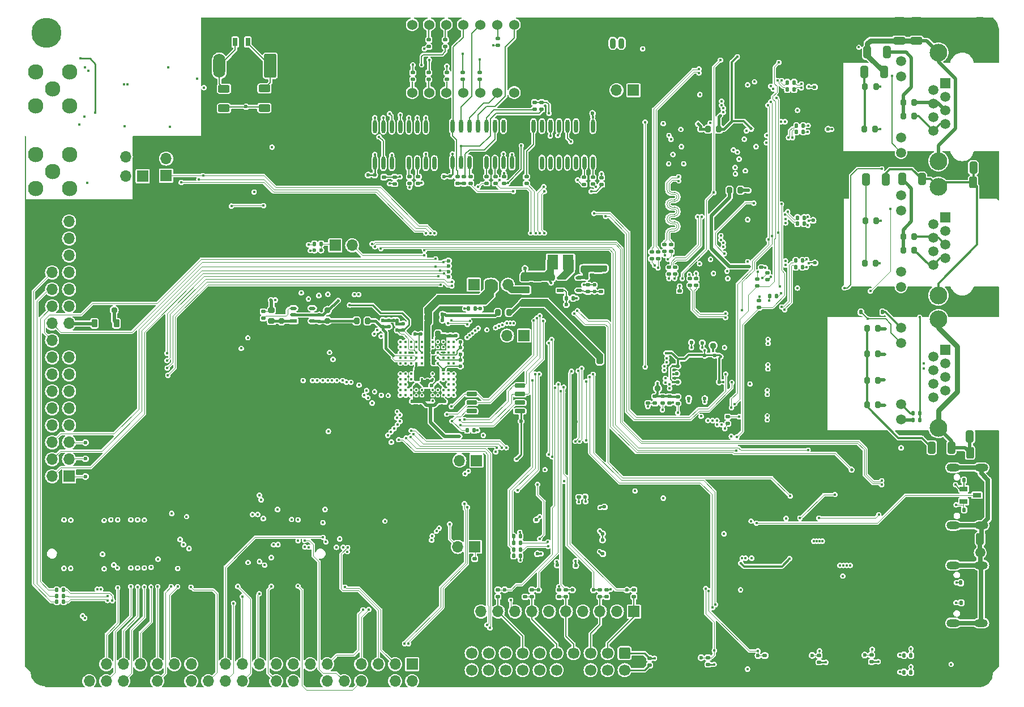
<source format=gbr>
G04 #@! TF.GenerationSoftware,KiCad,Pcbnew,7.0.9*
G04 #@! TF.CreationDate,2025-03-13T10:23:01+08:00*
G04 #@! TF.ProjectId,HPM5E00EVKRevC,48504d35-4530-4304-9556-4b526576432e,rev?*
G04 #@! TF.SameCoordinates,Original*
G04 #@! TF.FileFunction,Copper,L4,Bot*
G04 #@! TF.FilePolarity,Positive*
%FSLAX46Y46*%
G04 Gerber Fmt 4.6, Leading zero omitted, Abs format (unit mm)*
G04 Created by KiCad (PCBNEW 7.0.9) date 2025-03-13 10:23:01*
%MOMM*%
%LPD*%
G01*
G04 APERTURE LIST*
G04 Aperture macros list*
%AMRoundRect*
0 Rectangle with rounded corners*
0 $1 Rounding radius*
0 $2 $3 $4 $5 $6 $7 $8 $9 X,Y pos of 4 corners*
0 Add a 4 corners polygon primitive as box body*
4,1,4,$2,$3,$4,$5,$6,$7,$8,$9,$2,$3,0*
0 Add four circle primitives for the rounded corners*
1,1,$1+$1,$2,$3*
1,1,$1+$1,$4,$5*
1,1,$1+$1,$6,$7*
1,1,$1+$1,$8,$9*
0 Add four rect primitives between the rounded corners*
20,1,$1+$1,$2,$3,$4,$5,0*
20,1,$1+$1,$4,$5,$6,$7,0*
20,1,$1+$1,$6,$7,$8,$9,0*
20,1,$1+$1,$8,$9,$2,$3,0*%
G04 Aperture macros list end*
G04 #@! TA.AperFunction,ComponentPad*
%ADD10R,1.700000X1.700000*%
G04 #@! TD*
G04 #@! TA.AperFunction,ComponentPad*
%ADD11O,1.700000X1.700000*%
G04 #@! TD*
G04 #@! TA.AperFunction,ComponentPad*
%ADD12C,2.300000*%
G04 #@! TD*
G04 #@! TA.AperFunction,ComponentPad*
%ADD13C,4.500000*%
G04 #@! TD*
G04 #@! TA.AperFunction,ComponentPad*
%ADD14O,2.000000X1.200000*%
G04 #@! TD*
G04 #@! TA.AperFunction,ComponentPad*
%ADD15C,2.642000*%
G04 #@! TD*
G04 #@! TA.AperFunction,ComponentPad*
%ADD16R,1.499000X1.499000*%
G04 #@! TD*
G04 #@! TA.AperFunction,ComponentPad*
%ADD17C,1.499000*%
G04 #@! TD*
G04 #@! TA.AperFunction,ComponentPad*
%ADD18C,1.524000*%
G04 #@! TD*
G04 #@! TA.AperFunction,ComponentPad*
%ADD19RoundRect,0.250000X-0.600000X0.600000X-0.600000X-0.600000X0.600000X-0.600000X0.600000X0.600000X0*%
G04 #@! TD*
G04 #@! TA.AperFunction,ComponentPad*
%ADD20C,1.700000*%
G04 #@! TD*
G04 #@! TA.AperFunction,ComponentPad*
%ADD21R,2.601000X1.600200*%
G04 #@! TD*
G04 #@! TA.AperFunction,ComponentPad*
%ADD22RoundRect,0.250000X0.650000X1.550000X-0.650000X1.550000X-0.650000X-1.550000X0.650000X-1.550000X0*%
G04 #@! TD*
G04 #@! TA.AperFunction,ComponentPad*
%ADD23O,1.800000X3.600000*%
G04 #@! TD*
G04 #@! TA.AperFunction,ComponentPad*
%ADD24R,0.900000X1.600000*%
G04 #@! TD*
G04 #@! TA.AperFunction,ComponentPad*
%ADD25O,0.900000X1.600000*%
G04 #@! TD*
G04 #@! TA.AperFunction,SMDPad,CuDef*
%ADD26RoundRect,0.135000X-0.135000X-0.185000X0.135000X-0.185000X0.135000X0.185000X-0.135000X0.185000X0*%
G04 #@! TD*
G04 #@! TA.AperFunction,SMDPad,CuDef*
%ADD27RoundRect,0.200000X-0.200000X-0.275000X0.200000X-0.275000X0.200000X0.275000X-0.200000X0.275000X0*%
G04 #@! TD*
G04 #@! TA.AperFunction,SMDPad,CuDef*
%ADD28C,0.600000*%
G04 #@! TD*
G04 #@! TA.AperFunction,SMDPad,CuDef*
%ADD29O,0.602000X1.971000*%
G04 #@! TD*
G04 #@! TA.AperFunction,SMDPad,CuDef*
%ADD30RoundRect,0.250000X-0.312500X-0.625000X0.312500X-0.625000X0.312500X0.625000X-0.312500X0.625000X0*%
G04 #@! TD*
G04 #@! TA.AperFunction,SMDPad,CuDef*
%ADD31RoundRect,0.135000X-0.185000X0.135000X-0.185000X-0.135000X0.185000X-0.135000X0.185000X0.135000X0*%
G04 #@! TD*
G04 #@! TA.AperFunction,SMDPad,CuDef*
%ADD32RoundRect,0.200000X0.275000X-0.200000X0.275000X0.200000X-0.275000X0.200000X-0.275000X-0.200000X0*%
G04 #@! TD*
G04 #@! TA.AperFunction,SMDPad,CuDef*
%ADD33RoundRect,0.135000X0.135000X0.185000X-0.135000X0.185000X-0.135000X-0.185000X0.135000X-0.185000X0*%
G04 #@! TD*
G04 #@! TA.AperFunction,SMDPad,CuDef*
%ADD34RoundRect,0.135000X0.185000X-0.135000X0.185000X0.135000X-0.185000X0.135000X-0.185000X-0.135000X0*%
G04 #@! TD*
G04 #@! TA.AperFunction,SMDPad,CuDef*
%ADD35R,1.250000X0.700000*%
G04 #@! TD*
G04 #@! TA.AperFunction,SMDPad,CuDef*
%ADD36RoundRect,0.250000X0.325000X0.650000X-0.325000X0.650000X-0.325000X-0.650000X0.325000X-0.650000X0*%
G04 #@! TD*
G04 #@! TA.AperFunction,SMDPad,CuDef*
%ADD37RoundRect,0.250000X0.625000X-0.312500X0.625000X0.312500X-0.625000X0.312500X-0.625000X-0.312500X0*%
G04 #@! TD*
G04 #@! TA.AperFunction,SMDPad,CuDef*
%ADD38RoundRect,0.250000X-0.475000X0.250000X-0.475000X-0.250000X0.475000X-0.250000X0.475000X0.250000X0*%
G04 #@! TD*
G04 #@! TA.AperFunction,SMDPad,CuDef*
%ADD39RoundRect,0.250000X0.312500X0.625000X-0.312500X0.625000X-0.312500X-0.625000X0.312500X-0.625000X0*%
G04 #@! TD*
G04 #@! TA.AperFunction,SMDPad,CuDef*
%ADD40C,0.950000*%
G04 #@! TD*
G04 #@! TA.AperFunction,SMDPad,CuDef*
%ADD41RoundRect,0.250000X-0.325000X-0.650000X0.325000X-0.650000X0.325000X0.650000X-0.325000X0.650000X0*%
G04 #@! TD*
G04 #@! TA.AperFunction,SMDPad,CuDef*
%ADD42RoundRect,0.250000X-0.625000X0.312500X-0.625000X-0.312500X0.625000X-0.312500X0.625000X0.312500X0*%
G04 #@! TD*
G04 #@! TA.AperFunction,SMDPad,CuDef*
%ADD43R,1.635000X2.160000*%
G04 #@! TD*
G04 #@! TA.AperFunction,SMDPad,CuDef*
%ADD44RoundRect,0.200000X0.200000X0.275000X-0.200000X0.275000X-0.200000X-0.275000X0.200000X-0.275000X0*%
G04 #@! TD*
G04 #@! TA.AperFunction,SMDPad,CuDef*
%ADD45R,1.016000X0.508000*%
G04 #@! TD*
G04 #@! TA.AperFunction,SMDPad,CuDef*
%ADD46O,1.016000X0.508000*%
G04 #@! TD*
G04 #@! TA.AperFunction,SMDPad,CuDef*
%ADD47RoundRect,0.250000X0.450000X-0.262500X0.450000X0.262500X-0.450000X0.262500X-0.450000X-0.262500X0*%
G04 #@! TD*
G04 #@! TA.AperFunction,SMDPad,CuDef*
%ADD48RoundRect,0.250000X-0.650000X0.325000X-0.650000X-0.325000X0.650000X-0.325000X0.650000X0.325000X0*%
G04 #@! TD*
G04 #@! TA.AperFunction,SMDPad,CuDef*
%ADD49C,1.500000*%
G04 #@! TD*
G04 #@! TA.AperFunction,SMDPad,CuDef*
%ADD50RoundRect,0.250000X0.475000X-0.250000X0.475000X0.250000X-0.475000X0.250000X-0.475000X-0.250000X0*%
G04 #@! TD*
G04 #@! TA.AperFunction,SMDPad,CuDef*
%ADD51RoundRect,0.225000X0.225000X0.375000X-0.225000X0.375000X-0.225000X-0.375000X0.225000X-0.375000X0*%
G04 #@! TD*
G04 #@! TA.AperFunction,SMDPad,CuDef*
%ADD52RoundRect,0.150000X-0.650000X-0.150000X0.650000X-0.150000X0.650000X0.150000X-0.650000X0.150000X0*%
G04 #@! TD*
G04 #@! TA.AperFunction,SMDPad,CuDef*
%ADD53R,0.700000X1.250000*%
G04 #@! TD*
G04 #@! TA.AperFunction,ViaPad*
%ADD54C,0.406400*%
G04 #@! TD*
G04 #@! TA.AperFunction,ViaPad*
%ADD55C,0.500000*%
G04 #@! TD*
G04 #@! TA.AperFunction,Conductor*
%ADD56C,0.200000*%
G04 #@! TD*
G04 #@! TA.AperFunction,Conductor*
%ADD57C,0.203200*%
G04 #@! TD*
G04 #@! TA.AperFunction,Conductor*
%ADD58C,0.101600*%
G04 #@! TD*
G04 #@! TA.AperFunction,Conductor*
%ADD59C,0.500000*%
G04 #@! TD*
G04 #@! TA.AperFunction,Conductor*
%ADD60C,0.127000*%
G04 #@! TD*
G04 #@! TA.AperFunction,Conductor*
%ADD61C,0.254000*%
G04 #@! TD*
G04 #@! TA.AperFunction,Conductor*
%ADD62C,0.381000*%
G04 #@! TD*
G04 #@! TA.AperFunction,Conductor*
%ADD63C,0.508000*%
G04 #@! TD*
G04 #@! TA.AperFunction,Conductor*
%ADD64C,0.152400*%
G04 #@! TD*
G04 #@! TA.AperFunction,Conductor*
%ADD65C,0.300000*%
G04 #@! TD*
G04 #@! TA.AperFunction,Conductor*
%ADD66C,0.400000*%
G04 #@! TD*
G04 #@! TA.AperFunction,Conductor*
%ADD67C,0.250000*%
G04 #@! TD*
G04 #@! TA.AperFunction,Conductor*
%ADD68C,0.177800*%
G04 #@! TD*
G04 #@! TA.AperFunction,Conductor*
%ADD69C,0.762000*%
G04 #@! TD*
G04 #@! TA.AperFunction,Conductor*
%ADD70C,0.330200*%
G04 #@! TD*
G04 #@! TA.AperFunction,Conductor*
%ADD71C,0.114300*%
G04 #@! TD*
G04 #@! TA.AperFunction,Conductor*
%ADD72C,1.000000*%
G04 #@! TD*
G04 #@! TA.AperFunction,Conductor*
%ADD73C,0.120000*%
G04 #@! TD*
G04 #@! TA.AperFunction,Conductor*
%ADD74C,0.700000*%
G04 #@! TD*
G04 APERTURE END LIST*
D10*
X149150000Y-99190000D03*
D11*
X146610000Y-99190000D03*
D12*
X76190000Y-77150000D03*
X76190000Y-72070000D03*
X81270000Y-72070000D03*
X81270000Y-77150000D03*
X78730000Y-74610000D03*
D13*
X217038200Y-149567000D03*
D14*
X213324550Y-127571000D03*
X213324650Y-118930800D03*
X217504550Y-127570900D03*
X217504650Y-118930700D03*
D13*
X77744600Y-53859800D03*
D15*
X211093000Y-93185600D03*
X211093000Y-76925600D03*
D16*
X212113000Y-81499600D03*
D17*
X210333000Y-82515600D03*
X212113000Y-83531600D03*
X210333000Y-84547600D03*
X212113000Y-85563600D03*
X210333000Y-86579600D03*
X212113000Y-87595600D03*
X210333000Y-88611600D03*
X205515000Y-89624600D03*
X205515000Y-91916600D03*
X205515000Y-78194600D03*
X205515000Y-80486600D03*
D13*
X77592200Y-149440000D03*
D10*
X92140000Y-75340000D03*
D11*
X89600000Y-75340000D03*
D10*
X92165000Y-72440000D03*
D11*
X89625000Y-72440000D03*
D18*
X132450000Y-62840000D03*
X134990000Y-62840000D03*
X137530000Y-62840000D03*
X140070000Y-62840000D03*
X142610000Y-62840000D03*
X145150000Y-62840000D03*
X147690000Y-62840000D03*
X147690000Y-52680000D03*
X145150000Y-52680000D03*
X142610000Y-52680000D03*
X140070000Y-52680000D03*
X137530000Y-52680000D03*
X134990000Y-52680000D03*
X132450000Y-52680000D03*
D19*
X164190000Y-146690000D03*
D20*
X164190000Y-149230000D03*
X161650000Y-146690000D03*
X161650000Y-149230000D03*
X159110000Y-146690000D03*
X159110000Y-149230000D03*
X156570000Y-146690000D03*
X156570000Y-149230000D03*
X154030000Y-146690000D03*
X154030000Y-149230000D03*
X151490000Y-146690000D03*
X151490000Y-149230000D03*
X148950000Y-146690000D03*
X148950000Y-149230000D03*
X146410000Y-146690000D03*
X146410000Y-149230000D03*
X143870000Y-146690000D03*
X143870000Y-149230000D03*
X141330000Y-146690000D03*
X141330000Y-149230000D03*
D10*
X165575200Y-140454400D03*
D11*
X163035200Y-140454400D03*
X160495200Y-140454400D03*
X157955200Y-140454400D03*
X155415200Y-140454400D03*
X152875200Y-140454400D03*
X150335200Y-140454400D03*
X147795200Y-140454400D03*
X145255200Y-140454400D03*
X142715200Y-140454400D03*
D10*
X141660000Y-91570000D03*
D11*
X144200000Y-91570000D03*
X146740000Y-91570000D03*
D14*
X213304100Y-142188899D03*
X213304200Y-133548699D03*
X217484100Y-142188799D03*
X217484200Y-133548599D03*
D15*
X211115528Y-113015423D03*
X211115528Y-96755423D03*
D16*
X212135528Y-101329423D03*
D17*
X210355528Y-102345423D03*
X212135528Y-103361423D03*
X210355528Y-104377423D03*
X212135528Y-105393423D03*
X210355528Y-106409423D03*
X212135528Y-107425423D03*
X210355528Y-108441423D03*
X205537528Y-98024423D03*
X205537528Y-100316423D03*
X205537528Y-109454423D03*
X205537528Y-111746423D03*
D10*
X142030000Y-117890000D03*
D11*
X139490000Y-117890000D03*
D13*
X217317600Y-53758200D03*
D10*
X132423200Y-148341600D03*
D11*
X132423200Y-150881600D03*
X129883200Y-148341600D03*
X129883200Y-150881600D03*
X127343200Y-148341600D03*
X127343200Y-150881600D03*
X124803200Y-148341600D03*
X124803200Y-150881600D03*
X122263200Y-148341600D03*
X122263200Y-150881600D03*
X119723200Y-148341600D03*
X119723200Y-150881600D03*
X117183200Y-148341600D03*
X117183200Y-150881600D03*
X114643200Y-148341600D03*
X114643200Y-150881600D03*
X112103200Y-148341600D03*
X112103200Y-150881600D03*
X109563200Y-148341600D03*
X109563200Y-150881600D03*
X107023200Y-148341600D03*
X107023200Y-150881600D03*
X104483200Y-148341600D03*
X104483200Y-150881600D03*
X101943200Y-148341600D03*
X101943200Y-150881600D03*
X99403200Y-148341600D03*
X99403200Y-150881600D03*
X96863200Y-148341600D03*
X96863200Y-150881600D03*
X94323200Y-148341600D03*
X94323200Y-150881600D03*
X91783200Y-148341600D03*
X91783200Y-150881600D03*
X89243200Y-148341600D03*
X89243200Y-150881600D03*
X86703200Y-148341600D03*
X86703200Y-150881600D03*
X84163200Y-148341600D03*
X84163200Y-150881600D03*
D10*
X120930000Y-85685000D03*
D11*
X123470000Y-85685000D03*
D21*
X168059675Y-135239025D03*
D15*
X211093000Y-73101820D03*
X211093000Y-56841820D03*
D16*
X212113000Y-61415820D03*
D17*
X210333000Y-62431820D03*
X212113000Y-63447820D03*
X210333000Y-64463820D03*
X212113000Y-65479820D03*
X210333000Y-66495820D03*
X212113000Y-67511820D03*
X210333000Y-68527820D03*
X205515000Y-69540820D03*
X205515000Y-71832820D03*
X205515000Y-58110820D03*
X205515000Y-60402820D03*
D10*
X165515000Y-62480000D03*
D11*
X162975000Y-62480000D03*
D10*
X81142200Y-120223400D03*
D11*
X78602200Y-120223400D03*
X81142200Y-117683400D03*
X78602200Y-117683400D03*
X81142200Y-115143400D03*
X78602200Y-115143400D03*
X81142200Y-112603400D03*
X78602200Y-112603400D03*
X81142200Y-110063400D03*
X78602200Y-110063400D03*
X81142200Y-107523400D03*
X78602200Y-107523400D03*
X81142200Y-104983400D03*
X78602200Y-104983400D03*
X81142200Y-102443400D03*
X78602200Y-102443400D03*
X81142200Y-99903400D03*
X78602200Y-99903400D03*
X81142200Y-97363400D03*
X78602200Y-97363400D03*
X81142200Y-94823400D03*
X78602200Y-94823400D03*
X81142200Y-92283400D03*
X78602200Y-92283400D03*
X81142200Y-89743400D03*
X78602200Y-89743400D03*
X81142200Y-87203400D03*
X78602200Y-87203400D03*
X81142200Y-84663400D03*
X78602200Y-84663400D03*
X81142200Y-82123400D03*
X78602200Y-82123400D03*
D22*
X111223100Y-58830800D03*
D23*
X107413100Y-58830800D03*
X103603100Y-58830800D03*
D10*
X141785000Y-130780000D03*
D11*
X139245000Y-130780000D03*
D21*
X171859675Y-52549025D03*
D10*
X95645000Y-75255000D03*
D11*
X95645000Y-72715000D03*
D24*
X161160000Y-55470000D03*
D25*
X162430000Y-55470000D03*
X163700000Y-55470000D03*
D12*
X76190000Y-64800000D03*
X76190000Y-59720000D03*
X81270000Y-59720000D03*
X81270000Y-64800000D03*
X78730000Y-62260000D03*
D26*
X188510000Y-61310000D03*
X189530000Y-61310000D03*
D27*
X205839200Y-86405580D03*
X207489200Y-86405580D03*
D28*
X164542200Y-137243400D03*
X164542200Y-138203400D03*
X159542200Y-137223400D03*
X159542200Y-138183400D03*
D29*
X126835000Y-67914000D03*
X128105000Y-67914000D03*
X129375000Y-67914000D03*
X130645000Y-67914000D03*
X131915000Y-67914000D03*
X133185000Y-67914000D03*
X134455000Y-67914000D03*
X135725000Y-67914000D03*
X135725000Y-73386000D03*
X134455000Y-73386000D03*
X133185000Y-73386000D03*
X131915000Y-73386000D03*
X130645000Y-73386000D03*
X129375000Y-73386000D03*
X128105000Y-73386000D03*
X126835000Y-73386000D03*
D30*
X215812500Y-116690000D03*
X218737500Y-116690000D03*
D31*
X144860000Y-75390000D03*
X144860000Y-76410000D03*
D28*
X160880000Y-129760000D03*
X161840000Y-129760000D03*
X135340000Y-106640000D03*
X134380000Y-106640000D03*
X159400000Y-65950000D03*
X159400000Y-64990000D03*
D32*
X111410000Y-97024998D03*
X111410000Y-95374998D03*
D33*
X80330000Y-138990000D03*
X79310000Y-138990000D03*
D34*
X145255200Y-138237400D03*
X145255200Y-137217400D03*
D31*
X142520000Y-59860000D03*
X142520000Y-60880000D03*
D34*
X151770000Y-65310000D03*
X151770000Y-64290000D03*
D31*
X134910000Y-54950000D03*
X134910000Y-55970000D03*
D28*
X137860000Y-87980000D03*
X138820000Y-87980000D03*
D31*
X160740000Y-75540000D03*
X160740000Y-76560000D03*
D28*
X107600000Y-64950000D03*
X107600000Y-63990000D03*
D31*
X154404200Y-137217400D03*
X154404200Y-138237400D03*
D35*
X214858550Y-124002400D03*
X214858550Y-122102400D03*
X216858550Y-123052400D03*
D34*
X170170000Y-86620000D03*
X170170000Y-85600000D03*
D28*
X136960000Y-96890000D03*
X136000000Y-96890000D03*
X146280000Y-137210000D03*
X146280000Y-138170000D03*
X176170000Y-102150000D03*
X176170000Y-103110000D03*
D31*
X172120000Y-108300000D03*
X172120000Y-109320000D03*
X139210000Y-75410000D03*
X139210000Y-76430000D03*
D28*
X137100000Y-104240000D03*
X138060000Y-104240000D03*
D27*
X200413928Y-109548600D03*
X202063928Y-109548600D03*
D31*
X157370000Y-122320000D03*
X157370000Y-123340000D03*
D36*
X218750000Y-114240000D03*
X215800000Y-114240000D03*
D27*
X176645000Y-68320000D03*
X178295000Y-68320000D03*
D26*
X190030000Y-81560000D03*
X191050000Y-81560000D03*
D36*
X219275000Y-74060000D03*
X216325000Y-74060000D03*
D37*
X104300000Y-65172500D03*
X104300000Y-62247500D03*
D31*
X172410000Y-92480000D03*
X172410000Y-93500000D03*
D34*
X141780000Y-133590000D03*
X141780000Y-132570000D03*
D33*
X202734728Y-95671600D03*
X201714728Y-95671600D03*
D38*
X152990000Y-90470000D03*
X152990000Y-92370000D03*
D28*
X132860000Y-98950000D03*
X132860000Y-97990000D03*
D34*
X150730000Y-65330000D03*
X150730000Y-64310000D03*
D28*
X130190000Y-98370000D03*
X130190000Y-97410000D03*
X125850000Y-75170000D03*
X125850000Y-76130000D03*
D26*
X189870000Y-68710000D03*
X190890000Y-68710000D03*
D29*
X138442500Y-67854750D03*
X139712500Y-67854750D03*
X140982500Y-67854750D03*
X142252500Y-67854750D03*
X143522500Y-67854750D03*
X144792500Y-67854750D03*
X146062500Y-67854750D03*
X147332500Y-67854750D03*
X147332500Y-73326750D03*
X146062500Y-73326750D03*
X144792500Y-73326750D03*
X143522500Y-73326750D03*
X142252500Y-73326750D03*
X140982500Y-73326750D03*
X139712500Y-73326750D03*
X138442500Y-73326750D03*
D33*
X80330000Y-138105000D03*
X79310000Y-138105000D03*
D28*
X136000000Y-95980000D03*
X136960000Y-95980000D03*
D27*
X200399728Y-105871600D03*
X202049728Y-105871600D03*
D28*
X137860000Y-89600000D03*
X138820000Y-89600000D03*
D34*
X160495200Y-138237400D03*
X160495200Y-137217400D03*
D28*
X134720000Y-104930000D03*
X134720000Y-105890000D03*
D34*
X171720000Y-90010000D03*
X171720000Y-88990000D03*
D31*
X158110000Y-75530000D03*
X158110000Y-76550000D03*
D28*
X139690000Y-101960000D03*
X140650000Y-101960000D03*
D31*
X143580000Y-75390000D03*
X143580000Y-76410000D03*
D39*
X219222500Y-76270000D03*
X216297500Y-76270000D03*
D31*
X137630000Y-59860000D03*
X137630000Y-60880000D03*
X159450000Y-75520000D03*
X159450000Y-76540000D03*
D34*
X158700000Y-92623100D03*
X158700000Y-91603100D03*
D33*
X148590000Y-131181157D03*
X147570000Y-131181157D03*
D31*
X149324200Y-137217400D03*
X149324200Y-138237400D03*
X169840000Y-108290000D03*
X169840000Y-109310000D03*
D26*
X189870000Y-67810000D03*
X190890000Y-67810000D03*
D31*
X110180000Y-95590296D03*
X110180000Y-96610296D03*
D28*
X184134000Y-147050000D03*
X184134000Y-148010000D03*
X160890000Y-128815600D03*
X161850000Y-128815600D03*
D33*
X200534728Y-95671600D03*
X199514728Y-95671600D03*
D28*
X151312200Y-137233400D03*
X151312200Y-138193400D03*
D40*
X169105000Y-107060000D03*
X167555000Y-107060000D03*
D31*
X140190000Y-75410000D03*
X140190000Y-76430000D03*
X139990000Y-59860000D03*
X139990000Y-60880000D03*
D41*
X200305000Y-75800000D03*
X203255000Y-75800000D03*
D28*
X118780000Y-86410000D03*
X117820000Y-86410000D03*
D33*
X215970000Y-125240000D03*
X214950000Y-125240000D03*
D31*
X168716000Y-108280000D03*
X168716000Y-109300000D03*
D26*
X205964200Y-149540400D03*
X206984200Y-149540400D03*
D31*
X161516200Y-137217400D03*
X161516200Y-138237400D03*
D34*
X176650000Y-148360000D03*
X176650000Y-147340000D03*
D28*
X139670000Y-102880000D03*
X140630000Y-102880000D03*
D40*
X177420000Y-100685000D03*
X177420000Y-99135000D03*
X87885000Y-95390000D03*
X86335000Y-95390000D03*
X112873000Y-97004998D03*
X112873000Y-95454998D03*
D31*
X174890000Y-90630000D03*
X174890000Y-91650000D03*
D28*
X182650000Y-77480000D03*
X183610000Y-77480000D03*
X134800000Y-95990000D03*
X133840000Y-95990000D03*
X193320000Y-81950000D03*
X192360000Y-81950000D03*
X158310000Y-123300000D03*
X158310000Y-122340000D03*
D34*
X141190000Y-76410000D03*
X141190000Y-75390000D03*
D28*
X193550000Y-61990000D03*
X192590000Y-61990000D03*
D34*
X170820000Y-90010000D03*
X170820000Y-88990000D03*
D28*
X137860000Y-88790000D03*
X138820000Y-88790000D03*
X142630000Y-95170000D03*
X143590000Y-95170000D03*
D31*
X137400000Y-54950000D03*
X137400000Y-55970000D03*
D34*
X171150000Y-86620000D03*
X171150000Y-85600000D03*
D28*
X156402200Y-137227400D03*
X156402200Y-138187400D03*
D27*
X199990000Y-68300000D03*
X201640000Y-68300000D03*
D28*
X178326528Y-106111423D03*
X177366528Y-106111423D03*
X154130000Y-133510000D03*
X154130000Y-134470000D03*
D26*
X117810000Y-85460000D03*
X118830000Y-85460000D03*
D28*
X161190000Y-124800000D03*
X162150000Y-124800000D03*
D26*
X188510000Y-62380000D03*
X189530000Y-62380000D03*
D28*
X150990000Y-126750000D03*
X150030000Y-126750000D03*
D31*
X160650000Y-91600000D03*
X160650000Y-92620000D03*
D27*
X200399728Y-98071600D03*
X202049728Y-98071600D03*
X200399728Y-101871600D03*
X202049728Y-101871600D03*
D28*
X133420000Y-109010000D03*
X133420000Y-109970000D03*
X137310000Y-109050000D03*
X137310000Y-110010000D03*
X172018528Y-104886423D03*
X172978528Y-104886423D03*
D27*
X205839200Y-64289800D03*
X207489200Y-64289800D03*
D28*
X156880000Y-133575600D03*
X156880000Y-134535600D03*
X159680000Y-91620000D03*
X159680000Y-92580000D03*
X137280000Y-99170000D03*
X137280000Y-98210000D03*
D42*
X207810000Y-52157500D03*
X207810000Y-55082500D03*
D28*
X155480000Y-94560000D03*
X156440000Y-94560000D03*
D31*
X167700000Y-108280000D03*
X167700000Y-109300000D03*
D34*
X169180000Y-87650000D03*
X169180000Y-86630000D03*
D28*
X139640000Y-103760000D03*
X140600000Y-103760000D03*
X200100000Y-146970000D03*
X200100000Y-147930000D03*
D31*
X173950000Y-90630000D03*
X173950000Y-91650000D03*
D28*
X118563000Y-97059998D03*
X118563000Y-96099998D03*
D34*
X201116000Y-147960000D03*
X201116000Y-146940000D03*
D31*
X133330000Y-75430000D03*
X133330000Y-76450000D03*
D34*
X184640000Y-88990000D03*
X184640000Y-87970000D03*
X170870000Y-109290000D03*
X170870000Y-108270000D03*
D31*
X134900000Y-59860000D03*
X134900000Y-60880000D03*
D43*
X155776900Y-88203100D03*
X153440900Y-88203100D03*
D34*
X184240000Y-95000000D03*
X184240000Y-93980000D03*
D26*
X207258728Y-110767800D03*
X208278728Y-110767800D03*
D34*
X185550000Y-90800000D03*
X185550000Y-89780000D03*
D28*
X133740000Y-98950000D03*
X133740000Y-97990000D03*
X132460000Y-109970000D03*
X132460000Y-109010000D03*
D38*
X151140000Y-90540000D03*
X151140000Y-92440000D03*
D31*
X132060000Y-75430000D03*
X132060000Y-76450000D03*
D27*
X205839200Y-84373580D03*
X207489200Y-84373580D03*
D28*
X175816528Y-100266423D03*
X175816528Y-99306423D03*
D34*
X165575200Y-138237400D03*
X165575200Y-137217400D03*
X185150000Y-148060000D03*
X185150000Y-147040000D03*
D33*
X141840000Y-95170000D03*
X140820000Y-95170000D03*
X208276728Y-111783800D03*
X207256728Y-111783800D03*
D30*
X214405000Y-129580000D03*
X217330000Y-129580000D03*
D28*
X160940000Y-131805600D03*
X161900000Y-131805600D03*
D44*
X125765000Y-96990000D03*
X124115000Y-96990000D03*
D34*
X179610000Y-112340000D03*
X179610000Y-111320000D03*
D44*
X146895000Y-95700000D03*
X145245000Y-95700000D03*
D33*
X156488900Y-93573100D03*
X155468900Y-93573100D03*
D26*
X140680000Y-113360000D03*
X141700000Y-113360000D03*
D28*
X138150000Y-99170000D03*
X138150000Y-98210000D03*
D26*
X214428100Y-136150299D03*
X215448100Y-136150299D03*
D36*
X213040000Y-115950000D03*
X210090000Y-115950000D03*
D31*
X145210000Y-54745000D03*
X145210000Y-55765000D03*
D28*
X192640000Y-88310000D03*
X193600000Y-88310000D03*
D45*
X114693000Y-97009998D03*
D46*
X114693000Y-96059988D03*
X114693000Y-95110002D03*
X117487000Y-95110002D03*
X117487000Y-97009998D03*
D47*
X149340000Y-92352500D03*
X149340000Y-90527500D03*
D41*
X200010000Y-59740000D03*
X202960000Y-59740000D03*
D33*
X148590000Y-132140000D03*
X147570000Y-132140000D03*
D28*
X83590000Y-117610000D03*
X84550000Y-117610000D03*
D31*
X132520000Y-59860000D03*
X132520000Y-60880000D03*
D26*
X214528100Y-139150299D03*
X215548100Y-139150299D03*
D42*
X110330000Y-62227500D03*
X110330000Y-65152500D03*
D28*
X140600000Y-100990000D03*
X139640000Y-100990000D03*
X128980000Y-97830000D03*
X128980000Y-96870000D03*
D40*
X119763000Y-96979998D03*
X119763000Y-95429998D03*
D28*
X128080000Y-97830000D03*
X128080000Y-96870000D03*
D31*
X146180000Y-75370000D03*
X146180000Y-76390000D03*
D28*
X126830000Y-75160000D03*
X126830000Y-76120000D03*
X173778528Y-108566423D03*
X173778528Y-107606423D03*
X194610000Y-68310000D03*
X193650000Y-68310000D03*
X138970000Y-99170000D03*
X138970000Y-98210000D03*
D48*
X205240000Y-52125000D03*
X205240000Y-55075000D03*
D33*
X80330000Y-137220000D03*
X79310000Y-137220000D03*
D49*
X214395000Y-131660000D03*
X217345000Y-131660000D03*
D44*
X181515000Y-77430000D03*
X179865000Y-77430000D03*
D28*
X149290000Y-89140000D03*
X150250000Y-89140000D03*
D27*
X200085000Y-88390000D03*
X201735000Y-88390000D03*
D34*
X155415200Y-138237400D03*
X155415200Y-137217400D03*
D26*
X189750000Y-87970000D03*
X190770000Y-87970000D03*
D28*
X158528900Y-90523100D03*
X159488900Y-90523100D03*
X172148528Y-106136423D03*
X173108528Y-106136423D03*
X138140000Y-75360000D03*
X138140000Y-76320000D03*
X175650000Y-147370000D03*
X175650000Y-148330000D03*
D50*
X158330000Y-89200000D03*
X158330000Y-87300000D03*
D28*
X136430000Y-110000000D03*
X136430000Y-109040000D03*
X192250000Y-147020000D03*
X192250000Y-147980000D03*
X175550000Y-68330000D03*
X175550000Y-69290000D03*
X172148528Y-103736423D03*
X173108528Y-103736423D03*
D29*
X159425000Y-73336000D03*
X158155000Y-73336000D03*
X156885000Y-73336000D03*
X155615000Y-73336000D03*
X154345000Y-73336000D03*
X153075000Y-73336000D03*
X151805000Y-73336000D03*
X150535000Y-73336000D03*
X150535000Y-67864000D03*
X151805000Y-67864000D03*
X153075000Y-67864000D03*
X154345000Y-67864000D03*
X155615000Y-67864000D03*
X156885000Y-67864000D03*
X158155000Y-67864000D03*
X159425000Y-67864000D03*
D34*
X167917000Y-148475600D03*
X167917000Y-147455600D03*
D28*
X174178528Y-100205800D03*
X174178528Y-99245800D03*
D33*
X148590000Y-130165157D03*
X147570000Y-130165157D03*
D26*
X190030000Y-82450000D03*
X191050000Y-82450000D03*
D28*
X135570000Y-104090000D03*
X135570000Y-103130000D03*
X148720000Y-111990000D03*
X147760000Y-111990000D03*
D26*
X189750000Y-88940000D03*
X190770000Y-88940000D03*
D45*
X154590000Y-92442799D03*
D46*
X154590000Y-91492789D03*
X154590000Y-90542803D03*
X157384000Y-90542803D03*
X157384000Y-92442799D03*
D31*
X129820000Y-75470000D03*
X129820000Y-76490000D03*
D28*
X137230000Y-75370000D03*
X137230000Y-76330000D03*
D34*
X149520000Y-76430000D03*
X149520000Y-75410000D03*
D51*
X88230000Y-97340000D03*
X84930000Y-97340000D03*
D28*
X83590000Y-115180000D03*
X84550000Y-115180000D03*
D52*
X141320000Y-110495000D03*
X141320000Y-109225000D03*
X141320000Y-107955000D03*
X141320000Y-106685000D03*
X148520000Y-106685000D03*
X148520000Y-107955000D03*
X148520000Y-109225000D03*
X148520000Y-110495000D03*
D28*
X151160000Y-131825600D03*
X150200000Y-131825600D03*
D41*
X205675000Y-75780000D03*
X208625000Y-75780000D03*
D26*
X205964200Y-147000400D03*
X206984200Y-147000400D03*
D50*
X160240000Y-89230000D03*
X160240000Y-87330000D03*
D28*
X177630000Y-102140000D03*
X177630000Y-103100000D03*
D27*
X134655000Y-98960000D03*
X136305000Y-98960000D03*
D28*
X176178528Y-108616423D03*
X176178528Y-107656423D03*
D27*
X205839200Y-66321800D03*
X207489200Y-66321800D03*
D33*
X148590000Y-129200000D03*
X147570000Y-129200000D03*
D34*
X150335200Y-138237400D03*
X150335200Y-137217400D03*
D28*
X139610000Y-100170000D03*
X140570000Y-100170000D03*
X131130000Y-98370000D03*
X131130000Y-97410000D03*
D33*
X186870000Y-93270000D03*
X185850000Y-93270000D03*
D27*
X200165000Y-82040000D03*
X201815000Y-82040000D03*
D33*
X215920000Y-120820000D03*
X214900000Y-120820000D03*
D53*
X107860000Y-55280000D03*
X105960000Y-55280000D03*
X106910000Y-53280000D03*
D34*
X193266000Y-148030000D03*
X193266000Y-147010000D03*
X168230000Y-87650000D03*
X168230000Y-86630000D03*
X128220000Y-76510000D03*
X128220000Y-75490000D03*
D28*
X133070000Y-104100000D03*
X132110000Y-104100000D03*
X137860000Y-90410000D03*
X138820000Y-90410000D03*
D34*
X184000000Y-91780000D03*
X184000000Y-90760000D03*
D28*
X83590000Y-120250000D03*
X84550000Y-120250000D03*
D27*
X200130000Y-61930000D03*
X201780000Y-61930000D03*
D36*
X203428000Y-56822200D03*
X200478000Y-56822200D03*
D28*
X134790000Y-96910000D03*
X133830000Y-96910000D03*
D54*
X125180000Y-95390000D03*
X136420000Y-142770000D03*
X143110000Y-107740000D03*
X108990000Y-78610000D03*
X147220000Y-116940000D03*
X92070000Y-123810000D03*
X109380000Y-119440000D03*
X194050728Y-107719800D03*
X219464100Y-139418499D03*
X193960000Y-52540000D03*
X209430000Y-127960000D03*
X117600000Y-101660000D03*
X75560000Y-83470000D03*
X103470000Y-102900000D03*
X200770000Y-129010000D03*
X142530000Y-124740000D03*
X206270000Y-141560000D03*
X193430000Y-136010000D03*
X165250000Y-131330000D03*
X85050000Y-125040000D03*
X146065000Y-93370000D03*
X91115604Y-113301989D03*
X176000000Y-55050000D03*
X95050000Y-70440000D03*
X139280000Y-110040000D03*
X86010000Y-112740000D03*
X181080000Y-52510000D03*
X190210000Y-120970000D03*
X204140000Y-115140000D03*
X163860000Y-71290000D03*
X74920000Y-99320000D03*
X74940000Y-123760000D03*
X183614200Y-63705600D03*
X113210000Y-94740000D03*
X98520000Y-113690000D03*
X126760000Y-79980000D03*
X177640000Y-96990000D03*
X146267500Y-94597500D03*
X147335000Y-93800000D03*
X204370000Y-126640000D03*
X115600000Y-67470000D03*
X160900000Y-88040000D03*
X186630000Y-128310000D03*
X206370000Y-129110000D03*
X138960000Y-144040000D03*
X196090000Y-119160000D03*
X189050000Y-95180000D03*
X105270000Y-82320000D03*
X97610000Y-79890000D03*
X161830000Y-52380000D03*
X145270000Y-89690000D03*
X78300000Y-124060000D03*
X78240000Y-129500000D03*
X148890000Y-78440000D03*
X78300000Y-122790000D03*
X172824728Y-97471600D03*
X129480000Y-93190000D03*
X90700000Y-95910000D03*
X155120000Y-121720000D03*
X175310000Y-65060000D03*
X74990000Y-118910000D03*
X95060000Y-84600000D03*
X107250000Y-105100000D03*
X109150000Y-72660000D03*
X116200000Y-55730000D03*
X153770000Y-83800000D03*
X145670000Y-121630000D03*
X90940000Y-130440000D03*
X168980000Y-140700000D03*
X191510728Y-110259800D03*
X138560000Y-95380000D03*
X168260000Y-61700000D03*
X97600000Y-84600000D03*
X98655000Y-107785000D03*
X219484550Y-126120600D03*
X93430000Y-89570000D03*
X85490000Y-95550000D03*
X103370000Y-86270000D03*
X153180000Y-57800000D03*
X180390000Y-128150000D03*
X78540000Y-145790000D03*
X155540000Y-119400000D03*
X208810000Y-141560000D03*
X166930000Y-104980000D03*
X214630000Y-51840000D03*
X105390000Y-97680000D03*
X193960000Y-55080000D03*
X208850000Y-134050000D03*
X117430000Y-145410000D03*
X219428200Y-93691600D03*
X176010000Y-60310000D03*
X127370000Y-132840000D03*
X113520000Y-141310000D03*
X179100000Y-98800000D03*
X102850000Y-97680000D03*
X134200000Y-133200000D03*
X174700000Y-149250000D03*
X148590000Y-137210000D03*
X175229328Y-103725800D03*
X183614200Y-66245600D03*
X185700000Y-139150000D03*
X125180000Y-95900000D03*
X178540000Y-55050000D03*
X177550000Y-78540000D03*
X94120000Y-98760000D03*
X176860000Y-59020000D03*
X115910000Y-101640000D03*
X175229328Y-106125800D03*
X160925000Y-90540000D03*
X183360200Y-85059380D03*
X198300000Y-140820000D03*
X108570000Y-84860000D03*
X179100000Y-133650000D03*
X82950000Y-80930000D03*
X181580000Y-78550000D03*
X170150000Y-131180000D03*
X138850000Y-148310000D03*
X216944550Y-121040600D03*
X181860000Y-114190000D03*
X137110000Y-130290000D03*
X191510728Y-107719800D03*
X152680000Y-93180000D03*
X216620000Y-139420000D03*
X98710000Y-139020000D03*
X177050000Y-60330000D03*
X215401681Y-143494024D03*
X195770000Y-136410000D03*
X88710000Y-131600000D03*
X181700000Y-131530000D03*
X89030000Y-124910000D03*
X152140000Y-116930000D03*
X98860000Y-117620000D03*
X157830000Y-121690000D03*
X117430000Y-144140000D03*
X175300000Y-127960000D03*
X139370000Y-88220000D03*
X75480000Y-88220000D03*
X112220000Y-126560000D03*
X172810000Y-86740000D03*
X132270000Y-106510000D03*
X153180000Y-55260000D03*
X176829328Y-103725800D03*
X215720000Y-141200000D03*
X184030000Y-60260000D03*
X206700000Y-54100000D03*
X202260000Y-122470000D03*
X103270000Y-53240000D03*
X133910000Y-127870000D03*
X84340000Y-112730000D03*
X190460000Y-59700000D03*
X121580000Y-83790000D03*
X102710000Y-145590000D03*
X183614200Y-64975600D03*
X211830000Y-141720000D03*
X135850000Y-131580000D03*
X214348200Y-93691600D03*
X113490000Y-144430000D03*
X169930000Y-97720000D03*
X106900000Y-113440000D03*
X112960000Y-122960000D03*
X191230000Y-55030000D03*
X141500000Y-142770000D03*
X129120000Y-98580000D03*
X145281668Y-127892706D03*
X187350000Y-136580000D03*
X190110000Y-74100000D03*
X182730000Y-130960000D03*
X78620000Y-79770000D03*
X176040000Y-77750000D03*
X133750000Y-129510000D03*
X162840000Y-131306698D03*
X153650000Y-93180000D03*
X118140000Y-67470000D03*
X80640000Y-140610000D03*
X174550000Y-117160000D03*
X105390000Y-96410000D03*
X200160000Y-148620000D03*
X147327500Y-66510750D03*
X76000000Y-145790000D03*
X91160000Y-144200000D03*
X214348200Y-145171600D03*
X78540000Y-144520000D03*
X169770000Y-78010000D03*
X138060000Y-117350000D03*
X178240000Y-81730000D03*
X211670000Y-119770000D03*
X100170000Y-145590000D03*
X91160000Y-145470000D03*
X210770000Y-129910000D03*
X181328200Y-85059380D03*
X171520000Y-140700000D03*
X119260000Y-134670000D03*
X165720000Y-59160000D03*
X190590000Y-128200000D03*
X193000000Y-57160000D03*
X202450000Y-136130000D03*
X122510000Y-145410000D03*
X179100000Y-131110000D03*
X187620000Y-118520000D03*
X146710000Y-120240000D03*
X219464100Y-136878499D03*
X159200000Y-103550000D03*
X195020000Y-121810000D03*
X147810000Y-89690000D03*
X195540000Y-59700000D03*
X147700000Y-112850000D03*
X83610000Y-89440000D03*
X97600000Y-83330000D03*
X98040000Y-105040000D03*
X213430000Y-129590000D03*
X183030000Y-122180000D03*
X97940000Y-101880000D03*
X122510000Y-144140000D03*
X174160000Y-85440000D03*
X173629328Y-104925800D03*
X183320200Y-83951400D03*
X192210000Y-148620000D03*
X191510728Y-105179800D03*
X92020000Y-92270000D03*
X106070000Y-100310000D03*
X190670000Y-140980000D03*
X111690000Y-72660000D03*
X99810000Y-122360000D03*
X145720000Y-131740000D03*
X131510000Y-134700000D03*
X167740000Y-144480000D03*
X166560000Y-101790000D03*
X90890000Y-88300000D03*
X142390000Y-114080000D03*
X113660000Y-55730000D03*
X173629328Y-103725800D03*
X117650000Y-78360000D03*
X124700000Y-53680000D03*
X211710000Y-126870000D03*
X188690000Y-55030000D03*
X176829328Y-104925800D03*
X164370000Y-52380000D03*
X111950000Y-134010000D03*
X141380000Y-126090000D03*
X186810000Y-136580000D03*
X110600000Y-102650000D03*
X194500000Y-121830000D03*
X203680000Y-127910000D03*
X201600000Y-115140000D03*
X156660000Y-96780000D03*
X183320200Y-86237400D03*
X175300000Y-133800000D03*
X152820000Y-121605600D03*
X181288200Y-83951400D03*
X194030000Y-128340000D03*
X209320000Y-134070000D03*
X168980000Y-139430000D03*
X93120000Y-125290000D03*
X93310000Y-110370000D03*
X160350000Y-90540000D03*
X160550000Y-106830000D03*
X138540000Y-139090000D03*
X158960000Y-63190000D03*
X112360000Y-74850000D03*
X145720000Y-130470000D03*
X81080000Y-144520000D03*
X190350000Y-149100000D03*
X165230000Y-132250000D03*
X185570000Y-122180000D03*
X167610000Y-131180000D03*
X168860000Y-96610000D03*
X84890000Y-129750000D03*
X95970000Y-88300000D03*
X179120000Y-57180000D03*
X130040000Y-93190000D03*
X139370000Y-89550000D03*
X98300000Y-136790000D03*
X147620000Y-78440000D03*
X204160000Y-51780000D03*
X161320000Y-71290000D03*
X193000000Y-59700000D03*
X83470000Y-105170000D03*
X190630000Y-139060000D03*
X102850000Y-96410000D03*
X160490000Y-109910000D03*
X122950000Y-141160000D03*
X170800000Y-61700000D03*
X219484550Y-128660600D03*
X89640000Y-122290000D03*
X150190000Y-133020000D03*
X209320000Y-145190000D03*
X153900000Y-99470000D03*
X183970000Y-105160000D03*
X194050728Y-110259800D03*
X139390000Y-88790000D03*
X147910000Y-93800000D03*
X86130000Y-145050000D03*
X100830000Y-86270000D03*
X95410000Y-133940000D03*
X160030000Y-93420000D03*
X201620000Y-51780000D03*
X129920000Y-113850000D03*
X138540000Y-137820000D03*
X146200000Y-93950000D03*
X75020000Y-96210000D03*
X161500000Y-60650000D03*
X97200000Y-114850000D03*
X93000000Y-119140000D03*
X101860000Y-131290000D03*
X95060000Y-83330000D03*
X137540000Y-112440000D03*
X211190000Y-120000000D03*
X137070000Y-101710000D03*
X145490000Y-93370000D03*
X121200000Y-136730000D03*
X95970000Y-89570000D03*
X101130000Y-83760000D03*
X203470000Y-134110000D03*
X114900000Y-74850000D03*
X111640000Y-83380000D03*
X94560000Y-92270000D03*
X171520000Y-139430000D03*
X158610000Y-117920000D03*
X188190000Y-60580000D03*
X193200000Y-73750000D03*
X100280000Y-60800000D03*
X165700000Y-118650000D03*
X132270000Y-101710000D03*
X121970000Y-106600000D03*
X168920000Y-129350000D03*
X190110000Y-70470000D03*
X184730000Y-97080000D03*
X174060000Y-140700000D03*
X143840000Y-107730000D03*
X86130000Y-143780000D03*
X174980000Y-58700000D03*
X138060000Y-126700000D03*
X165980000Y-109360000D03*
X165610000Y-89250000D03*
X153160000Y-98710000D03*
X170800000Y-59160000D03*
X157810000Y-88030000D03*
X191230000Y-52490000D03*
X108140000Y-104230000D03*
X211670000Y-134200000D03*
X76000000Y-144520000D03*
X112370000Y-94740000D03*
X180270000Y-139040000D03*
X116210000Y-60290000D03*
X211680000Y-134610000D03*
X79890000Y-79770000D03*
X187860000Y-129750000D03*
X83610000Y-90710000D03*
X141080000Y-139090000D03*
X202280000Y-122940000D03*
X135470000Y-104910000D03*
X170560000Y-119340000D03*
X128150000Y-114970000D03*
X84950000Y-117230000D03*
X161250000Y-121950000D03*
X182344200Y-66245600D03*
X101600000Y-129880000D03*
X112780000Y-101535100D03*
X139210000Y-120090000D03*
X81080000Y-145790000D03*
X173500000Y-77750000D03*
X181074200Y-63705600D03*
X117350000Y-83590000D03*
X216944550Y-126120600D03*
X138790000Y-122400000D03*
X150640000Y-57800000D03*
X113060000Y-64930000D03*
X175500000Y-63770000D03*
X121330000Y-138500000D03*
X158230000Y-93300000D03*
X192360000Y-77270000D03*
X176829328Y-106125800D03*
X160940000Y-84600000D03*
X181080000Y-55050000D03*
X176000000Y-52510000D03*
X153185000Y-93180000D03*
X119380000Y-137490000D03*
X161500000Y-90540000D03*
X145080000Y-108820000D03*
X176760000Y-118970000D03*
X168870000Y-137420000D03*
X140230000Y-98530000D03*
X182760000Y-78560000D03*
X212090000Y-51840000D03*
X198140000Y-123010000D03*
X137170000Y-95190000D03*
X85450000Y-81730000D03*
X100170000Y-144320000D03*
X126120000Y-56020000D03*
X121970000Y-60640000D03*
X173090000Y-122460000D03*
X189700000Y-129720000D03*
X157000000Y-112100000D03*
X186150000Y-55030000D03*
X182040000Y-56650000D03*
X167550000Y-105710000D03*
X124570000Y-139170000D03*
X98880000Y-79890000D03*
X83650000Y-84470000D03*
X170280000Y-144480000D03*
X179600000Y-62490000D03*
X113060000Y-67470000D03*
X124850000Y-56020000D03*
X113380000Y-129920000D03*
X87390000Y-116930000D03*
X124510000Y-60640000D03*
X202220000Y-118950000D03*
X181288200Y-86237400D03*
X178540000Y-52510000D03*
X145410000Y-124380000D03*
X142980000Y-87270000D03*
X99200000Y-141290000D03*
X173629328Y-106125800D03*
X134680000Y-78090000D03*
X211220000Y-126610000D03*
X86010000Y-99780000D03*
X161700000Y-91800000D03*
X199040000Y-55080000D03*
X90700000Y-97180000D03*
X159880000Y-83800000D03*
X195760000Y-140820000D03*
X174060000Y-139430000D03*
X74960000Y-135840000D03*
X77380000Y-126960000D03*
X184910000Y-76400000D03*
X175430000Y-62190000D03*
X200490000Y-134750000D03*
X119050000Y-101650000D03*
X146760000Y-93800000D03*
X206260000Y-134670000D03*
X129070000Y-109320000D03*
X183410000Y-101970000D03*
X86010000Y-105310000D03*
X90410000Y-102780000D03*
X97590000Y-70440000D03*
X219428200Y-145171600D03*
X179300000Y-125040000D03*
X114940000Y-60290000D03*
X86010000Y-110440000D03*
X214348200Y-147711600D03*
X194900000Y-77270000D03*
X92520000Y-84600000D03*
X75020000Y-94940000D03*
X158500000Y-131220000D03*
X195540000Y-57160000D03*
X75520000Y-81570000D03*
X190460000Y-57160000D03*
X219484550Y-121040600D03*
X136390000Y-83800000D03*
X171910000Y-97400000D03*
X182344200Y-85059380D03*
X184710000Y-81880000D03*
X172624728Y-96271600D03*
X139460000Y-123630000D03*
X185770000Y-129720000D03*
X211860000Y-145190000D03*
X201620000Y-54100000D03*
X219464100Y-131798499D03*
X170150000Y-132450000D03*
X204790000Y-139500000D03*
X158960000Y-60650000D03*
X211864550Y-128660600D03*
X213340000Y-131790000D03*
X127910000Y-138980000D03*
X120820000Y-80100000D03*
X209550000Y-54380000D03*
X136420000Y-144040000D03*
X83060000Y-99620000D03*
X101450000Y-104970000D03*
X168190000Y-103930000D03*
X172820000Y-145750000D03*
X181470000Y-90300000D03*
X211880000Y-143590000D03*
X153180000Y-119240000D03*
X111460000Y-78360000D03*
X74910000Y-107030000D03*
X98710000Y-97810000D03*
X74960000Y-134570000D03*
X119970000Y-145410000D03*
X85090000Y-114850000D03*
X74990000Y-117640000D03*
X219260000Y-75140000D03*
X85330000Y-92910000D03*
X80640000Y-141880000D03*
X157950000Y-84650000D03*
X138430000Y-97760000D03*
X166520000Y-99140000D03*
X219464100Y-134338499D03*
X108620000Y-130590000D03*
X138120000Y-113260000D03*
X96180000Y-67940000D03*
X97630000Y-144320000D03*
X149510000Y-83770000D03*
X89120000Y-129630000D03*
X179300000Y-122500000D03*
X125330000Y-85470000D03*
X201024728Y-95671600D03*
X158250000Y-129180000D03*
X90290000Y-107600000D03*
X125030000Y-97680000D03*
X186150000Y-52490000D03*
X83140000Y-82960000D03*
X90890000Y-89570000D03*
X145650000Y-134500000D03*
X119430000Y-60640000D03*
X219484550Y-118500600D03*
X173920000Y-76400000D03*
X84840000Y-133750000D03*
X89720000Y-116660000D03*
X119670000Y-98080000D03*
X113350000Y-136680000D03*
X102400000Y-83760000D03*
X92520000Y-83330000D03*
X156420000Y-52740000D03*
X135470000Y-102510000D03*
X166790000Y-106370000D03*
X95930000Y-59070000D03*
X100310000Y-97680000D03*
X93430000Y-88300000D03*
X143560000Y-108220000D03*
X211350000Y-141560000D03*
X129670000Y-92520000D03*
X183960000Y-129770000D03*
X183948628Y-98720000D03*
X100850000Y-101030000D03*
X185080000Y-118520000D03*
X115640000Y-120200000D03*
X206700000Y-51780000D03*
X161000000Y-68110000D03*
X163070000Y-118150000D03*
X139180000Y-77840000D03*
X182304200Y-83951400D03*
X192950000Y-131820000D03*
X74940000Y-112990000D03*
X83650000Y-85740000D03*
X170130000Y-96610000D03*
X188130000Y-140980000D03*
X171480000Y-135500000D03*
X167610000Y-132450000D03*
X122350000Y-97900000D03*
X118350000Y-114700000D03*
X155720000Y-57800000D03*
X175100000Y-124240000D03*
X109960000Y-144710000D03*
X75560000Y-141880000D03*
X211500000Y-141050000D03*
X163480000Y-84600000D03*
X146710000Y-118970000D03*
X204040000Y-132890000D03*
X166360000Y-81400000D03*
X95140000Y-126800000D03*
X219428200Y-142631600D03*
X135470000Y-105710000D03*
X188610000Y-78900000D03*
X98700000Y-125550000D03*
X124490000Y-96000000D03*
X139380000Y-90480000D03*
X209860000Y-117720000D03*
X166666635Y-119616760D03*
X170280000Y-145750000D03*
X107650000Y-134050000D03*
X116310000Y-98020000D03*
X90020000Y-109800000D03*
X155720000Y-55260000D03*
X101370000Y-134130000D03*
X169230000Y-118200000D03*
X134630000Y-137830000D03*
X149240000Y-128820000D03*
X190360000Y-99030000D03*
X172530000Y-100410000D03*
X78100000Y-141880000D03*
X90540000Y-105520000D03*
X85330000Y-91640000D03*
X158960000Y-88030000D03*
X86010000Y-107840000D03*
X119430000Y-63180000D03*
X145410000Y-87970000D03*
X143340000Y-83770000D03*
X140450000Y-77840000D03*
X178980000Y-67220000D03*
X119410000Y-87230000D03*
X115600000Y-64930000D03*
X219410000Y-130360000D03*
X86010000Y-102835340D03*
X164180000Y-119750000D03*
X108900000Y-132720000D03*
X174220000Y-118970000D03*
X74910000Y-105760000D03*
X162480000Y-121370000D03*
X184420000Y-124240000D03*
X181220000Y-60250000D03*
X138960000Y-142770000D03*
X102710000Y-144320000D03*
X116200000Y-53190000D03*
X190360000Y-101570000D03*
X152960000Y-97690000D03*
X125970000Y-53680000D03*
X118740000Y-53190000D03*
X142990000Y-121900000D03*
X188690000Y-52490000D03*
X109570000Y-86790000D03*
X74940000Y-122490000D03*
X104540000Y-53240000D03*
X75560000Y-84740000D03*
X204160000Y-54100000D03*
X89380000Y-136720000D03*
X193610000Y-131830000D03*
X175229328Y-104925800D03*
X175910000Y-66270000D03*
X197760000Y-150040000D03*
X207320000Y-117720000D03*
X115260000Y-80180000D03*
X101100000Y-136740000D03*
X125490000Y-79980000D03*
X105860000Y-86860000D03*
X152920000Y-96790000D03*
X211670000Y-126410000D03*
X140440000Y-87270000D03*
X211690000Y-120240000D03*
X98710000Y-99080000D03*
X172690000Y-132450000D03*
X194050728Y-112799800D03*
X196500000Y-52540000D03*
X112720000Y-80180000D03*
X160325000Y-88040000D03*
X147950000Y-87970000D03*
X204320000Y-132580000D03*
X160680000Y-62830000D03*
X121970000Y-63180000D03*
X177660000Y-97830000D03*
X199040000Y-52540000D03*
X200840000Y-140820000D03*
X172820000Y-144480000D03*
X189050000Y-86860000D03*
X158385000Y-88030000D03*
X202110000Y-129980000D03*
X116380000Y-78360000D03*
X109840000Y-84860000D03*
X141390000Y-89160000D03*
X138260000Y-95000000D03*
X119970000Y-144140000D03*
X184250000Y-59010000D03*
X100310000Y-96410000D03*
X153330500Y-133130000D03*
X137070000Y-106510000D03*
X131180000Y-76010000D03*
X181074200Y-66245600D03*
X189070000Y-83670000D03*
X103530000Y-112940000D03*
X191510728Y-112799800D03*
X123910000Y-115130000D03*
X174259548Y-81682456D03*
X216620000Y-136880000D03*
X133870000Y-105710000D03*
X107810000Y-82320000D03*
X85720000Y-120720000D03*
X219484550Y-123580600D03*
X167740000Y-145750000D03*
X181074200Y-64975600D03*
X128160000Y-115520000D03*
X159750000Y-88040000D03*
X157690000Y-52740000D03*
X125480000Y-99810000D03*
X174230000Y-83780000D03*
X158805000Y-93300000D03*
X109070000Y-114400000D03*
X137210000Y-148240000D03*
X186010000Y-61190000D03*
X196920000Y-139170000D03*
X87990000Y-81720000D03*
X143930000Y-89160000D03*
X104460000Y-119010000D03*
X170890000Y-55620000D03*
X113660000Y-53190000D03*
X119360000Y-83520000D03*
X93410000Y-112990000D03*
X140660000Y-98270000D03*
X189300000Y-67010000D03*
X131770000Y-138000000D03*
X193550000Y-119160000D03*
X78100000Y-140610000D03*
X150640000Y-55260000D03*
X95430000Y-136730000D03*
X185590000Y-140980000D03*
X216888200Y-145171600D03*
X142220000Y-72030000D03*
X75560000Y-140610000D03*
X74920000Y-100590000D03*
X133410000Y-78090000D03*
X130500000Y-113060000D03*
X145570000Y-109240000D03*
X119550000Y-80100000D03*
X163540000Y-68110000D03*
X107450000Y-136750000D03*
X168260000Y-59160000D03*
X158220000Y-127280000D03*
X118140000Y-64930000D03*
X169400000Y-66860000D03*
X97630000Y-145590000D03*
X198100000Y-123480000D03*
X156420000Y-63190000D03*
X182344200Y-64975600D03*
X74940000Y-111720000D03*
X182344200Y-63705600D03*
X184900000Y-87540000D03*
X206340000Y-122240000D03*
X186240000Y-136580000D03*
X201230000Y-139100000D03*
X155410000Y-84650000D03*
X195740000Y-73750000D03*
X178710000Y-76400000D03*
X157440000Y-118470000D03*
X174200000Y-82800000D03*
X175040000Y-148330000D03*
X182304200Y-86237400D03*
X183980000Y-108920000D03*
X176263167Y-99480923D03*
X172690000Y-131180000D03*
X173430000Y-55620000D03*
X135720000Y-66260000D03*
X187130000Y-97090000D03*
X156420000Y-60650000D03*
X180280000Y-97090000D03*
X141080000Y-137820000D03*
X101020000Y-102820000D03*
X167610000Y-117080000D03*
X196500000Y-55080000D03*
X213380000Y-130740000D03*
X124510000Y-63180000D03*
X182130000Y-71460000D03*
X208720000Y-136110000D03*
X212090000Y-54380000D03*
X132880000Y-70000000D03*
X125440000Y-83730000D03*
X75480000Y-86950000D03*
X214630000Y-54380000D03*
X173120000Y-100650000D03*
X216888200Y-93691600D03*
X204760000Y-118950000D03*
X211560000Y-133610000D03*
X145210000Y-109810000D03*
X184150000Y-148530000D03*
X85680000Y-82960000D03*
X177080000Y-79950000D03*
X141690000Y-120810000D03*
X141500000Y-144040000D03*
X209550000Y-51840000D03*
X160550000Y-105370000D03*
X75520000Y-80300000D03*
X118740000Y-55730000D03*
X190040000Y-65480000D03*
X160450000Y-128400000D03*
X148010000Y-117670000D03*
X176178528Y-109130000D03*
X205520000Y-115980000D03*
X181280000Y-111310000D03*
X148520000Y-128600000D03*
X81370000Y-133990000D03*
X126830000Y-72100000D03*
X169980000Y-123490000D03*
X175778528Y-100986423D03*
X160740000Y-103210000D03*
X159420000Y-66480000D03*
X199210000Y-56060000D03*
X161270000Y-89322803D03*
X111490000Y-70990000D03*
X152300000Y-119230000D03*
X182930000Y-106430000D03*
X192883333Y-129930000D03*
X169080000Y-106310000D03*
X192460000Y-129930000D03*
X138437500Y-71982750D03*
X148740000Y-94190000D03*
X146057500Y-71982750D03*
X165750000Y-122430000D03*
X183110000Y-126930000D03*
X81400000Y-126780000D03*
X166900000Y-56300000D03*
X173778528Y-109010000D03*
X179050000Y-128840000D03*
X182550000Y-149060700D03*
X160430000Y-131490000D03*
X171500000Y-104936423D03*
X202100000Y-147950000D03*
X149670000Y-94190000D03*
X193730000Y-129930000D03*
X155150000Y-120990000D03*
X179140000Y-100950000D03*
X196820000Y-135150000D03*
X101310000Y-62100000D03*
X193306666Y-129930000D03*
X148590000Y-132770000D03*
X168655600Y-147455600D03*
X80390000Y-126750000D03*
D55*
X175170000Y-67500000D03*
D54*
X188320000Y-126520000D03*
X85360000Y-137130000D03*
X177550000Y-148350000D03*
X213007100Y-148350000D03*
X182140000Y-77430000D03*
X157040000Y-93572803D03*
X85870000Y-137120000D03*
X194300000Y-148050000D03*
X156840000Y-132885600D03*
X134450000Y-72042000D03*
X162070000Y-137170000D03*
X160240000Y-103210000D03*
X149205000Y-94190000D03*
X158350000Y-124020000D03*
X160490000Y-102800000D03*
X174178528Y-100986423D03*
X80370000Y-133990000D03*
X151480000Y-126280000D03*
X142210000Y-113360000D03*
X177378528Y-101491123D03*
X151680000Y-131805600D03*
X154380000Y-136730000D03*
X193220000Y-126480000D03*
X202180000Y-125970000D03*
X87860000Y-96010000D03*
X108795701Y-77715100D03*
X196900000Y-133560000D03*
X196380000Y-133550000D03*
X181520000Y-137210000D03*
X197920000Y-133560000D03*
X182240000Y-132480000D03*
X111973800Y-93857450D03*
X181770000Y-132480000D03*
X183180000Y-132480000D03*
X83480000Y-141460000D03*
X83150000Y-141110000D03*
X111320000Y-93850000D03*
X87885000Y-96440000D03*
X197390000Y-133560000D03*
X133070000Y-101710000D03*
X123080000Y-94600000D03*
X190400000Y-126490000D03*
X195640000Y-122950000D03*
X147570000Y-97330000D03*
X145370000Y-97750000D03*
X142310000Y-98090000D03*
X146600000Y-97330000D03*
X144920000Y-97990000D03*
X143590000Y-98310000D03*
X141390000Y-98830000D03*
X141030000Y-99150000D03*
X141840000Y-98450000D03*
X147090000Y-97330000D03*
X145910000Y-97600000D03*
X140640000Y-99470000D03*
X130140000Y-96800000D03*
X124440000Y-93050000D03*
X118480000Y-93190000D03*
X121370000Y-93930000D03*
X123780000Y-93050000D03*
X116920000Y-93690000D03*
X129680000Y-96800000D03*
X119820000Y-92990000D03*
X115850000Y-92800000D03*
X133870000Y-102510000D03*
X133870000Y-103310000D03*
X117180000Y-86460000D03*
X83880000Y-76360000D03*
X139050000Y-114230000D03*
X133070000Y-106510000D03*
X136270000Y-101710000D03*
X136270000Y-106510000D03*
X139490000Y-114230000D03*
X213744150Y-124495000D03*
X213667950Y-121497800D03*
X191729000Y-88383000D03*
X133070000Y-102510000D03*
X135470000Y-101710000D03*
X131530000Y-114530000D03*
X193302200Y-146323400D03*
X144060000Y-142923400D03*
X138670000Y-105710000D03*
X155100000Y-106890000D03*
X153820000Y-106970000D03*
X178516200Y-66225600D03*
X183094200Y-68240000D03*
X181040000Y-57480000D03*
X154640000Y-107460000D03*
X137070000Y-105710000D03*
X154260000Y-106450000D03*
X137870000Y-105710000D03*
X156260000Y-104530000D03*
X127750000Y-86150000D03*
X130670000Y-100910000D03*
X191610000Y-116320000D03*
X127760000Y-99270000D03*
X160510000Y-124900000D03*
X154010000Y-133010000D03*
X158090000Y-91602803D03*
X153210000Y-91310000D03*
X137440000Y-96170000D03*
X176178528Y-101386423D03*
X178580000Y-102330000D03*
X171428528Y-103736423D03*
X171428528Y-106136423D03*
X178904151Y-106111423D03*
X170390000Y-101790000D03*
X95810000Y-104040000D03*
X137870000Y-100110000D03*
X138351332Y-91750000D03*
X95780000Y-101820000D03*
X136317600Y-90330000D03*
X138390000Y-91130000D03*
X137870000Y-100910000D03*
X95800000Y-102900000D03*
X95910000Y-105130000D03*
X136672700Y-91550000D03*
X133870000Y-101710000D03*
X136270000Y-105710000D03*
X133070000Y-104910000D03*
X133070000Y-103310000D03*
X133070000Y-105710000D03*
X136270000Y-104910000D03*
X134260000Y-87200000D03*
X136270000Y-103310000D03*
X144910000Y-116560000D03*
X185620000Y-64725600D03*
X143070000Y-114090000D03*
X185704000Y-84809380D03*
X180160000Y-109960000D03*
X135430000Y-129150000D03*
X112370000Y-130450000D03*
X132260000Y-113380000D03*
X180150000Y-114240000D03*
X146480000Y-115940000D03*
X119395000Y-125185000D03*
X129315000Y-115115000D03*
X183890000Y-127240000D03*
X125950000Y-140160000D03*
X125080000Y-140190000D03*
X137070000Y-108110000D03*
X122390000Y-136820000D03*
X122720000Y-131500000D03*
X136270000Y-108110000D03*
X105730000Y-139240000D03*
X121100000Y-130840000D03*
X135470000Y-108110000D03*
X109560000Y-137790000D03*
X117000000Y-130830000D03*
X86900000Y-138810000D03*
X116380000Y-130780000D03*
X86880000Y-138180000D03*
X135470000Y-107310000D03*
X133870000Y-107310000D03*
X115380000Y-136660000D03*
X115380000Y-129860000D03*
X136270000Y-102510000D03*
X122600000Y-106140000D03*
X106383000Y-136710000D03*
X107890000Y-133110000D03*
X112310000Y-125200000D03*
X126450000Y-109270000D03*
X99370000Y-136810000D03*
X97383000Y-134010000D03*
X97360000Y-136730000D03*
X122020000Y-105920000D03*
X96410000Y-136730000D03*
X130670000Y-104910000D03*
X96490000Y-125790000D03*
X94430000Y-132620000D03*
X130670000Y-103310000D03*
X120600000Y-102740000D03*
X94390000Y-136730000D03*
X117550000Y-105900000D03*
X119050000Y-105900000D03*
X93380000Y-136750000D03*
X93410000Y-133850000D03*
X130670000Y-102510000D03*
X116140000Y-105900000D03*
X92380000Y-133940000D03*
X92370000Y-136750000D03*
X120080000Y-101700000D03*
X91380000Y-133940000D03*
X132270000Y-105710000D03*
X91390000Y-136760000D03*
X90380000Y-133940000D03*
X90370000Y-136730000D03*
X131470000Y-104910000D03*
X88380000Y-133950000D03*
X131470000Y-102510000D03*
X88410000Y-136910000D03*
X130670000Y-101710000D03*
X87830000Y-133496000D03*
X130670000Y-100110000D03*
X86383000Y-134060000D03*
X86150000Y-131890000D03*
X107860000Y-99510000D03*
X127230000Y-98370000D03*
X128350000Y-126935100D03*
X136270000Y-100910000D03*
X138030000Y-127390000D03*
X122770000Y-130880000D03*
X135470000Y-108910000D03*
X121590000Y-129600000D03*
X213738100Y-139130299D03*
X213790000Y-136140000D03*
X119110000Y-129360000D03*
X122120000Y-130850000D03*
X137070000Y-107310000D03*
X119540000Y-130050000D03*
X87610000Y-138820000D03*
X107020000Y-138194900D03*
X136270000Y-107310000D03*
X119100000Y-127170000D03*
X133870000Y-108110000D03*
X115380000Y-126740000D03*
X116340000Y-129820000D03*
X133070000Y-108110000D03*
X148160000Y-122350000D03*
X151420000Y-104940000D03*
X172800000Y-90660000D03*
X177524000Y-77790000D03*
X111710000Y-130480000D03*
X135340000Y-129780000D03*
X178510000Y-57990000D03*
X110180000Y-126550000D03*
X125810000Y-108470000D03*
X109350000Y-125940000D03*
X125280000Y-108120000D03*
X140280000Y-95140000D03*
X108540000Y-125940000D03*
X123270000Y-106160000D03*
X131470000Y-106510000D03*
X109850000Y-123750000D03*
X130670000Y-106510000D03*
X109590000Y-123050000D03*
X97750000Y-129680000D03*
X121150000Y-105900000D03*
X98240000Y-130440000D03*
X120470000Y-105900000D03*
X119800000Y-105900000D03*
X99070000Y-131040000D03*
X118220000Y-105900000D03*
X98710000Y-126250000D03*
X92380000Y-126760000D03*
X132270000Y-104910000D03*
X132270000Y-103310000D03*
X91380000Y-126740000D03*
X131470000Y-103310000D03*
X90380000Y-126740000D03*
X88400000Y-126750000D03*
X132270000Y-102510000D03*
X131470000Y-101710000D03*
X87380000Y-126740000D03*
X126740000Y-98920000D03*
X86383000Y-126840000D03*
X106882500Y-101102500D03*
X205356600Y-149515000D03*
X184120000Y-146360000D03*
X138670000Y-100910000D03*
X152850000Y-100260000D03*
X176760000Y-137360000D03*
X152820000Y-116950000D03*
X205331200Y-146975000D03*
X137220000Y-89900000D03*
X135470000Y-100910000D03*
X136590000Y-89440000D03*
X135470000Y-100110000D03*
X135940000Y-88840000D03*
X135940000Y-87720000D03*
X136270000Y-100110000D03*
X137090000Y-88210000D03*
X138670000Y-100110000D03*
X153330000Y-117300000D03*
X153300000Y-99790000D03*
X147150000Y-138760000D03*
X135770000Y-83860000D03*
X101170000Y-75255000D03*
X126820000Y-107560000D03*
X114390000Y-126680000D03*
X202617673Y-121504800D03*
X126865527Y-85885527D03*
X126434473Y-85454473D03*
X202617673Y-120895200D03*
X139730000Y-70870000D03*
X187252000Y-58332000D03*
X180625000Y-109405000D03*
X145110000Y-115940000D03*
X187630000Y-79510000D03*
X180985000Y-114335000D03*
X132160000Y-114330000D03*
X208884328Y-103361423D03*
X208884328Y-104113000D03*
X191703600Y-82033000D03*
X177610456Y-146289200D03*
X176330000Y-137030000D03*
X203042328Y-109574000D03*
X202966128Y-105764000D03*
X203042328Y-101954000D03*
X203118528Y-98144000D03*
X151475000Y-129565000D03*
X151180000Y-121440000D03*
X157310000Y-124060000D03*
X152750000Y-130700000D03*
X152730000Y-130030000D03*
X200514728Y-96671600D03*
X83470000Y-66400000D03*
X84050000Y-59610000D03*
X89410000Y-67910000D03*
X83490000Y-59100000D03*
X82650000Y-67590000D03*
X89860000Y-61580000D03*
X89330000Y-61580000D03*
X85060000Y-65860000D03*
X82880000Y-57730000D03*
X130410000Y-114750000D03*
X127820000Y-108100000D03*
X143630000Y-142470000D03*
X201202200Y-146123400D03*
X138670000Y-106510000D03*
X175630000Y-111240000D03*
X180890000Y-116360000D03*
X134270000Y-86390000D03*
X137810000Y-97370000D03*
X140690000Y-97500000D03*
X137070000Y-100110000D03*
X188940000Y-123190000D03*
X156670000Y-95860000D03*
X137070000Y-100910000D03*
X138260000Y-96910000D03*
D55*
X198130000Y-119230000D03*
D54*
X141050000Y-97030000D03*
X157130000Y-95440000D03*
X158990000Y-105380000D03*
X137870000Y-104910000D03*
X177360000Y-139880000D03*
X207000000Y-148700000D03*
X159490000Y-104970000D03*
X137070000Y-104910000D03*
X177770000Y-139410000D03*
X207000000Y-146000000D03*
X100560000Y-75790000D03*
X135120000Y-83840000D03*
X131470000Y-107310000D03*
X130200000Y-110580000D03*
X105410000Y-79820000D03*
X110220000Y-79740000D03*
X116930000Y-85580000D03*
X130670000Y-108110000D03*
X129730000Y-113100000D03*
X130670000Y-105710000D03*
X119910000Y-113515000D03*
X177030000Y-87770000D03*
X179090000Y-86930000D03*
X183480000Y-79370000D03*
X170670000Y-87750000D03*
X156820000Y-114990000D03*
X186900000Y-63650000D03*
X137870000Y-103310000D03*
X110370000Y-133520000D03*
X136470000Y-127980000D03*
X157270000Y-104480000D03*
X187130000Y-83810000D03*
X187420000Y-91850000D03*
X157760000Y-104100000D03*
X186234000Y-84309380D03*
X136060000Y-128450000D03*
X181750000Y-95370000D03*
X109610000Y-132990000D03*
X157470000Y-115000000D03*
X186020000Y-64225600D03*
X131470000Y-100910000D03*
X169964000Y-67480000D03*
X172420000Y-91780000D03*
X138670000Y-101710000D03*
X130590000Y-111040000D03*
X131470000Y-108110000D03*
X174890000Y-89880000D03*
X131300000Y-145250000D03*
X140350000Y-119830000D03*
X138382500Y-111947500D03*
X140240000Y-124350000D03*
X151080000Y-96550000D03*
X137620000Y-110940000D03*
X150870000Y-83840000D03*
X132270000Y-107310000D03*
X130170000Y-111490000D03*
X130600000Y-112010000D03*
X132270000Y-108110000D03*
X152170000Y-83840000D03*
X147560000Y-77620000D03*
X152170000Y-77640000D03*
X152030000Y-96980000D03*
X139530000Y-111830000D03*
X152120000Y-76895600D03*
X151530000Y-96200000D03*
X151510000Y-83840000D03*
X159900000Y-76890000D03*
X140220000Y-111750000D03*
X142290000Y-76910000D03*
X132060000Y-77000000D03*
X130220000Y-112470000D03*
X133070000Y-107310000D03*
X150610000Y-96950000D03*
X133840000Y-76370000D03*
X145510000Y-75910000D03*
X138270000Y-109780000D03*
X150150000Y-83840000D03*
X157170000Y-75910000D03*
X148750000Y-70770000D03*
X146730000Y-76330000D03*
X154210000Y-69230000D03*
X156130000Y-70170000D03*
X159180000Y-77610000D03*
X153080000Y-69340000D03*
X129040000Y-76460000D03*
X124490000Y-106600000D03*
X111380000Y-136690000D03*
X131470000Y-105710000D03*
X125630000Y-107390000D03*
X111360000Y-132380000D03*
X171400000Y-109190000D03*
X132610000Y-113890000D03*
X179160000Y-113090000D03*
X145850000Y-115940000D03*
X169840000Y-110290000D03*
X159590000Y-80890000D03*
X179310000Y-104936423D03*
X132270000Y-100910000D03*
X172140000Y-110740000D03*
X180230000Y-106180000D03*
X161350000Y-81360000D03*
X167660000Y-109780000D03*
X130670000Y-107310000D03*
X128780000Y-114090000D03*
X128850000Y-108140000D03*
X129270000Y-113570000D03*
X208278728Y-96440000D03*
X132530000Y-58680000D03*
X130640000Y-66160000D03*
X129070000Y-66010000D03*
X134980000Y-57960000D03*
X137610000Y-58880000D03*
X134450000Y-66570000D03*
X175390000Y-88420000D03*
X179490000Y-89540000D03*
X168690000Y-88680000D03*
X169180000Y-89050000D03*
X170180000Y-87170000D03*
X182594200Y-81840000D03*
X170820000Y-90640000D03*
X171680000Y-90630000D03*
X173870000Y-90060000D03*
X179610000Y-90640000D03*
X150370000Y-105880000D03*
X138670000Y-104910000D03*
X150790000Y-104930000D03*
X140020000Y-57020000D03*
X128100000Y-66570000D03*
X133180000Y-66570000D03*
X142510000Y-57910000D03*
X144570000Y-55730000D03*
X126830000Y-66570000D03*
X146140000Y-74860000D03*
X160730000Y-74990000D03*
X130610000Y-75420000D03*
X152880000Y-65960000D03*
X139740000Y-76430000D03*
X137870000Y-106510000D03*
X176650000Y-111880000D03*
X138670000Y-107310000D03*
X177340000Y-111900000D03*
X177990000Y-111880000D03*
X137870000Y-107310000D03*
X178040000Y-112490000D03*
X138670000Y-108110000D03*
X191703600Y-61949220D03*
X195150000Y-68330000D03*
X172694000Y-70910000D03*
X183830000Y-70910000D03*
X172614000Y-68340000D03*
X182380000Y-68540000D03*
X175430000Y-63130000D03*
X183604000Y-61220000D03*
X202360000Y-68299220D03*
X202350000Y-61949220D03*
X177460000Y-89880000D03*
X182600000Y-88140000D03*
X202340000Y-88383000D03*
X202473200Y-82033000D03*
X178710000Y-112520000D03*
X137870000Y-108110000D03*
X137870000Y-101710000D03*
X184094200Y-89660000D03*
X138670000Y-102510000D03*
X184781700Y-90580000D03*
X185230000Y-89040000D03*
X137870000Y-102510000D03*
X137070000Y-102510000D03*
X184320000Y-93390000D03*
X138670000Y-103310000D03*
X185820000Y-93960000D03*
X132270000Y-100110000D03*
X180444000Y-71400000D03*
X181024000Y-71730000D03*
X171430000Y-72090000D03*
X181300000Y-72780000D03*
X133070000Y-100910000D03*
X171134000Y-69820000D03*
X182094200Y-69800000D03*
X170770000Y-73490000D03*
X173030000Y-73490000D03*
X182594200Y-61670000D03*
X176984000Y-67400000D03*
X180700000Y-74030000D03*
X133070000Y-100110000D03*
X180750000Y-74990000D03*
X133870000Y-100110000D03*
X182240000Y-74530000D03*
X133870000Y-100910000D03*
X170824000Y-69240000D03*
X185430000Y-69240000D03*
X185390000Y-70320000D03*
X131470000Y-100110000D03*
X140820000Y-119450000D03*
X139680000Y-112560000D03*
X131880000Y-145250000D03*
X140695000Y-124875000D03*
X134500000Y-83860000D03*
X97910000Y-76290000D03*
X131910000Y-66570000D03*
X133840000Y-58690000D03*
X134245000Y-56305000D03*
X127480000Y-69450000D03*
X185634229Y-99744200D03*
X170503800Y-102543800D03*
X185634229Y-100353800D03*
X170503800Y-103153400D03*
X188860000Y-132540000D03*
X181550000Y-133220000D03*
X182789755Y-88850245D03*
X177328380Y-86309380D03*
X179894000Y-77960000D03*
X185593916Y-103554200D03*
X170100000Y-103750400D03*
X185593916Y-104163800D03*
X170100000Y-104360000D03*
X170267601Y-105582799D03*
X185506437Y-107364200D03*
X170267601Y-106192399D03*
X185506437Y-107973800D03*
X185500941Y-111174200D03*
X170920000Y-106470000D03*
X170920000Y-107079600D03*
X185500941Y-111783800D03*
X147332500Y-72130000D03*
X129375000Y-72190000D03*
X204130000Y-60300000D03*
X202630000Y-74240000D03*
X197045000Y-92055000D03*
X190000000Y-92060000D03*
X186040000Y-90420000D03*
X189304620Y-69557999D03*
X172280000Y-76044800D03*
X191523750Y-68746250D03*
X187540000Y-92860000D03*
X200930000Y-92510000D03*
X203870000Y-80200000D03*
X178940600Y-65788400D03*
X187548134Y-67185101D03*
X178686600Y-64721600D03*
X186401566Y-62277566D03*
X190600000Y-62149800D03*
X178686600Y-64112000D03*
X186006434Y-61882434D03*
X190600000Y-61540200D03*
X175311907Y-59285200D03*
X187674800Y-61050000D03*
X187065200Y-61050000D03*
X175311907Y-59894800D03*
X178940600Y-65178800D03*
X188157734Y-67185101D03*
X191605350Y-67755350D03*
X188695020Y-69557999D03*
X172280000Y-75435200D03*
X188254200Y-81720580D03*
X178574200Y-84246580D03*
X191520000Y-81400000D03*
X188559766Y-80658712D03*
X175086247Y-81419577D03*
X188254200Y-82330180D03*
X178574200Y-84856180D03*
X191581300Y-82678700D03*
X188128712Y-81089766D03*
X175695847Y-81419577D03*
X188234780Y-88010000D03*
X178964200Y-85284580D03*
X191390000Y-87780000D03*
X187684473Y-94914473D03*
X179266453Y-95855200D03*
X178964200Y-85894180D03*
X188234780Y-88619600D03*
X191350000Y-88980000D03*
X188115527Y-95345527D03*
X179266453Y-96464800D03*
X158420000Y-106040000D03*
X167260000Y-67240000D03*
X158430000Y-114870000D03*
X167280000Y-103850000D03*
D56*
X147332500Y-67854750D02*
X147332500Y-66515750D01*
D57*
X131180000Y-74850000D02*
X131180000Y-76010000D01*
X130645000Y-74315000D02*
X130960000Y-74630000D01*
D56*
X147332500Y-66515750D02*
X147327500Y-66510750D01*
D58*
X150200000Y-131825600D02*
X150200000Y-133010000D01*
D59*
X213440000Y-129580000D02*
X213430000Y-129590000D01*
D58*
X219222500Y-76270000D02*
X219222500Y-75177500D01*
D56*
X135725000Y-67914000D02*
X135725000Y-66265000D01*
X153867211Y-91492789D02*
X152990000Y-92370000D01*
D57*
X176209528Y-103035423D02*
X176178528Y-103066423D01*
D60*
X184640000Y-87970000D02*
X184640000Y-87800000D01*
D57*
X176178528Y-106776600D02*
X176829328Y-106125800D01*
X172978528Y-104886423D02*
X173589951Y-104886423D01*
X177366528Y-106111423D02*
X176843705Y-106111423D01*
X173618705Y-106136423D02*
X173629328Y-106125800D01*
D59*
X214405000Y-129580000D02*
X213440000Y-129580000D01*
D58*
X178980000Y-67220000D02*
X178980000Y-67105000D01*
D56*
X135725000Y-66265000D02*
X135720000Y-66260000D01*
D58*
X131860000Y-104350000D02*
X131860000Y-106100000D01*
D57*
X130960000Y-74630000D02*
X131180000Y-74850000D01*
D56*
X154590000Y-91492789D02*
X153867211Y-91492789D01*
D57*
X173108528Y-106136423D02*
X173618705Y-106136423D01*
D58*
X185150000Y-148060000D02*
X184184000Y-148060000D01*
D57*
X142252500Y-72062500D02*
X142220000Y-72030000D01*
D58*
X184184000Y-148060000D02*
X184134000Y-148010000D01*
X132110000Y-104100000D02*
X131860000Y-104350000D01*
X219222500Y-75177500D02*
X219260000Y-75140000D01*
D57*
X142252500Y-73326750D02*
X142252500Y-72062500D01*
D56*
X152990000Y-92370000D02*
X151210000Y-92370000D01*
D60*
X184640000Y-87800000D02*
X184900000Y-87540000D01*
D58*
X150200000Y-133010000D02*
X150190000Y-133020000D01*
X131860000Y-106100000D02*
X132270000Y-106510000D01*
D56*
X151210000Y-92370000D02*
X151140000Y-92440000D01*
D57*
X176178528Y-107656423D02*
X176178528Y-106776600D01*
X176128528Y-107606423D02*
X176178528Y-107656423D01*
X176843705Y-106111423D02*
X176829328Y-106125800D01*
D58*
X134540000Y-105710000D02*
X134720000Y-105890000D01*
X179080000Y-67320000D02*
X178980000Y-67220000D01*
D57*
X173589951Y-104886423D02*
X173629328Y-104925800D01*
X200534728Y-95671600D02*
X201714728Y-95671600D01*
X173618705Y-103736423D02*
X173629328Y-103725800D01*
X130645000Y-73386000D02*
X130645000Y-74315000D01*
X173108528Y-103736423D02*
X173618705Y-103736423D01*
D61*
X156840000Y-132885600D02*
X156840000Y-133535600D01*
X126835000Y-75155000D02*
X126830000Y-75160000D01*
D56*
X148590000Y-132770000D02*
X148590000Y-132140000D01*
D61*
X126835000Y-73386000D02*
X126835000Y-72105000D01*
D58*
X154404200Y-137217400D02*
X154404200Y-136754200D01*
D61*
X160474400Y-128400000D02*
X160890000Y-128815600D01*
D58*
X179610000Y-111320000D02*
X181270000Y-111320000D01*
D61*
X160450000Y-128400000D02*
X160474400Y-128400000D01*
D56*
X160880000Y-129760000D02*
X160880000Y-128825600D01*
X146062500Y-73326750D02*
X146062500Y-71987750D01*
D62*
X176645000Y-68320000D02*
X175560000Y-68320000D01*
D61*
X160745600Y-131805600D02*
X160940000Y-131805600D01*
D63*
X207256728Y-111783800D02*
X205574905Y-111783800D01*
D60*
X141700000Y-113360000D02*
X142210000Y-113360000D01*
D56*
X151010000Y-126750000D02*
X151480000Y-126280000D01*
D64*
X173778528Y-109010000D02*
X173778528Y-108566423D01*
D56*
X159425000Y-67864000D02*
X159425000Y-66485000D01*
D61*
X167917000Y-147455600D02*
X168655600Y-147455600D01*
X176650000Y-148360000D02*
X177540000Y-148360000D01*
X194280000Y-148030000D02*
X194300000Y-148050000D01*
D56*
X150990000Y-126750000D02*
X151010000Y-126750000D01*
D59*
X182140000Y-77430000D02*
X182600000Y-77430000D01*
X147280000Y-95700000D02*
X148790000Y-94190000D01*
D61*
X151680000Y-131805600D02*
X151180000Y-131805600D01*
X151180000Y-131805600D02*
X151160000Y-131825600D01*
D56*
X138442500Y-71987750D02*
X138437500Y-71982750D01*
D61*
X148720000Y-110695000D02*
X148520000Y-110495000D01*
D56*
X160880000Y-128825600D02*
X160890000Y-128815600D01*
D65*
X177420000Y-101449651D02*
X177378528Y-101491123D01*
D61*
X156840000Y-133535600D02*
X156880000Y-133575600D01*
D64*
X176128528Y-108566423D02*
X176178528Y-108616423D01*
D59*
X182600000Y-77430000D02*
X182650000Y-77480000D01*
D61*
X138140000Y-75360000D02*
X138440000Y-75060000D01*
D64*
X175778528Y-100304423D02*
X175816528Y-100266423D01*
D57*
X174178528Y-100205800D02*
X174178528Y-100986423D01*
D61*
X138440000Y-73329250D02*
X138442500Y-73326750D01*
X177540000Y-148360000D02*
X177550000Y-148350000D01*
X159400000Y-66460000D02*
X159420000Y-66480000D01*
X125850000Y-75170000D02*
X126820000Y-75170000D01*
X160430000Y-131490000D02*
X160745600Y-131805600D01*
D58*
X154404200Y-136754200D02*
X154380000Y-136730000D01*
D61*
X137230000Y-75370000D02*
X137240000Y-75360000D01*
D56*
X158350000Y-124020000D02*
X158350000Y-123340000D01*
D61*
X202090000Y-147960000D02*
X202100000Y-147950000D01*
D57*
X162022600Y-137217400D02*
X161516200Y-137217400D01*
D65*
X169105000Y-107060000D02*
X169105000Y-106335000D01*
D59*
X148790000Y-94190000D02*
X149205000Y-94190000D01*
D56*
X148590000Y-129200000D02*
X148590000Y-128670000D01*
D62*
X175550000Y-67880000D02*
X175550000Y-68330000D01*
D56*
X134455000Y-73386000D02*
X134455000Y-72047000D01*
D65*
X157039703Y-93573100D02*
X157040000Y-93572803D01*
D56*
X138442500Y-73326750D02*
X138442500Y-71987750D01*
D61*
X167917000Y-147455600D02*
X167151400Y-146690000D01*
D57*
X162070000Y-137170000D02*
X162022600Y-137217400D01*
D58*
X181270000Y-111320000D02*
X181280000Y-111310000D01*
D61*
X148720000Y-116960000D02*
X148720000Y-111990000D01*
D59*
X181515000Y-77430000D02*
X182140000Y-77430000D01*
D65*
X169105000Y-107060000D02*
X169105000Y-107891000D01*
D62*
X175170000Y-67500000D02*
X175550000Y-67880000D01*
D65*
X170900000Y-108300000D02*
X170870000Y-108270000D01*
D61*
X148010000Y-117670000D02*
X148720000Y-116960000D01*
X126835000Y-72105000D02*
X126830000Y-72100000D01*
X148720000Y-111990000D02*
X148720000Y-110695000D01*
X201116000Y-147960000D02*
X202090000Y-147960000D01*
D65*
X169105000Y-107891000D02*
X168716000Y-108280000D01*
D61*
X126835000Y-73386000D02*
X126835000Y-75155000D01*
D56*
X159425000Y-66485000D02*
X159420000Y-66480000D01*
X146062500Y-71987750D02*
X146057500Y-71982750D01*
X158350000Y-123340000D02*
X158310000Y-123300000D01*
D65*
X170870000Y-108270000D02*
X168726000Y-108270000D01*
D64*
X175778528Y-100986423D02*
X175778528Y-100304423D01*
D61*
X167151400Y-146690000D02*
X164190000Y-146690000D01*
X159400000Y-65950000D02*
X159400000Y-66460000D01*
D64*
X171968528Y-104936423D02*
X172018528Y-104886423D01*
D62*
X175560000Y-68320000D02*
X175550000Y-68330000D01*
D56*
X134455000Y-72047000D02*
X134450000Y-72042000D01*
D64*
X176178528Y-109130000D02*
X176178528Y-108616423D01*
D65*
X172120000Y-108300000D02*
X170900000Y-108300000D01*
D59*
X146895000Y-95700000D02*
X147280000Y-95700000D01*
D61*
X193266000Y-148030000D02*
X194280000Y-148030000D01*
X138440000Y-75060000D02*
X138440000Y-73329250D01*
D65*
X156488900Y-93573100D02*
X157039703Y-93573100D01*
X168726000Y-108270000D02*
X168716000Y-108280000D01*
D61*
X137240000Y-75360000D02*
X138140000Y-75360000D01*
X126820000Y-75170000D02*
X126830000Y-75160000D01*
D56*
X148590000Y-128670000D02*
X148520000Y-128600000D01*
D64*
X171500000Y-104936423D02*
X171968528Y-104936423D01*
D65*
X177420000Y-100685000D02*
X177420000Y-101449651D01*
X169105000Y-106335000D02*
X169080000Y-106310000D01*
D58*
X202180000Y-125970000D02*
X201670000Y-126480000D01*
X201670000Y-126480000D02*
X193220000Y-126480000D01*
D59*
X87885000Y-95390000D02*
X87885000Y-96440000D01*
X111410000Y-95374998D02*
X111410000Y-93940000D01*
X111410000Y-93940000D02*
X111320000Y-93850000D01*
D58*
X110180000Y-95590296D02*
X111194702Y-95590296D01*
X111530198Y-95374998D02*
X111410000Y-95374998D01*
D59*
X87885000Y-96995000D02*
X88230000Y-97340000D01*
D58*
X111194702Y-95590296D02*
X111410000Y-95374998D01*
D59*
X87885000Y-96440000D02*
X87885000Y-96995000D01*
D58*
X130190000Y-98440000D02*
X130720000Y-98970000D01*
X131870000Y-99670000D02*
X131870000Y-101160000D01*
D66*
X131130000Y-98370000D02*
X130190000Y-98370000D01*
D58*
X131870000Y-101160000D02*
X132030000Y-101320000D01*
X132030000Y-101320000D02*
X132680000Y-101320000D01*
D67*
X131930000Y-96800000D02*
X130930000Y-95800000D01*
D58*
X132680000Y-99920000D02*
X131130000Y-98370000D01*
D67*
X130930000Y-95800000D02*
X127690000Y-95800000D01*
X126490000Y-94600000D02*
X123080000Y-94600000D01*
D68*
X133070000Y-101710000D02*
X132680000Y-101320000D01*
D58*
X131170000Y-98970000D02*
X131870000Y-99670000D01*
X132680000Y-101320000D02*
X132680000Y-99920000D01*
D67*
X131930000Y-97450000D02*
X131930000Y-96800000D01*
D58*
X130190000Y-98370000D02*
X130190000Y-98440000D01*
D67*
X131930000Y-97450000D02*
X131930000Y-97570000D01*
X131930000Y-97570000D02*
X131130000Y-98370000D01*
X127690000Y-95800000D02*
X126490000Y-94600000D01*
D58*
X130720000Y-98970000D02*
X131170000Y-98970000D01*
X190430000Y-126490000D02*
X190400000Y-126490000D01*
X193970000Y-122950000D02*
X190430000Y-126490000D01*
X195640000Y-122950000D02*
X193970000Y-122950000D01*
D59*
X213040000Y-115950000D02*
X213080000Y-115990000D01*
X215800000Y-114240000D02*
X215800000Y-116677500D01*
D69*
X213913528Y-107542000D02*
X211115528Y-110340000D01*
X211115528Y-98027862D02*
X213913528Y-100825862D01*
D59*
X213080000Y-115990000D02*
X215112500Y-115990000D01*
D69*
X211115528Y-96755423D02*
X211115528Y-98027862D01*
D59*
X215112500Y-115990000D02*
X215812500Y-116690000D01*
X213040000Y-115950000D02*
X213040000Y-114939895D01*
D69*
X213913528Y-100825862D02*
X213913528Y-107542000D01*
D59*
X213040000Y-114939895D02*
X211115528Y-113015423D01*
X215800000Y-116677500D02*
X215812500Y-116690000D01*
D69*
X211115528Y-110340000D02*
X211115528Y-113015423D01*
D58*
X117230000Y-86410000D02*
X117180000Y-86460000D01*
D62*
X128980000Y-96870000D02*
X130070000Y-96870000D01*
X114733010Y-96099998D02*
X114693000Y-96059988D01*
X119763000Y-95429998D02*
X119870002Y-95429998D01*
X128080000Y-96870000D02*
X128980000Y-96870000D01*
X130190000Y-96850000D02*
X130140000Y-96800000D01*
X130190000Y-97410000D02*
X131130000Y-97410000D01*
X130070000Y-96870000D02*
X130140000Y-96800000D01*
X119093000Y-96099998D02*
X119763000Y-95429998D01*
X118563000Y-96099998D02*
X114733010Y-96099998D01*
X119870002Y-95429998D02*
X121370000Y-93930000D01*
X118563000Y-96099998D02*
X119093000Y-96099998D01*
X130190000Y-97410000D02*
X130190000Y-96850000D01*
D58*
X117820000Y-86410000D02*
X117230000Y-86410000D01*
D65*
X205537528Y-98024423D02*
X203184705Y-95671600D01*
X203184705Y-95671600D02*
X202734728Y-95671600D01*
D61*
X206850905Y-110767800D02*
X205537528Y-109454423D01*
X207258728Y-110767800D02*
X206850905Y-110767800D01*
D60*
X136270000Y-101710000D02*
X136670000Y-102110000D01*
X139160000Y-101470000D02*
X139640000Y-100990000D01*
D65*
X133390000Y-109040000D02*
X133420000Y-109010000D01*
D62*
X132460000Y-109040000D02*
X134040000Y-109040000D01*
D57*
X139610000Y-100960000D02*
X139640000Y-100990000D01*
D62*
X136440000Y-109050000D02*
X136430000Y-109040000D01*
D63*
X135200000Y-112170000D02*
X135200000Y-109590000D01*
D62*
X137310000Y-109050000D02*
X136440000Y-109050000D01*
D60*
X136670000Y-102110000D02*
X138960000Y-102110000D01*
D57*
X139610000Y-100170000D02*
X139610000Y-100960000D01*
D63*
X135730000Y-109590000D02*
X136280000Y-109040000D01*
D60*
X138960000Y-102110000D02*
X139160000Y-101910000D01*
D62*
X136280000Y-109040000D02*
X136430000Y-109040000D01*
D63*
X139490000Y-114230000D02*
X137260000Y-114230000D01*
D58*
X133490000Y-108940000D02*
X133420000Y-109010000D01*
D65*
X137290000Y-109030000D02*
X137310000Y-109050000D01*
D63*
X134040000Y-109040000D02*
X134590000Y-109590000D01*
X135200000Y-109590000D02*
X135730000Y-109590000D01*
X134590000Y-109590000D02*
X135200000Y-109590000D01*
D60*
X139160000Y-101910000D02*
X139160000Y-101470000D01*
D63*
X137260000Y-114230000D02*
X135200000Y-112170000D01*
D58*
X214950000Y-125240000D02*
X214858550Y-125148550D01*
X214701150Y-124495000D02*
X214858550Y-124652400D01*
X213744150Y-124495000D02*
X214701150Y-124495000D01*
X214858550Y-124652400D02*
X214858550Y-124002400D01*
X214858550Y-125148550D02*
X214858550Y-124652400D01*
D64*
X214272550Y-122102400D02*
X213667950Y-121497800D01*
D58*
X214858550Y-120861450D02*
X214900000Y-120820000D01*
D64*
X214900000Y-120820000D02*
X214900000Y-122060950D01*
X214858550Y-122102400D02*
X214272550Y-122102400D01*
D59*
X213623800Y-68216200D02*
X213623800Y-60723800D01*
X211130600Y-73101820D02*
X211130600Y-70709400D01*
D69*
X200478000Y-55502000D02*
X200920000Y-55060000D01*
X207802500Y-55075000D02*
X207810000Y-55082500D01*
D59*
X211130600Y-58230600D02*
X211130600Y-56841820D01*
X211130600Y-56841820D02*
X209371280Y-55082500D01*
D69*
X200478000Y-56822200D02*
X200478000Y-55502000D01*
X200478000Y-56822200D02*
X200478000Y-57258000D01*
D59*
X211130600Y-70709400D02*
X213623800Y-68216200D01*
D69*
X200474220Y-56818420D02*
X200478000Y-56822200D01*
D59*
X209371280Y-55082500D02*
X207810000Y-55082500D01*
D69*
X205240000Y-55075000D02*
X207802500Y-55075000D01*
D59*
X213623800Y-60723800D02*
X211130600Y-58230600D01*
D69*
X200935000Y-55075000D02*
X205240000Y-55075000D01*
X200478000Y-57258000D02*
X202960000Y-59740000D01*
X200920000Y-55060000D02*
X200935000Y-55075000D01*
D57*
X191802000Y-88310000D02*
X191729000Y-88383000D01*
X192640000Y-88310000D02*
X191802000Y-88310000D01*
D58*
X129870000Y-102900000D02*
X129520000Y-102550000D01*
X130540000Y-102900000D02*
X129870000Y-102900000D01*
X129520000Y-102120000D02*
X129570000Y-102120000D01*
D62*
X126940000Y-96990000D02*
X127780000Y-97830000D01*
X128480000Y-98700000D02*
X128480000Y-101030000D01*
D58*
X129570000Y-102120000D02*
X132680000Y-102120000D01*
X132680000Y-102120000D02*
X133070000Y-102510000D01*
X130540000Y-102900000D02*
X132680000Y-102900000D01*
D62*
X128080000Y-97830000D02*
X128080000Y-98300000D01*
X125765000Y-96990000D02*
X126940000Y-96990000D01*
D58*
X132680000Y-102900000D02*
X133070000Y-102510000D01*
D62*
X128080000Y-97830000D02*
X128980000Y-97830000D01*
X128080000Y-98300000D02*
X128480000Y-98700000D01*
X127780000Y-97830000D02*
X128080000Y-97830000D01*
X128480000Y-101030000D02*
X129570000Y-102120000D01*
D58*
X129520000Y-102550000D02*
X129520000Y-102120000D01*
D65*
X207165000Y-74320000D02*
X208625000Y-75780000D01*
X203255000Y-75800000D02*
X203255000Y-74875000D01*
X216325000Y-76242500D02*
X216297500Y-76270000D01*
X216297500Y-76270000D02*
X211748600Y-76270000D01*
X216297500Y-76270000D02*
X216860000Y-76832500D01*
X208625000Y-75780000D02*
X209947400Y-75780000D01*
X216325000Y-74060000D02*
X216325000Y-76242500D01*
X209947400Y-75780000D02*
X211093000Y-76925600D01*
X203810000Y-74320000D02*
X207165000Y-74320000D01*
X203255000Y-74875000D02*
X203810000Y-74320000D01*
X216860000Y-76832500D02*
X216860000Y-85600000D01*
X211748600Y-76270000D02*
X211093000Y-76925600D01*
X211093000Y-91367000D02*
X211093000Y-93185600D01*
X216860000Y-85600000D02*
X211093000Y-91367000D01*
D66*
X136515000Y-99170000D02*
X136305000Y-98960000D01*
X138970000Y-99170000D02*
X136515000Y-99170000D01*
D58*
X193266000Y-147010000D02*
X193266000Y-146359600D01*
X192260000Y-147010000D02*
X192250000Y-147020000D01*
X144150000Y-142833400D02*
X144060000Y-142923400D01*
X131530000Y-114530000D02*
X133080000Y-116080000D01*
X143390000Y-116080000D02*
X144150000Y-116840000D01*
X193266000Y-147010000D02*
X192260000Y-147010000D01*
X193266000Y-146359600D02*
X193302200Y-146323400D01*
X133080000Y-116080000D02*
X143390000Y-116080000D01*
X144150000Y-116840000D02*
X144150000Y-142833400D01*
X159542200Y-134492200D02*
X155590000Y-130540000D01*
X155100000Y-107720000D02*
X155100000Y-106890000D01*
X155040000Y-107780000D02*
X155100000Y-107720000D01*
X155590000Y-120380000D02*
X155040000Y-119830000D01*
X155040000Y-119830000D02*
X155040000Y-107780000D01*
X159542200Y-137223400D02*
X159542200Y-134492200D01*
D64*
X160495200Y-137217400D02*
X159548200Y-137217400D01*
X159548200Y-137217400D02*
X159542200Y-137223400D01*
D58*
X155590000Y-130540000D02*
X155590000Y-120380000D01*
X147980000Y-136470000D02*
X147240000Y-137210000D01*
X153710000Y-124634400D02*
X153390000Y-124954400D01*
X145255200Y-137217400D02*
X146272600Y-137217400D01*
X153710000Y-107080000D02*
X153710000Y-124634400D01*
X153820000Y-106970000D02*
X153710000Y-107080000D01*
X148760000Y-136470000D02*
X147980000Y-136470000D01*
X147240000Y-137210000D02*
X146280000Y-137210000D01*
X153390000Y-124954400D02*
X153390000Y-131840000D01*
X146272600Y-137217400D02*
X146280000Y-137210000D01*
X153390000Y-131840000D02*
X148760000Y-136470000D01*
D70*
X180240000Y-67100000D02*
X182010000Y-67100000D01*
X180240000Y-66180000D02*
X180240000Y-67100000D01*
X181040000Y-57480000D02*
X180240000Y-58280000D01*
D63*
X183094200Y-68240000D02*
X183090000Y-68244200D01*
D70*
X183094200Y-68184200D02*
X183094200Y-68240000D01*
X180240000Y-58280000D02*
X180240000Y-66180000D01*
D62*
X178295000Y-66446800D02*
X178295000Y-68320000D01*
X178516200Y-66225600D02*
X178295000Y-66446800D01*
X179020000Y-68320000D02*
X180240000Y-67100000D01*
D70*
X182010000Y-67100000D02*
X183094200Y-68184200D01*
D62*
X178295000Y-68320000D02*
X179020000Y-68320000D01*
D58*
X154640000Y-107460000D02*
X154640000Y-136442200D01*
X154640000Y-136442200D02*
X155415200Y-137217400D01*
D64*
X156402200Y-137227400D02*
X155425200Y-137227400D01*
X155425200Y-137227400D02*
X155415200Y-137217400D01*
D58*
X154180000Y-106530000D02*
X154180000Y-131640000D01*
X151312200Y-134507800D02*
X151312200Y-137233400D01*
X154180000Y-131640000D02*
X151312200Y-134507800D01*
D64*
X151312200Y-137233400D02*
X150351200Y-137233400D01*
D58*
X154260000Y-106450000D02*
X154180000Y-106530000D01*
X156260000Y-104530000D02*
X155980000Y-104810000D01*
X155980000Y-104810000D02*
X155980000Y-130320000D01*
X165575200Y-137217400D02*
X164568200Y-137217400D01*
X155980000Y-130320000D02*
X162903400Y-137243400D01*
X162903400Y-137243400D02*
X164542200Y-137243400D01*
X166200000Y-115920000D02*
X162800000Y-112520000D01*
X162240000Y-86010000D02*
X127890000Y-86010000D01*
X162800000Y-86570000D02*
X162240000Y-86010000D01*
X162800000Y-112520000D02*
X162800000Y-86570000D01*
X181570000Y-116320000D02*
X181170000Y-115920000D01*
X127890000Y-86010000D02*
X127750000Y-86150000D01*
X191610000Y-116320000D02*
X181570000Y-116320000D01*
X181170000Y-115920000D02*
X166200000Y-115920000D01*
D67*
X154010000Y-133010000D02*
X154130000Y-133130000D01*
X160610000Y-124800000D02*
X161190000Y-124800000D01*
X160510000Y-124900000D02*
X160610000Y-124800000D01*
X154130000Y-133130000D02*
X154130000Y-133510000D01*
D57*
X159680000Y-91620000D02*
X158107197Y-91620000D01*
D61*
X149290000Y-89140000D02*
X149290000Y-90477500D01*
D65*
X152990000Y-90470000D02*
X152990000Y-91090000D01*
X152990000Y-91090000D02*
X153210000Y-91310000D01*
D61*
X149290000Y-90477500D02*
X149340000Y-90527500D01*
D57*
X158107197Y-91620000D02*
X158090000Y-91602803D01*
D65*
X145245000Y-95700000D02*
X145075000Y-95870000D01*
D66*
X136960000Y-95980000D02*
X137250000Y-95980000D01*
X138440000Y-96170000D02*
X137440000Y-96170000D01*
X136960000Y-95980000D02*
X136960000Y-96890000D01*
X137250000Y-95980000D02*
X137440000Y-96170000D01*
X145245000Y-95700000D02*
X144775000Y-96170000D01*
X144775000Y-96170000D02*
X138440000Y-96170000D01*
D65*
X172148528Y-102708528D02*
X173161472Y-102708528D01*
X178580000Y-102330000D02*
X178326528Y-102583472D01*
D67*
X176178528Y-102106423D02*
X178356423Y-102106423D01*
D56*
X171020000Y-105727895D02*
X171428528Y-106136423D01*
D65*
X172148528Y-102708528D02*
X172148528Y-103736423D01*
X171230000Y-101790000D02*
X172148528Y-102708528D01*
X172148528Y-103736423D02*
X171428528Y-103736423D01*
D67*
X178356423Y-102106423D02*
X178580000Y-102330000D01*
D65*
X173161472Y-102708528D02*
X173763577Y-102106423D01*
X178326528Y-102583472D02*
X178326528Y-106111423D01*
X178590000Y-102340000D02*
X178580000Y-102330000D01*
X173763577Y-102106423D02*
X176178528Y-102106423D01*
D57*
X178904151Y-106111423D02*
X178326528Y-106111423D01*
D65*
X170390000Y-101790000D02*
X171230000Y-101790000D01*
D56*
X171020000Y-104040000D02*
X171020000Y-105727895D01*
X171428528Y-103736423D02*
X171323577Y-103736423D01*
X171323577Y-103736423D02*
X171020000Y-104040000D01*
D65*
X171428528Y-106136423D02*
X172148528Y-106136423D01*
D64*
X176178528Y-101386423D02*
X176178528Y-102106423D01*
D58*
X101740000Y-91140000D02*
X96650000Y-96230000D01*
X137720000Y-91750000D02*
X137110000Y-91140000D01*
X138351332Y-91750000D02*
X137720000Y-91750000D01*
X137110000Y-91140000D02*
X101740000Y-91140000D01*
X96650000Y-103200000D02*
X95810000Y-104040000D01*
X96650000Y-96230000D02*
X96650000Y-103200000D01*
X95780000Y-101820000D02*
X95780000Y-95860000D01*
X95780000Y-95860000D02*
X101310000Y-90330000D01*
X101310000Y-90330000D02*
X136317600Y-90330000D01*
X101520000Y-90710000D02*
X96240000Y-95990000D01*
X138390000Y-91130000D02*
X137610000Y-91130000D01*
X96240000Y-95990000D02*
X96240000Y-102460000D01*
X137610000Y-91130000D02*
X137190000Y-90710000D01*
X137190000Y-90710000D02*
X101520000Y-90710000D01*
X96240000Y-102460000D02*
X95800000Y-102900000D01*
X136662700Y-91560000D02*
X136672700Y-91550000D01*
X101860000Y-91560000D02*
X136662700Y-91560000D01*
X95910000Y-105130000D02*
X97010000Y-104030000D01*
X97010000Y-96410000D02*
X101860000Y-91560000D01*
X97010000Y-104030000D02*
X97010000Y-96410000D01*
D60*
X133480000Y-101320000D02*
X133870000Y-101710000D01*
X133480000Y-99210000D02*
X133480000Y-101320000D01*
X133740000Y-98950000D02*
X133480000Y-99210000D01*
D65*
X132860000Y-98950000D02*
X133740000Y-98950000D01*
D58*
X133070000Y-104100000D02*
X133080000Y-104090000D01*
D65*
X133070000Y-103310000D02*
X133070000Y-104100000D01*
D56*
X135340000Y-106640000D02*
X136270000Y-105710000D01*
D58*
X133240000Y-104910000D02*
X133070000Y-104910000D01*
X124985000Y-87200000D02*
X123470000Y-85685000D01*
X134260000Y-87200000D02*
X124985000Y-87200000D01*
D60*
X137100000Y-104240000D02*
X137595100Y-103744900D01*
X139624900Y-103744900D02*
X139640000Y-103760000D01*
D68*
X136270000Y-103310000D02*
X136270000Y-103410000D01*
D60*
X137595100Y-103744900D02*
X139624900Y-103744900D01*
D68*
X136270000Y-103410000D02*
X137100000Y-104240000D01*
D58*
X185719600Y-84824980D02*
X185704000Y-84809380D01*
X185719600Y-85560400D02*
X185719600Y-84824980D01*
X181040000Y-91470000D02*
X183290000Y-89220000D01*
X181040000Y-107740000D02*
X181040000Y-91470000D01*
X185785600Y-64891200D02*
X185620000Y-64725600D01*
X183290000Y-87990000D02*
X185719600Y-85560400D01*
X185704000Y-84809380D02*
X185785600Y-84727780D01*
X180160000Y-108620000D02*
X181040000Y-107740000D01*
X183290000Y-89220000D02*
X183290000Y-87990000D01*
X185785600Y-84727780D02*
X185785600Y-64891200D01*
X180160000Y-109960000D02*
X180160000Y-108620000D01*
X83590000Y-120250000D02*
X81168800Y-120250000D01*
X81168800Y-120250000D02*
X81142200Y-120223400D01*
X81215600Y-117610000D02*
X81142200Y-117683400D01*
X83590000Y-117610000D02*
X81215600Y-117610000D01*
X145530000Y-114980000D02*
X146480000Y-115930000D01*
X132880000Y-113380000D02*
X134480000Y-114980000D01*
X134480000Y-114980000D02*
X145530000Y-114980000D01*
X146480000Y-115930000D02*
X146480000Y-115940000D01*
X132260000Y-113380000D02*
X132880000Y-113380000D01*
X81178800Y-115180000D02*
X81142200Y-115143400D01*
X83590000Y-115180000D02*
X81178800Y-115180000D01*
D56*
X144792500Y-75322500D02*
X144860000Y-75390000D01*
X144792500Y-73326750D02*
X144792500Y-75322500D01*
X133185000Y-75285000D02*
X133330000Y-75430000D01*
X133185000Y-73386000D02*
X133185000Y-75285000D01*
X143522500Y-75332500D02*
X143580000Y-75390000D01*
X143522500Y-73326750D02*
X143522500Y-75332500D01*
X143580000Y-73384250D02*
X143522500Y-73326750D01*
D58*
X183900000Y-127230000D02*
X201970000Y-127230000D01*
X201970000Y-127230000D02*
X206147600Y-123052400D01*
X206147600Y-123052400D02*
X216858550Y-123052400D01*
X183890000Y-127240000D02*
X183900000Y-127230000D01*
X124803200Y-141306800D02*
X124803200Y-148341600D01*
X125950000Y-140160000D02*
X124803200Y-141306800D01*
X123680000Y-146980000D02*
X121100000Y-146980000D01*
X124450000Y-140820000D02*
X124450000Y-146210000D01*
X121100000Y-146980000D02*
X119738400Y-148341600D01*
X125080000Y-140190000D02*
X124450000Y-140820000D01*
X124450000Y-146210000D02*
X123680000Y-146980000D01*
X119738400Y-148341600D02*
X119723200Y-148341600D01*
D61*
X167917000Y-148475600D02*
X167162600Y-149230000D01*
X167162600Y-149230000D02*
X164190000Y-149230000D01*
D58*
X122530000Y-136960000D02*
X122390000Y-136820000D01*
X124490000Y-136960000D02*
X122530000Y-136960000D01*
X129883200Y-148341600D02*
X127730000Y-146188400D01*
X127730000Y-140200000D02*
X124490000Y-136960000D01*
X127730000Y-146188400D02*
X127730000Y-140200000D01*
X105700000Y-149664800D02*
X104483200Y-150881600D01*
X105730000Y-139240000D02*
X105700000Y-139270000D01*
X105700000Y-139270000D02*
X105700000Y-149664800D01*
X109563200Y-148341600D02*
X109334400Y-148112800D01*
X86770000Y-138680000D02*
X81290000Y-138680000D01*
X86900000Y-138810000D02*
X86770000Y-138680000D01*
X109334400Y-148112800D02*
X109334400Y-138015600D01*
X109334400Y-138015600D02*
X109560000Y-137790000D01*
X80980000Y-138990000D02*
X80330000Y-138990000D01*
X81290000Y-138680000D02*
X80980000Y-138990000D01*
X86850000Y-138210000D02*
X81030000Y-138210000D01*
X81030000Y-138210000D02*
X80925000Y-138105000D01*
X80925000Y-138105000D02*
X80330000Y-138105000D01*
X86880000Y-138180000D02*
X86850000Y-138210000D01*
X115970000Y-137250000D02*
X115970000Y-151480000D01*
X123514800Y-152170000D02*
X124803200Y-150881600D01*
X116660000Y-152170000D02*
X123514800Y-152170000D01*
X115970000Y-151480000D02*
X116660000Y-152170000D01*
X115380000Y-136660000D02*
X115970000Y-137250000D01*
D57*
X139690000Y-101960000D02*
X139670000Y-101980000D01*
X139668300Y-102878300D02*
X139670000Y-102880000D01*
D60*
X136638300Y-102878300D02*
X139668300Y-102878300D01*
X136270000Y-102510000D02*
X136638300Y-102878300D01*
D57*
X139670000Y-101980000D02*
X139670000Y-102880000D01*
D60*
X136280000Y-102510000D02*
X136270000Y-102510000D01*
D58*
X106383000Y-136710000D02*
X106383000Y-136743000D01*
X108210000Y-138570000D02*
X108210000Y-149694800D01*
X106383000Y-136743000D02*
X108210000Y-138570000D01*
X108210000Y-149694800D02*
X107023200Y-150881600D01*
X102670000Y-137230000D02*
X99790000Y-137230000D01*
X101943200Y-150881600D02*
X103230000Y-149594800D01*
X103230000Y-137790000D02*
X102670000Y-137230000D01*
X99790000Y-137230000D02*
X99370000Y-136810000D01*
X103230000Y-149594800D02*
X103230000Y-137790000D01*
X96110000Y-147588400D02*
X96863200Y-148341600D01*
X96110000Y-137980000D02*
X96110000Y-147588400D01*
X97360000Y-136730000D02*
X96110000Y-137980000D01*
X95540000Y-149664800D02*
X94323200Y-150881600D01*
X96410000Y-136730000D02*
X95540000Y-137600000D01*
X95540000Y-137600000D02*
X95540000Y-149664800D01*
X94323200Y-148341600D02*
X94390000Y-148274800D01*
X94390000Y-148274800D02*
X94390000Y-136730000D01*
X93380000Y-142010000D02*
X91783200Y-143606800D01*
X93380000Y-136750000D02*
X93380000Y-142010000D01*
X91783200Y-143606800D02*
X91783200Y-148341600D01*
X92370000Y-141310000D02*
X92370000Y-136750000D01*
X89243200Y-150881600D02*
X90460000Y-149664800D01*
X90460000Y-143220000D02*
X92370000Y-141310000D01*
X90460000Y-149664800D02*
X90460000Y-143220000D01*
X89243200Y-143296800D02*
X91390000Y-141150000D01*
X91390000Y-141150000D02*
X91390000Y-136760000D01*
X89243200Y-148341600D02*
X89243200Y-143296800D01*
X90370000Y-141150000D02*
X90370000Y-136730000D01*
X86703200Y-150881600D02*
X88010000Y-149574800D01*
X88010000Y-143510000D02*
X90370000Y-141150000D01*
X88010000Y-149574800D02*
X88010000Y-143510000D01*
X86703200Y-143866800D02*
X86703200Y-148341600D01*
X88410000Y-142160000D02*
X86703200Y-143866800D01*
X88410000Y-136910000D02*
X88410000Y-137470000D01*
X88410000Y-137470000D02*
X88410000Y-142160000D01*
X138030000Y-127390000D02*
X138030000Y-129565000D01*
X138030000Y-129565000D02*
X139245000Y-130780000D01*
X122080000Y-137310000D02*
X124370000Y-137310000D01*
X127343200Y-140283200D02*
X127343200Y-148341600D01*
X121820000Y-137050000D02*
X122080000Y-137310000D01*
X121820000Y-131830000D02*
X121820000Y-137050000D01*
X122770000Y-130880000D02*
X121820000Y-131830000D01*
X124370000Y-137310000D02*
X127343200Y-140283200D01*
X213738100Y-139130299D02*
X214508100Y-139130299D01*
X214508100Y-139130299D02*
X214528100Y-139150299D01*
D64*
X214428100Y-136150299D02*
X213800299Y-136150299D01*
X213800299Y-136150299D02*
X213790000Y-136140000D01*
D58*
X104483200Y-133796800D02*
X104483200Y-148341600D01*
X119094400Y-129344400D02*
X108935600Y-129344400D01*
X119110000Y-129360000D02*
X119094400Y-129344400D01*
X108935600Y-129344400D02*
X104483200Y-133796800D01*
X87230000Y-137750000D02*
X81330000Y-137750000D01*
X107023200Y-148341600D02*
X107023200Y-138198100D01*
X87610000Y-138130000D02*
X87230000Y-137750000D01*
X81330000Y-137750000D02*
X80800000Y-137220000D01*
X80800000Y-137220000D02*
X80330000Y-137220000D01*
X87610000Y-138820000D02*
X87610000Y-138130000D01*
X107023200Y-138198100D02*
X107020000Y-138194900D01*
X118520000Y-133010000D02*
X117615000Y-132105000D01*
X117615000Y-130405000D02*
X117030000Y-129820000D01*
X119100000Y-149640000D02*
X118520000Y-149060000D01*
X122263200Y-150881600D02*
X121021600Y-149640000D01*
X121021600Y-149640000D02*
X119100000Y-149640000D01*
X117615000Y-132105000D02*
X117615000Y-130405000D01*
X117030000Y-129820000D02*
X116340000Y-129820000D01*
X118520000Y-149060000D02*
X118520000Y-133010000D01*
X172800000Y-90660000D02*
X172800000Y-89890000D01*
X177510000Y-58990000D02*
X177510000Y-77776000D01*
X148180000Y-122350000D02*
X151240000Y-119290000D01*
X148160000Y-122350000D02*
X148180000Y-122350000D01*
X176430000Y-86260000D02*
X176430000Y-78884000D01*
X151240000Y-105120000D02*
X151420000Y-104940000D01*
X172800000Y-89890000D02*
X176430000Y-86260000D01*
X177510000Y-77776000D02*
X177524000Y-77790000D01*
X178510000Y-57990000D02*
X177510000Y-58990000D01*
X176430000Y-78884000D02*
X177524000Y-77790000D01*
X151240000Y-119290000D02*
X151240000Y-105120000D01*
D56*
X140310000Y-95170000D02*
X140280000Y-95140000D01*
X140820000Y-95170000D02*
X140310000Y-95170000D01*
X107860000Y-55280000D02*
X107860000Y-55467700D01*
X110197500Y-62227500D02*
X110330000Y-62227500D01*
X107860000Y-55467700D02*
X111223100Y-58830800D01*
X111223100Y-61334400D02*
X110330000Y-62227500D01*
X111223100Y-58830800D02*
X111223100Y-61334400D01*
D63*
X212150600Y-65479820D02*
X210960580Y-64289800D01*
X210960580Y-64289800D02*
X207489200Y-64289800D01*
D65*
X210333000Y-68527820D02*
X208126980Y-66321800D01*
X211349000Y-67511820D02*
X210333000Y-68527820D01*
X208126980Y-66321800D02*
X207489200Y-66321800D01*
X212113000Y-67511820D02*
X211349000Y-67511820D01*
X210158980Y-84373580D02*
X210333000Y-84547600D01*
X207489200Y-84373580D02*
X210158980Y-84373580D01*
X211097000Y-84547600D02*
X212113000Y-85563600D01*
X210333000Y-84547600D02*
X211097000Y-84547600D01*
X207505580Y-86405580D02*
X207489200Y-86405580D01*
X209711600Y-88611600D02*
X207505580Y-86405580D01*
X211349000Y-87595600D02*
X210333000Y-88611600D01*
X210333000Y-88611600D02*
X209711600Y-88611600D01*
X212113000Y-87595600D02*
X211349000Y-87595600D01*
D56*
X105960000Y-56473900D02*
X103603100Y-58830800D01*
X103603100Y-61550600D02*
X104300000Y-62247500D01*
X105960000Y-55280000D02*
X105960000Y-56473900D01*
X103603100Y-58830800D02*
X103603100Y-61550600D01*
D58*
X205938800Y-149515000D02*
X205964200Y-149540400D01*
X205356600Y-149515000D02*
X205938800Y-149515000D01*
X184120000Y-146360000D02*
X184134000Y-146374000D01*
X184134000Y-147050000D02*
X185140000Y-147050000D01*
X152930000Y-116840000D02*
X152930000Y-100340000D01*
X184134000Y-146374000D02*
X184134000Y-147050000D01*
X152930000Y-100340000D02*
X152850000Y-100260000D01*
X152820000Y-116950000D02*
X152930000Y-116840000D01*
X176760000Y-140310000D02*
X182810000Y-146360000D01*
X182810000Y-146360000D02*
X184120000Y-146360000D01*
X185140000Y-147050000D02*
X185150000Y-147040000D01*
X176760000Y-137360000D02*
X176760000Y-140310000D01*
X205938800Y-146975000D02*
X205964200Y-147000400D01*
X205331200Y-146975000D02*
X205938800Y-146975000D01*
X101150000Y-89900000D02*
X92400000Y-98650000D01*
X137220000Y-89900000D02*
X101150000Y-89900000D01*
X137860000Y-90410000D02*
X137730000Y-90410000D01*
X92400000Y-98650000D02*
X92400000Y-110890000D01*
X92400000Y-110890000D02*
X84330000Y-118960000D01*
X79865600Y-118960000D02*
X78602200Y-120223400D01*
X137730000Y-90410000D02*
X137220000Y-89900000D01*
X84330000Y-118960000D02*
X79865600Y-118960000D01*
X136580000Y-89430000D02*
X100970000Y-89430000D01*
X91960000Y-110490000D02*
X86020000Y-116430000D01*
X100970000Y-89430000D02*
X91960000Y-98440000D01*
X137700000Y-89440000D02*
X136590000Y-89440000D01*
X79855600Y-116430000D02*
X78602200Y-117683400D01*
X137860000Y-89600000D02*
X137700000Y-89440000D01*
X136590000Y-89440000D02*
X136580000Y-89430000D01*
X91960000Y-98440000D02*
X91960000Y-110490000D01*
X86020000Y-116430000D02*
X79855600Y-116430000D01*
X135940000Y-88840000D02*
X100920000Y-88840000D01*
X135940000Y-88840000D02*
X137810000Y-88840000D01*
X91520000Y-98240000D02*
X91520000Y-110200000D01*
X137810000Y-88840000D02*
X137860000Y-88790000D01*
X87850000Y-113870000D02*
X79875600Y-113870000D01*
X91520000Y-110200000D02*
X87850000Y-113870000D01*
X79875600Y-113870000D02*
X78602200Y-115143400D01*
X100920000Y-88840000D02*
X91520000Y-98240000D01*
X84640000Y-94370000D02*
X82950000Y-96060000D01*
X100880000Y-87730000D02*
X94240000Y-94370000D01*
X77380000Y-96830000D02*
X77380000Y-98681200D01*
X135930000Y-87730000D02*
X100880000Y-87730000D01*
X135940000Y-87720000D02*
X135930000Y-87730000D01*
X78150000Y-96060000D02*
X77380000Y-96830000D01*
X77380000Y-98681200D02*
X78602200Y-99903400D01*
X94240000Y-94370000D02*
X84640000Y-94370000D01*
X82950000Y-96060000D02*
X78150000Y-96060000D01*
X137090000Y-88210000D02*
X101000000Y-88210000D01*
X137860000Y-87980000D02*
X137320000Y-87980000D01*
X137320000Y-87980000D02*
X137090000Y-88210000D01*
X79888800Y-98650000D02*
X78602200Y-97363400D01*
X90560000Y-98650000D02*
X79888800Y-98650000D01*
X101000000Y-88210000D02*
X90560000Y-98650000D01*
X153330000Y-117300000D02*
X153330000Y-99820000D01*
X153330000Y-99820000D02*
X153300000Y-99790000D01*
D56*
X161650000Y-145170000D02*
X161650000Y-146690000D01*
X165575200Y-138237400D02*
X165575200Y-141244800D01*
X165575200Y-141244800D02*
X161650000Y-145170000D01*
X160495200Y-142384800D02*
X159110000Y-143770000D01*
X160495200Y-138237400D02*
X160495200Y-142384800D01*
D58*
X160495200Y-138237400D02*
X161516200Y-138237400D01*
D56*
X159110000Y-143770000D02*
X159110000Y-146690000D01*
D58*
X147150000Y-139630000D02*
X147795200Y-140275200D01*
X147150000Y-138760000D02*
X147150000Y-139630000D01*
X147795200Y-140275200D02*
X147795200Y-140454400D01*
X95645000Y-75395000D02*
X95645000Y-75255000D01*
X134650000Y-82740000D02*
X135770000Y-83860000D01*
X95805000Y-75255000D02*
X95645000Y-75255000D01*
X110275000Y-75255000D02*
X112050000Y-77030000D01*
X95645000Y-75255000D02*
X110275000Y-75255000D01*
X112050000Y-77030000D02*
X127670000Y-77030000D01*
X127670000Y-77030000D02*
X133380000Y-82740000D01*
X133380000Y-82740000D02*
X134650000Y-82740000D01*
D71*
X199993000Y-120012606D02*
X201307395Y-121327001D01*
X126865527Y-85634079D02*
X126992606Y-85507000D01*
X126992606Y-85507000D02*
X162807394Y-85507000D01*
X202439874Y-121327001D02*
X202617673Y-121504800D01*
X199993000Y-116222606D02*
X199993000Y-120012606D01*
X199027394Y-115257000D02*
X199993000Y-116222606D01*
X163543000Y-86242606D02*
X163543000Y-112142606D01*
X163543000Y-112142606D02*
X166657394Y-115257000D01*
X162807394Y-85507000D02*
X163543000Y-86242606D01*
X126865527Y-85885527D02*
X126865527Y-85634079D01*
X201307395Y-121327001D02*
X202439874Y-121327001D01*
X166657394Y-115257000D02*
X199027394Y-115257000D01*
X126434473Y-85454473D02*
X126685921Y-85454473D01*
X163797000Y-112037394D02*
X166762606Y-115003000D01*
X126685921Y-85454473D02*
X126887394Y-85253000D01*
X201412605Y-121072999D02*
X202439874Y-121072999D01*
X200247000Y-119907394D02*
X201412605Y-121072999D01*
X166762606Y-115003000D02*
X199132606Y-115003000D01*
X126887394Y-85253000D02*
X162912606Y-85253000D01*
X163797000Y-86137394D02*
X163797000Y-112037394D01*
X199132606Y-115003000D02*
X200247000Y-116117394D01*
X200247000Y-116117394D02*
X200247000Y-119907394D01*
X202439874Y-121072999D02*
X202617673Y-120895200D01*
X162912606Y-85253000D02*
X163797000Y-86137394D01*
D58*
X154404200Y-138237400D02*
X155415200Y-138237400D01*
D56*
X155415200Y-144150600D02*
X156570000Y-145305400D01*
X155415200Y-138237400D02*
X155415200Y-144150600D01*
X156570000Y-145305400D02*
X156570000Y-146690000D01*
X150335200Y-141610600D02*
X154030000Y-145305400D01*
X150335200Y-138237400D02*
X150335200Y-141610600D01*
X154030000Y-145305400D02*
X154030000Y-146690000D01*
D58*
X150335200Y-138237400D02*
X149324200Y-138237400D01*
D56*
X145255200Y-140472600D02*
X148950000Y-144167400D01*
X148950000Y-144167400D02*
X148950000Y-146690000D01*
X145255200Y-138237400D02*
X145255200Y-140472600D01*
X143160000Y-64420000D02*
X140982500Y-66597500D01*
X143900000Y-64420000D02*
X143160000Y-64420000D01*
X140982500Y-66597500D02*
X140982500Y-67854750D01*
X145150000Y-63170000D02*
X143900000Y-64420000D01*
X145150000Y-62840000D02*
X145150000Y-63170000D01*
X146360000Y-56000000D02*
X146360000Y-63380000D01*
X142252500Y-66157500D02*
X142252500Y-67854750D01*
X144850000Y-64890000D02*
X143520000Y-64890000D01*
X146360000Y-63380000D02*
X144850000Y-64890000D01*
X143520000Y-64890000D02*
X142252500Y-66157500D01*
X147690000Y-54670000D02*
X146360000Y-56000000D01*
X147690000Y-52680000D02*
X147690000Y-54670000D01*
X141310000Y-53980000D02*
X141310000Y-63410000D01*
X142610000Y-52680000D02*
X141310000Y-53980000D01*
X141310000Y-63410000D02*
X139712500Y-65007500D01*
X139712500Y-65007500D02*
X139712500Y-67854750D01*
X131915000Y-73386000D02*
X131915000Y-75285000D01*
X131915000Y-75285000D02*
X132060000Y-75430000D01*
D64*
X139210000Y-75410000D02*
X139210000Y-74560000D01*
D56*
X138580000Y-56030000D02*
X140070000Y-54540000D01*
D64*
X139060000Y-74410000D02*
X139060000Y-69900000D01*
D56*
X140070000Y-54540000D02*
X140070000Y-52680000D01*
D64*
X139060000Y-69900000D02*
X138442500Y-69282500D01*
X138442500Y-69282500D02*
X138442500Y-67854750D01*
X139210000Y-74560000D02*
X139060000Y-74410000D01*
D56*
X138580000Y-67717250D02*
X138580000Y-56030000D01*
X138442500Y-67854750D02*
X138580000Y-67717250D01*
D57*
X151440000Y-65930000D02*
X151770000Y-65600000D01*
X144160000Y-69270000D02*
X144160000Y-66780000D01*
X139712500Y-70887500D02*
X139730000Y-70870000D01*
X144160000Y-66780000D02*
X145010000Y-65930000D01*
X145010000Y-65930000D02*
X151440000Y-65930000D01*
X151770000Y-65600000D02*
X151770000Y-65310000D01*
X139712500Y-73326750D02*
X139712500Y-70887500D01*
X139730000Y-70870000D02*
X142560000Y-70870000D01*
X142560000Y-70870000D02*
X144160000Y-69270000D01*
D58*
X182626000Y-95504000D02*
X182626000Y-93064000D01*
X181383200Y-96746800D02*
X182626000Y-95504000D01*
X186590000Y-58994000D02*
X187252000Y-58332000D01*
X186690000Y-64150000D02*
X186310000Y-63770000D01*
X186950000Y-61845000D02*
X186590000Y-61485000D01*
X182626000Y-93064000D02*
X183900000Y-91790000D01*
X184280000Y-91790000D02*
X185800000Y-91790000D01*
X186950000Y-62760000D02*
X186950000Y-61845000D01*
X186560000Y-84750000D02*
X186690000Y-84620000D01*
X180625000Y-109405000D02*
X181383200Y-108646800D01*
X186310000Y-63770000D02*
X186310000Y-63400000D01*
X181383200Y-108646800D02*
X181383200Y-96746800D01*
X185800000Y-91790000D02*
X186560000Y-91030000D01*
X186310000Y-63400000D02*
X186950000Y-62760000D01*
X186560000Y-91030000D02*
X186560000Y-84750000D01*
X183900000Y-91790000D02*
X184280000Y-91790000D01*
X186590000Y-61485000D02*
X186590000Y-58994000D01*
X186690000Y-84620000D02*
X186690000Y-64150000D01*
X133530000Y-115700000D02*
X132160000Y-114330000D01*
X185160000Y-94960000D02*
X186260000Y-94960000D01*
X186260000Y-94960000D02*
X188100000Y-93120000D01*
X181780000Y-97510000D02*
X184330000Y-94960000D01*
X188100000Y-93120000D02*
X188100000Y-89850000D01*
X180985000Y-114335000D02*
X181780000Y-113540000D01*
X181780000Y-113540000D02*
X181780000Y-97510000D01*
X145110000Y-115940000D02*
X144870000Y-115700000D01*
X184330000Y-94960000D02*
X185160000Y-94960000D01*
X144870000Y-115700000D02*
X133530000Y-115700000D01*
X187630000Y-89380000D02*
X187630000Y-79510000D01*
X188100000Y-89850000D02*
X187630000Y-89380000D01*
D57*
X192360000Y-81950000D02*
X191786600Y-81950000D01*
X191786600Y-81950000D02*
X191703600Y-82033000D01*
D58*
X177185600Y-147340000D02*
X176650000Y-147340000D01*
X177610456Y-142070456D02*
X177610456Y-146289200D01*
X176330000Y-140790000D02*
X177610456Y-142070456D01*
X177610456Y-146289200D02*
X177610456Y-146915144D01*
X176620000Y-147370000D02*
X176650000Y-147340000D01*
X176330000Y-137030000D02*
X176330000Y-140790000D01*
X177610456Y-146915144D02*
X177185600Y-147340000D01*
X175650000Y-147370000D02*
X176620000Y-147370000D01*
D65*
X200399728Y-98071600D02*
X200399728Y-109534400D01*
X200413928Y-109793928D02*
X205110000Y-114490000D01*
X200413928Y-109548600D02*
X200413928Y-109793928D01*
X200399728Y-109534400D02*
X200413928Y-109548600D01*
X205110000Y-114490000D02*
X208630000Y-114490000D01*
X208630000Y-114490000D02*
X210090000Y-115950000D01*
D63*
X202089328Y-109574000D02*
X202063928Y-109548600D01*
X203042328Y-109574000D02*
X202089328Y-109574000D01*
X202966128Y-105764000D02*
X202157328Y-105764000D01*
X202157328Y-105764000D02*
X202049728Y-105871600D01*
X203042328Y-101954000D02*
X202132128Y-101954000D01*
X202132128Y-101954000D02*
X202049728Y-101871600D01*
X202122128Y-98144000D02*
X202049728Y-98071600D01*
X203118528Y-98144000D02*
X202122128Y-98144000D01*
D58*
X152132400Y-128907600D02*
X152132400Y-123962400D01*
X151180000Y-123010000D02*
X151180000Y-121440000D01*
X152132400Y-123962400D02*
X151180000Y-123010000D01*
X151475000Y-129565000D02*
X152132400Y-128907600D01*
D56*
X157310000Y-123400000D02*
X157310000Y-124060000D01*
X157370000Y-123340000D02*
X157310000Y-123400000D01*
D58*
X149088843Y-131181157D02*
X148590000Y-131181157D01*
X152750000Y-130700000D02*
X149570000Y-130700000D01*
X149570000Y-130700000D02*
X149088843Y-131181157D01*
X152594843Y-130165157D02*
X148590000Y-130165157D01*
X152730000Y-130030000D02*
X152594843Y-130165157D01*
D57*
X200514728Y-96671600D02*
X203224728Y-96671600D01*
X204024728Y-97471600D02*
X204024728Y-98803623D01*
X204024728Y-98803623D02*
X205537528Y-100316423D01*
X200514728Y-96671600D02*
X199514728Y-95671600D01*
X203224728Y-96671600D02*
X204024728Y-97471600D01*
D61*
X85060000Y-65860000D02*
X85060000Y-58530000D01*
X84260000Y-57730000D02*
X82880000Y-57730000D01*
X85060000Y-58530000D02*
X84260000Y-57730000D01*
D72*
X149340000Y-92352500D02*
X147332500Y-92352500D01*
X147332500Y-92352500D02*
X146550000Y-91570000D01*
D57*
X158700000Y-92623100D02*
X158213100Y-92623100D01*
X159720000Y-92620000D02*
X159680000Y-92580000D01*
X157411201Y-92470000D02*
X157384000Y-92442799D01*
X160650000Y-92620000D02*
X159720000Y-92620000D01*
X159680000Y-92580000D02*
X158743100Y-92580000D01*
X158743100Y-92580000D02*
X158700000Y-92623100D01*
X158060000Y-92470000D02*
X157411201Y-92470000D01*
X158213100Y-92623100D02*
X158060000Y-92470000D01*
X155468900Y-94548900D02*
X155480000Y-94560000D01*
X155468900Y-92708900D02*
X155468900Y-93573100D01*
X154590000Y-92442799D02*
X155202799Y-92442799D01*
X155468900Y-93573100D02*
X155468900Y-94548900D01*
X155202799Y-92442799D02*
X155468900Y-92708900D01*
D56*
X142630000Y-95170000D02*
X141840000Y-95170000D01*
D58*
X201116000Y-146940000D02*
X200130000Y-146940000D01*
X132790000Y-116510000D02*
X143250000Y-116510000D01*
X143850000Y-139630000D02*
X143850000Y-142250000D01*
X131030000Y-114750000D02*
X132790000Y-116510000D01*
X143250000Y-116510000D02*
X143710000Y-116970000D01*
X143710000Y-116970000D02*
X143710000Y-139490000D01*
X201116000Y-146940000D02*
X201116000Y-146209600D01*
X130410000Y-114750000D02*
X131030000Y-114750000D01*
X201116000Y-146209600D02*
X201202200Y-146123400D01*
X143850000Y-142250000D02*
X143630000Y-142470000D01*
X200130000Y-146940000D02*
X200100000Y-146970000D01*
X143710000Y-139490000D02*
X143850000Y-139630000D01*
X180890000Y-116360000D02*
X180880000Y-116350000D01*
X180880000Y-116350000D02*
X166110000Y-116350000D01*
X166110000Y-116350000D02*
X162460000Y-112700000D01*
X162460000Y-86800000D02*
X161910875Y-86250875D01*
X161910875Y-86250875D02*
X134409125Y-86250875D01*
X162460000Y-112700000D02*
X162460000Y-86800000D01*
X134409125Y-86250875D02*
X134270000Y-86390000D01*
X140560000Y-97370000D02*
X140690000Y-97500000D01*
X161650000Y-97850000D02*
X161280000Y-97480000D01*
X188940000Y-123190000D02*
X186160000Y-120410000D01*
X161280000Y-97480000D02*
X158290000Y-97480000D01*
X163890000Y-120410000D02*
X161650000Y-118170000D01*
X186160000Y-120410000D02*
X163890000Y-120410000D01*
X137810000Y-97370000D02*
X140560000Y-97370000D01*
X158290000Y-97480000D02*
X156670000Y-95860000D01*
X161650000Y-118170000D02*
X161650000Y-97850000D01*
X138380000Y-97030000D02*
X138260000Y-96910000D01*
X141050000Y-97030000D02*
X138380000Y-97030000D01*
X161590000Y-97010000D02*
X162030000Y-97450000D01*
X180410000Y-116670000D02*
X180580000Y-116840000D01*
X162030000Y-112740000D02*
X165960000Y-116670000D01*
X162030000Y-97450000D02*
X162030000Y-112740000D01*
X180580000Y-116840000D02*
X195740000Y-116840000D01*
X157130000Y-95440000D02*
X158700000Y-97010000D01*
X195740000Y-116840000D02*
X198130000Y-119230000D01*
X158700000Y-97010000D02*
X161590000Y-97010000D01*
X165960000Y-116670000D02*
X180410000Y-116670000D01*
X158990000Y-116790000D02*
X163390000Y-121190000D01*
X177240000Y-122940000D02*
X177240000Y-139760000D01*
X163390000Y-121190000D02*
X175490000Y-121190000D01*
X158990000Y-105380000D02*
X158990000Y-116790000D01*
X175490000Y-121190000D02*
X177240000Y-122940000D01*
X177240000Y-139760000D02*
X177360000Y-139880000D01*
X206984200Y-149540400D02*
X206984200Y-148715800D01*
X206984200Y-148715800D02*
X207000000Y-148700000D01*
X177640000Y-122530000D02*
X177640000Y-139280000D01*
X159490000Y-104970000D02*
X159550000Y-105030000D01*
X159550000Y-116710000D02*
X163670000Y-120830000D01*
X206984200Y-146015800D02*
X207000000Y-146000000D01*
X163670000Y-120830000D02*
X175940000Y-120830000D01*
X159550000Y-105030000D02*
X159550000Y-116710000D01*
X206984200Y-147000400D02*
X206984200Y-146015800D01*
X175940000Y-120830000D02*
X177640000Y-122530000D01*
X177640000Y-139280000D02*
X177770000Y-139410000D01*
X111820000Y-77370000D02*
X127240000Y-77370000D01*
X134400000Y-83120000D02*
X135120000Y-83840000D01*
X127240000Y-77370000D02*
X132990000Y-83120000D01*
X100560000Y-75790000D02*
X110240000Y-75790000D01*
X110240000Y-75790000D02*
X111820000Y-77370000D01*
X132990000Y-83120000D02*
X134400000Y-83120000D01*
D56*
X107650000Y-64975000D02*
X104497500Y-64975000D01*
X104497500Y-64975000D02*
X104300000Y-65172500D01*
X107655000Y-64980000D02*
X107650000Y-64975000D01*
X110330000Y-65152500D02*
X110157500Y-64980000D01*
X110157500Y-64980000D02*
X107655000Y-64980000D01*
D58*
X110220000Y-79740000D02*
X105490000Y-79740000D01*
X105490000Y-79740000D02*
X105410000Y-79820000D01*
X116930000Y-85580000D02*
X117690000Y-85580000D01*
X117690000Y-85580000D02*
X117810000Y-85460000D01*
X84930000Y-97340000D02*
X84890000Y-97380000D01*
X81158800Y-97380000D02*
X81142200Y-97363400D01*
D59*
X84890000Y-97380000D02*
X81158800Y-97380000D01*
D58*
X171150000Y-86620000D02*
X171150000Y-87270000D01*
X171150000Y-87270000D02*
X170670000Y-87750000D01*
X183390000Y-79280000D02*
X182260000Y-79280000D01*
X179060000Y-86930000D02*
X179090000Y-86930000D01*
X177720000Y-85590000D02*
X179060000Y-86930000D01*
X183480000Y-79370000D02*
X183390000Y-79280000D01*
X177720000Y-83820000D02*
X177720000Y-85590000D01*
X182260000Y-79280000D02*
X177720000Y-83820000D01*
X157355600Y-104565600D02*
X157270000Y-104480000D01*
X187130000Y-63880000D02*
X187130000Y-83810000D01*
X187198000Y-91628000D02*
X187198000Y-83878000D01*
X187198000Y-83878000D02*
X187130000Y-83810000D01*
X156820000Y-114990000D02*
X157355600Y-114454400D01*
X157355600Y-114454400D02*
X157355600Y-104565600D01*
X186900000Y-63650000D02*
X187130000Y-63880000D01*
X187420000Y-91850000D02*
X187198000Y-91628000D01*
X186234000Y-84309380D02*
X186234000Y-64439600D01*
X157760000Y-114710000D02*
X157760000Y-104100000D01*
X183560000Y-88140000D02*
X186234000Y-85466000D01*
X181750000Y-91180000D02*
X183560000Y-89370000D01*
X181750000Y-95370000D02*
X181750000Y-91180000D01*
X186234000Y-64439600D02*
X186020000Y-64225600D01*
X157470000Y-115000000D02*
X157760000Y-114710000D01*
X183560000Y-89370000D02*
X183560000Y-88140000D01*
X186234000Y-85466000D02*
X186234000Y-84309380D01*
D60*
X172410000Y-92480000D02*
X172410000Y-91790000D01*
X172410000Y-91790000D02*
X172420000Y-91780000D01*
D58*
X174890000Y-90630000D02*
X174890000Y-89880000D01*
D57*
X150730000Y-65330000D02*
X150630000Y-65430000D01*
X143522500Y-66567500D02*
X143522500Y-67854750D01*
X144660000Y-65430000D02*
X143522500Y-66567500D01*
X150630000Y-65430000D02*
X144660000Y-65430000D01*
D58*
X138382500Y-111947500D02*
X139030000Y-111300000D01*
X140240000Y-124350000D02*
X140240000Y-125130000D01*
X131300000Y-145100000D02*
X131300000Y-145250000D01*
X136660000Y-139740000D02*
X131300000Y-145100000D01*
X139030000Y-111300000D02*
X139610000Y-111300000D01*
X136660000Y-136870000D02*
X136660000Y-139740000D01*
X138382500Y-111947500D02*
X139795000Y-113360000D01*
X139795000Y-113360000D02*
X140680000Y-113360000D01*
X140370000Y-125260000D02*
X140370000Y-133160000D01*
X140415000Y-110495000D02*
X141320000Y-110495000D01*
X140240000Y-125130000D02*
X140370000Y-125260000D01*
X140370000Y-133160000D02*
X136660000Y-136870000D01*
X141160000Y-110655000D02*
X141320000Y-110495000D01*
X139610000Y-111300000D02*
X140415000Y-110495000D01*
X151080000Y-96550000D02*
X151080000Y-102160000D01*
X144015000Y-109225000D02*
X141320000Y-109225000D01*
X139190000Y-110920000D02*
X140885000Y-109225000D01*
X137640000Y-110920000D02*
X139190000Y-110920000D01*
X150680000Y-77590000D02*
X150680000Y-83650000D01*
X140885000Y-109225000D02*
X141320000Y-109225000D01*
X150680000Y-83650000D02*
X150870000Y-83840000D01*
X151080000Y-102160000D02*
X144015000Y-109225000D01*
X149520000Y-76430000D02*
X150680000Y-77590000D01*
X137620000Y-110940000D02*
X137640000Y-110920000D01*
X152170000Y-83800000D02*
X151740000Y-83370000D01*
X151740000Y-83370000D02*
X151740000Y-78070000D01*
X139880000Y-112180000D02*
X144340000Y-112180000D01*
X147240000Y-108050000D02*
X147335000Y-107955000D01*
X152030000Y-96980000D02*
X152030000Y-102640000D01*
X147240000Y-109280000D02*
X147240000Y-108050000D01*
X149880000Y-107770000D02*
X149695000Y-107955000D01*
X147560000Y-77620000D02*
X147550000Y-77610000D01*
X149695000Y-107955000D02*
X148520000Y-107955000D01*
X139530000Y-111830000D02*
X139880000Y-112180000D01*
X147335000Y-107955000D02*
X148520000Y-107955000D01*
X151740000Y-78070000D02*
X152170000Y-77640000D01*
X141190000Y-76600000D02*
X141190000Y-76410000D01*
X152030000Y-102640000D02*
X149880000Y-104790000D01*
X147550000Y-77610000D02*
X142200000Y-77610000D01*
X144340000Y-112180000D02*
X147240000Y-109280000D01*
X142200000Y-77610000D02*
X141190000Y-76600000D01*
X149880000Y-104790000D02*
X149880000Y-107770000D01*
X152170000Y-83840000D02*
X152170000Y-83800000D01*
X142290000Y-76910000D02*
X142790000Y-76410000D01*
X151530000Y-96200000D02*
X151530000Y-102470000D01*
X159800000Y-76890000D02*
X159450000Y-76540000D01*
X151170000Y-77845600D02*
X151170000Y-83470000D01*
X152120000Y-76895600D02*
X151170000Y-77845600D01*
X159900000Y-76890000D02*
X159800000Y-76890000D01*
X147515000Y-106685000D02*
X148520000Y-106685000D01*
X142790000Y-76410000D02*
X143580000Y-76410000D01*
X143980000Y-111750000D02*
X146720000Y-109010000D01*
X146720000Y-109010000D02*
X146720000Y-107480000D01*
X149480000Y-104520000D02*
X149480000Y-106320000D01*
X151170000Y-83470000D02*
X151510000Y-83810000D01*
X132060000Y-76450000D02*
X132060000Y-77000000D01*
X151530000Y-102470000D02*
X149480000Y-104520000D01*
X149480000Y-106320000D02*
X149115000Y-106685000D01*
X149115000Y-106685000D02*
X148520000Y-106685000D01*
X146720000Y-107480000D02*
X147515000Y-106685000D01*
X151510000Y-83810000D02*
X151510000Y-83840000D01*
X140220000Y-111750000D02*
X143980000Y-111750000D01*
X150140000Y-77630000D02*
X149600000Y-77090000D01*
X142225000Y-107955000D02*
X141320000Y-107955000D01*
X133840000Y-76370000D02*
X133760000Y-76450000D01*
X157170000Y-75910000D02*
X157810000Y-76550000D01*
X149600000Y-77090000D02*
X145540000Y-77090000D01*
X143910000Y-108760000D02*
X143030000Y-108760000D01*
X138270000Y-109780000D02*
X138420000Y-109780000D01*
X143030000Y-108760000D02*
X142225000Y-107955000D01*
X145010000Y-76410000D02*
X144860000Y-76410000D01*
X138420000Y-109780000D02*
X140245000Y-107955000D01*
X150610000Y-96950000D02*
X150610000Y-102060000D01*
X150140000Y-83830000D02*
X150140000Y-77630000D01*
X150610000Y-102060000D02*
X143910000Y-108760000D01*
X140245000Y-107955000D02*
X141320000Y-107955000D01*
X145540000Y-77090000D02*
X144860000Y-76410000D01*
X145510000Y-75910000D02*
X145010000Y-76410000D01*
X133760000Y-76450000D02*
X133330000Y-76450000D01*
X157810000Y-76550000D02*
X158110000Y-76550000D01*
D56*
X148750000Y-70770000D02*
X148740000Y-70780000D01*
X148740000Y-70780000D02*
X148740000Y-74320000D01*
X154345000Y-69095000D02*
X154345000Y-67864000D01*
X148740000Y-74320000D02*
X146670000Y-76390000D01*
X154220000Y-67739000D02*
X154345000Y-67864000D01*
X146730000Y-76330000D02*
X146670000Y-76390000D01*
X146670000Y-76390000D02*
X146180000Y-76390000D01*
X154210000Y-69230000D02*
X154345000Y-69095000D01*
X155615000Y-67864000D02*
X155615000Y-69655000D01*
X155615000Y-69655000D02*
X156130000Y-70170000D01*
X160740000Y-76800000D02*
X159930000Y-77610000D01*
X159930000Y-77610000D02*
X159180000Y-77610000D01*
D58*
X160740000Y-76560000D02*
X160740000Y-76800000D01*
D56*
X129040000Y-76460000D02*
X129790000Y-76460000D01*
X129790000Y-76460000D02*
X129820000Y-76490000D01*
X153075000Y-67864000D02*
X153075000Y-69335000D01*
X153075000Y-69335000D02*
X153080000Y-69340000D01*
D58*
X111380000Y-136690000D02*
X110850000Y-137220000D01*
X110850000Y-137220000D02*
X110850000Y-149628400D01*
X110850000Y-149628400D02*
X112103200Y-150881600D01*
X170870000Y-109290000D02*
X171300000Y-109290000D01*
X171300000Y-109290000D02*
X171400000Y-109190000D01*
X179160000Y-112790000D02*
X179610000Y-112340000D01*
X179160000Y-113090000D02*
X179160000Y-112790000D01*
X145850000Y-115920000D02*
X145850000Y-115940000D01*
X134090000Y-115370000D02*
X145300000Y-115370000D01*
X132610000Y-113890000D02*
X134090000Y-115370000D01*
X145300000Y-115370000D02*
X145850000Y-115920000D01*
X169840000Y-109310000D02*
X169840000Y-110290000D01*
X175210000Y-110110000D02*
X176656000Y-110110000D01*
X164820000Y-110330000D02*
X165920000Y-111430000D01*
X165920000Y-111430000D02*
X173890000Y-111430000D01*
X173890000Y-111430000D02*
X175210000Y-110110000D01*
X159590000Y-80890000D02*
X161960000Y-80890000D01*
X179310000Y-107456000D02*
X179310000Y-104936423D01*
X161960000Y-80890000D02*
X164820000Y-83750000D01*
X176656000Y-110110000D02*
X179310000Y-107456000D01*
X164820000Y-83750000D02*
X164820000Y-110330000D01*
X172150000Y-109350000D02*
X172150000Y-110730000D01*
X172150000Y-110730000D02*
X172140000Y-110740000D01*
X172120000Y-109320000D02*
X172150000Y-109350000D01*
X164480000Y-110530000D02*
X165680000Y-111730000D01*
X180230000Y-106990000D02*
X180230000Y-106180000D01*
X161350000Y-81360000D02*
X161910000Y-81360000D01*
X175340000Y-110420000D02*
X176800000Y-110420000D01*
X174030000Y-111730000D02*
X175340000Y-110420000D01*
X165680000Y-111730000D02*
X174030000Y-111730000D01*
X176800000Y-110420000D02*
X180230000Y-106990000D01*
X161910000Y-81360000D02*
X164480000Y-83930000D01*
X164480000Y-83930000D02*
X164480000Y-110530000D01*
X167700000Y-109300000D02*
X167700000Y-109740000D01*
X167700000Y-109740000D02*
X167660000Y-109780000D01*
X168716000Y-109300000D02*
X167700000Y-109300000D01*
D61*
X208276728Y-110769800D02*
X208278728Y-110767800D01*
X208276728Y-111783800D02*
X208276728Y-110769800D01*
X208278728Y-110767800D02*
X208278728Y-96440000D01*
D56*
X132530000Y-58680000D02*
X132520000Y-58690000D01*
X132520000Y-58690000D02*
X132520000Y-59545000D01*
X130640000Y-66160000D02*
X130645000Y-66165000D01*
X130645000Y-66165000D02*
X130645000Y-67914000D01*
X134980000Y-57960000D02*
X134970000Y-57970000D01*
X129375000Y-66315000D02*
X129375000Y-67914000D01*
X129070000Y-66010000D02*
X129375000Y-66315000D01*
X134970000Y-57970000D02*
X134970000Y-59630000D01*
X137630000Y-59545000D02*
X137630000Y-58900000D01*
X134455000Y-67914000D02*
X134455000Y-66575000D01*
X137630000Y-58900000D02*
X137610000Y-58880000D01*
X134455000Y-66575000D02*
X134450000Y-66570000D01*
D58*
X168230000Y-88220000D02*
X168690000Y-88680000D01*
X168230000Y-87650000D02*
X168230000Y-88220000D01*
X169180000Y-87650000D02*
X169180000Y-89050000D01*
X170170000Y-87160000D02*
X170180000Y-87170000D01*
X170170000Y-86620000D02*
X170170000Y-87160000D01*
X170820000Y-90010000D02*
X170820000Y-90640000D01*
X171720000Y-90590000D02*
X171680000Y-90630000D01*
X171750000Y-90560000D02*
X171680000Y-90630000D01*
X171720000Y-90010000D02*
X171720000Y-90590000D01*
D56*
X132450000Y-61275000D02*
X132450000Y-62840000D01*
X132520000Y-61205000D02*
X132450000Y-61275000D01*
X134900000Y-62750000D02*
X134990000Y-62840000D01*
X134900000Y-60880000D02*
X134900000Y-62750000D01*
D58*
X173950000Y-90140000D02*
X173950000Y-90630000D01*
X173870000Y-90060000D02*
X173950000Y-90140000D01*
D56*
X137630000Y-61195000D02*
X137630000Y-62740000D01*
X137630000Y-62740000D02*
X137530000Y-62840000D01*
X139990000Y-62760000D02*
X140070000Y-62840000D01*
X140070000Y-60960000D02*
X139990000Y-60880000D01*
X140070000Y-62840000D02*
X140070000Y-60960000D01*
D57*
X142520000Y-60880000D02*
X142520000Y-62750000D01*
X142520000Y-62750000D02*
X142610000Y-62840000D01*
D56*
X145210000Y-54745000D02*
X145210000Y-52740000D01*
X145210000Y-52740000D02*
X145150000Y-52680000D01*
D57*
X137400000Y-54950000D02*
X137400000Y-52810000D01*
D58*
X137400000Y-52810000D02*
X137530000Y-52680000D01*
D56*
X134910000Y-52760000D02*
X134990000Y-52680000D01*
X134910000Y-54635000D02*
X134910000Y-52760000D01*
D58*
X150380000Y-118810000D02*
X146920000Y-122270000D01*
X150380000Y-105890000D02*
X150380000Y-118810000D01*
X146920000Y-130531157D02*
X147570000Y-131181157D01*
X146920000Y-122270000D02*
X146920000Y-130531157D01*
X150370000Y-105880000D02*
X150380000Y-105890000D01*
X147570000Y-131181157D02*
X147570000Y-132140000D01*
D64*
X147570000Y-130165157D02*
X147570000Y-129200000D01*
D58*
X147340000Y-122430000D02*
X147340000Y-128970000D01*
X147340000Y-128970000D02*
X147570000Y-129200000D01*
X150790000Y-118980000D02*
X147340000Y-122430000D01*
X150790000Y-104930000D02*
X150790000Y-118980000D01*
D56*
X140020000Y-57020000D02*
X139990000Y-57050000D01*
X128105000Y-66575000D02*
X128100000Y-66570000D01*
X139990000Y-57050000D02*
X139990000Y-59545000D01*
X128105000Y-67914000D02*
X128105000Y-66575000D01*
X133185000Y-67914000D02*
X133185000Y-66575000D01*
X133185000Y-66575000D02*
X133180000Y-66570000D01*
X142520000Y-57920000D02*
X142520000Y-59545000D01*
X142510000Y-57910000D02*
X142520000Y-57920000D01*
X126835000Y-67914000D02*
X126835000Y-66575000D01*
X126835000Y-66575000D02*
X126830000Y-66570000D01*
D58*
X144605000Y-55765000D02*
X145210000Y-55765000D01*
X144570000Y-55730000D02*
X144605000Y-55765000D01*
D57*
X144792500Y-69827500D02*
X143225000Y-71395000D01*
X140360000Y-75240000D02*
X140190000Y-75410000D01*
X143225000Y-71395000D02*
X141025000Y-71395000D01*
X144792500Y-67854750D02*
X144792500Y-69827500D01*
X140360000Y-72060000D02*
X140360000Y-75240000D01*
X141025000Y-71395000D02*
X140360000Y-72060000D01*
D56*
X146180000Y-74900000D02*
X146180000Y-75370000D01*
X146140000Y-74860000D02*
X146180000Y-74900000D01*
D68*
X128220000Y-75490000D02*
X129800000Y-75490000D01*
D56*
X130610000Y-75420000D02*
X130560000Y-75470000D01*
X160740000Y-75000000D02*
X160730000Y-74990000D01*
X160740000Y-75540000D02*
X160740000Y-75000000D01*
X130560000Y-75470000D02*
X129820000Y-75470000D01*
D68*
X129800000Y-75490000D02*
X129820000Y-75470000D01*
D64*
X152850000Y-65930000D02*
X152880000Y-65960000D01*
D57*
X151770000Y-64290000D02*
X152530000Y-64290000D01*
X151770000Y-64290000D02*
X151750000Y-64310000D01*
X152850000Y-64610000D02*
X152850000Y-65930000D01*
X152530000Y-64290000D02*
X152850000Y-64610000D01*
X151750000Y-64310000D02*
X150730000Y-64310000D01*
D64*
X139740000Y-76430000D02*
X139210000Y-76430000D01*
X140190000Y-76430000D02*
X139740000Y-76430000D01*
D57*
X192590000Y-61990000D02*
X191744380Y-61990000D01*
X191744380Y-61990000D02*
X191703600Y-61949220D01*
X194610000Y-68310000D02*
X195130000Y-68310000D01*
D58*
X195130000Y-68310000D02*
X195150000Y-68330000D01*
D65*
X200010000Y-61810000D02*
X200130000Y-61930000D01*
X200130000Y-68160000D02*
X199990000Y-68300000D01*
X200130000Y-61930000D02*
X200130000Y-68160000D01*
X200010000Y-59740000D02*
X200010000Y-61810000D01*
D63*
X203428000Y-56822200D02*
X206261580Y-56822200D01*
X206261580Y-56822200D02*
X207045200Y-57605820D01*
X205839200Y-63256820D02*
X205839200Y-66321800D01*
X207045200Y-62050820D02*
X205839200Y-63256820D01*
X207045200Y-57605820D02*
X207045200Y-62050820D01*
D61*
X201897620Y-68299220D02*
X201890000Y-68291600D01*
X202360000Y-68299220D02*
X201897620Y-68299220D01*
X202350000Y-61949220D02*
X201897620Y-61949220D01*
X201897620Y-61949220D02*
X201890000Y-61941600D01*
D56*
X200247620Y-81957380D02*
X200247620Y-75857380D01*
X200240000Y-88235000D02*
X200240000Y-82115000D01*
X200240000Y-82115000D02*
X200165000Y-82040000D01*
X200085000Y-88390000D02*
X200240000Y-88235000D01*
X200165000Y-82040000D02*
X200247620Y-81957380D01*
X200247620Y-75857380D02*
X200305000Y-75800000D01*
D63*
X205839200Y-86405580D02*
X205839200Y-83340600D01*
X207045200Y-82134600D02*
X207045200Y-77150200D01*
X205839200Y-83340600D02*
X207045200Y-82134600D01*
X207045200Y-77150200D02*
X205675000Y-75780000D01*
D61*
X201742000Y-88383000D02*
X201735000Y-88390000D01*
X202340000Y-88383000D02*
X201742000Y-88383000D01*
X201815000Y-82040000D02*
X201875380Y-82040000D01*
X201822000Y-82033000D02*
X201815000Y-82040000D01*
X201875380Y-82040000D02*
X201890000Y-82025380D01*
X202473200Y-82033000D02*
X201822000Y-82033000D01*
D58*
X184000000Y-89754200D02*
X184094200Y-89660000D01*
X184000000Y-90760000D02*
X184000000Y-89754200D01*
X184781700Y-90548300D02*
X185550000Y-89780000D01*
D60*
X185490000Y-89670000D02*
X185480000Y-89660000D01*
D58*
X184781700Y-90580000D02*
X184781700Y-90548300D01*
D60*
X184640000Y-88990000D02*
X185180000Y-88990000D01*
X185180000Y-88990000D02*
X185230000Y-89040000D01*
D56*
X149530000Y-71570000D02*
X149530000Y-75400000D01*
X149530000Y-75400000D02*
X149520000Y-75410000D01*
X150535000Y-70565000D02*
X149530000Y-71570000D01*
X150535000Y-67864000D02*
X150535000Y-70565000D01*
X141190000Y-75390000D02*
X141010000Y-75210000D01*
X141010000Y-73354250D02*
X140982500Y-73326750D01*
X141010000Y-75210000D02*
X141010000Y-73354250D01*
X159425000Y-73336000D02*
X159425000Y-75495000D01*
X159425000Y-75495000D02*
X159450000Y-75520000D01*
X158155000Y-73336000D02*
X158155000Y-75485000D01*
X158155000Y-75485000D02*
X158110000Y-75530000D01*
D58*
X184240000Y-93470000D02*
X184320000Y-93390000D01*
X184240000Y-93980000D02*
X184240000Y-93470000D01*
X185820000Y-93960000D02*
X185820000Y-93300000D01*
X185800000Y-93940000D02*
X185820000Y-93960000D01*
X185820000Y-93300000D02*
X185850000Y-93270000D01*
X144520000Y-112650000D02*
X147945000Y-109225000D01*
X140680000Y-124890000D02*
X140680000Y-133270000D01*
X140680000Y-133270000D02*
X136990000Y-136960000D01*
X136990000Y-139860000D02*
X131880000Y-144970000D01*
X147945000Y-109225000D02*
X148520000Y-109225000D01*
X131880000Y-144970000D02*
X131880000Y-145250000D01*
X136990000Y-136960000D02*
X136990000Y-139860000D01*
X139680000Y-112560000D02*
X139770000Y-112650000D01*
X140695000Y-124875000D02*
X140680000Y-124890000D01*
X139770000Y-112650000D02*
X144520000Y-112650000D01*
X110270000Y-76290000D02*
X111680000Y-77700000D01*
X111680000Y-77700000D02*
X127030000Y-77700000D01*
X134140000Y-83500000D02*
X134500000Y-83860000D01*
X132830000Y-83500000D02*
X134140000Y-83500000D01*
X127030000Y-77700000D02*
X132830000Y-83500000D01*
X97910000Y-76290000D02*
X110270000Y-76290000D01*
D56*
X131915000Y-67914000D02*
X131915000Y-66575000D01*
X137400000Y-56670000D02*
X137400000Y-55970000D01*
X133840000Y-57415000D02*
X134090000Y-57165000D01*
X134090000Y-57165000D02*
X136905000Y-57165000D01*
X133840000Y-58690000D02*
X133840000Y-57415000D01*
X131915000Y-66575000D02*
X131910000Y-66570000D01*
X136905000Y-57165000D02*
X137400000Y-56670000D01*
X127480000Y-69450000D02*
X128105000Y-70075000D01*
X128105000Y-70075000D02*
X128105000Y-73386000D01*
D58*
X134580000Y-55970000D02*
X134245000Y-56305000D01*
D56*
X134265000Y-56285000D02*
X134245000Y-56305000D01*
D58*
X134910000Y-55970000D02*
X134580000Y-55970000D01*
X78030000Y-137220000D02*
X79310000Y-137220000D01*
X76790000Y-135980000D02*
X78030000Y-137220000D01*
X78602200Y-94823400D02*
X76790000Y-96635600D01*
X76790000Y-96635600D02*
X76790000Y-135980000D01*
X76310000Y-94050000D02*
X76310000Y-136250000D01*
X78076600Y-92283400D02*
X76310000Y-94050000D01*
X78602200Y-92283400D02*
X78076600Y-92283400D01*
X76310000Y-136250000D02*
X78165000Y-138105000D01*
X78165000Y-138105000D02*
X79310000Y-138105000D01*
X75800000Y-92545600D02*
X75800000Y-136320000D01*
X78602200Y-89743400D02*
X75800000Y-92545600D01*
X78470000Y-138990000D02*
X79310000Y-138990000D01*
X75800000Y-136320000D02*
X78470000Y-138990000D01*
D65*
X181550000Y-133220000D02*
X182030000Y-133700000D01*
X182030000Y-133700000D02*
X187700000Y-133700000D01*
X187700000Y-133700000D02*
X188860000Y-132540000D01*
D63*
X177150000Y-81260000D02*
X179894000Y-78516000D01*
X177328380Y-86348380D02*
X177328380Y-86309380D01*
X177150000Y-86131000D02*
X177150000Y-81260000D01*
X179894000Y-78516000D02*
X179865000Y-78487000D01*
X179865000Y-78487000D02*
X179865000Y-77430000D01*
X182789755Y-88850245D02*
X179830245Y-88850245D01*
X179894000Y-78516000D02*
X179894000Y-77960000D01*
X179830245Y-88850245D02*
X177328380Y-86348380D01*
X177328380Y-86309380D02*
X177150000Y-86131000D01*
D66*
X111410000Y-97024998D02*
X114678000Y-97024998D01*
X114678000Y-97024998D02*
X114693000Y-97009998D01*
D62*
X124104998Y-96979998D02*
X124115000Y-96990000D01*
X119763000Y-96979998D02*
X124104998Y-96979998D01*
X118563000Y-97059998D02*
X119683000Y-97059998D01*
X117487000Y-97009998D02*
X118513000Y-97009998D01*
X118513000Y-97009998D02*
X118563000Y-97059998D01*
X119683000Y-97059998D02*
X119763000Y-96979998D01*
D73*
X113790000Y-96013002D02*
X113543002Y-96260000D01*
X114693000Y-95110002D02*
X113989998Y-95110002D01*
X113989998Y-95110002D02*
X113790000Y-95310000D01*
X110530296Y-96260000D02*
X110180000Y-96610296D01*
X113790000Y-95310000D02*
X113790000Y-96013002D01*
X113543002Y-96260000D02*
X110530296Y-96260000D01*
D56*
X129375000Y-72190000D02*
X129375000Y-73386000D01*
X147332500Y-72130000D02*
X147332500Y-73326750D01*
D60*
X185770000Y-90690000D02*
X185490000Y-90690000D01*
X185490000Y-90660000D02*
X185490000Y-90690000D01*
X197040000Y-92060000D02*
X197045000Y-92055000D01*
X198970000Y-74240000D02*
X202630000Y-74240000D01*
X198010000Y-91550000D02*
X198010000Y-75200000D01*
X186040000Y-90420000D02*
X185770000Y-90690000D01*
X197505000Y-92055000D02*
X198010000Y-91550000D01*
D64*
X204130000Y-70447820D02*
X205515000Y-71832820D01*
D60*
X198010000Y-75200000D02*
X198970000Y-74240000D01*
X197045000Y-92055000D02*
X197505000Y-92055000D01*
D64*
X204130000Y-60300000D02*
X204130000Y-70447820D01*
D58*
X171210000Y-79142400D02*
X171612400Y-79142400D01*
X171210000Y-83542400D02*
X171612400Y-83542400D01*
X171612400Y-82137600D02*
X171210000Y-82137600D01*
X171612400Y-79937600D02*
X171210000Y-79937600D01*
X171612400Y-77737600D02*
X171210000Y-77737600D01*
X170812400Y-76423128D02*
X171343127Y-75892401D01*
X189152221Y-68623307D02*
X189152221Y-69405600D01*
X171150000Y-85600000D02*
X171150000Y-85119999D01*
X170812400Y-76933128D02*
X170812400Y-76423128D01*
X171150000Y-85119999D02*
X170812400Y-84782399D01*
X189152221Y-69405600D02*
X189304620Y-69557999D01*
X171210000Y-81342400D02*
X171612400Y-81342400D01*
X189363128Y-68412400D02*
X189152221Y-68623307D01*
X171343127Y-75892401D02*
X172127601Y-75892401D01*
X172127601Y-75892401D02*
X172280000Y-76044800D01*
X189522400Y-68412400D02*
X189363128Y-68412400D01*
X189820000Y-68710000D02*
X189522400Y-68412400D01*
X170812400Y-84782399D02*
X170812400Y-83940000D01*
X189870000Y-68710000D02*
X189820000Y-68710000D01*
X170812400Y-77340000D02*
X170812400Y-76933128D01*
X172314800Y-82840000D02*
G75*
G03*
X171612400Y-82137600I-702400J0D01*
G01*
X170812400Y-79540000D02*
G75*
G03*
X171210000Y-79937600I397600J0D01*
G01*
X171612400Y-81342400D02*
G75*
G03*
X172314800Y-80640000I0J702400D01*
G01*
X172314800Y-78440000D02*
G75*
G03*
X171612400Y-77737600I-702400J0D01*
G01*
X171612400Y-83542400D02*
G75*
G03*
X172314800Y-82840000I0J702400D01*
G01*
X170812400Y-81740000D02*
G75*
G03*
X171210000Y-82137600I397600J0D01*
G01*
X171210000Y-79142400D02*
G75*
G03*
X170812400Y-79540000I0J-397600D01*
G01*
X172314800Y-80640000D02*
G75*
G03*
X171612400Y-79937600I-702400J0D01*
G01*
X171612400Y-79142400D02*
G75*
G03*
X172314800Y-78440000I0J702400D01*
G01*
X171210000Y-83542400D02*
G75*
G03*
X170812400Y-83940000I0J-397600D01*
G01*
X170812400Y-77340000D02*
G75*
G03*
X171210000Y-77737600I397600J0D01*
G01*
X171210000Y-81342400D02*
G75*
G03*
X170812400Y-81740000I0J-397600D01*
G01*
X190890000Y-68710000D02*
X191487500Y-68710000D01*
X191487500Y-68710000D02*
X191523750Y-68746250D01*
X200930000Y-92510000D02*
X203870000Y-89570000D01*
D60*
X187510000Y-92890000D02*
X187540000Y-92860000D01*
D58*
X187130000Y-93270000D02*
X187540000Y-92860000D01*
X186870000Y-93270000D02*
X187130000Y-93270000D01*
X203870000Y-89570000D02*
X203870000Y-80200000D01*
X189912599Y-61997401D02*
X190447601Y-61997401D01*
X190447601Y-61997401D02*
X190600000Y-62149800D01*
X189530000Y-62380000D02*
X189912599Y-61997401D01*
X189912599Y-61692599D02*
X190447601Y-61692599D01*
X190447601Y-61692599D02*
X190600000Y-61540200D01*
X189530000Y-61310000D02*
X189912599Y-61692599D01*
X168230000Y-86630000D02*
X168230000Y-86149999D01*
X187522401Y-61276873D02*
X187522401Y-61202399D01*
X187522401Y-61202399D02*
X187674800Y-61050000D01*
X174366873Y-59437599D02*
X175159508Y-59437599D01*
X187938128Y-61692600D02*
X187522401Y-61276873D01*
X168552600Y-65251872D02*
X174366873Y-59437599D01*
X188510000Y-61310000D02*
X188460000Y-61310000D01*
X168230000Y-86149999D02*
X168552600Y-85827399D01*
X168552600Y-85827399D02*
X168552600Y-65251872D01*
X175159508Y-59437599D02*
X175311907Y-59285200D01*
X188460000Y-61310000D02*
X188077400Y-61692600D01*
X188077400Y-61692600D02*
X187938128Y-61692600D01*
X187217599Y-61202399D02*
X187065200Y-61050000D01*
X175311907Y-59894800D02*
X175159508Y-59742401D01*
X187811872Y-61997400D02*
X187217599Y-61403127D01*
X169180000Y-86149999D02*
X169180000Y-86630000D01*
X174493127Y-59742401D02*
X168857400Y-65378128D01*
X188460000Y-62380000D02*
X188077400Y-61997400D01*
X188077400Y-61997400D02*
X187811872Y-61997400D01*
X188510000Y-62380000D02*
X188460000Y-62380000D01*
X175159508Y-59742401D02*
X174493127Y-59742401D01*
X168857400Y-65378128D02*
X168857400Y-85827399D01*
X187217599Y-61403127D02*
X187217599Y-61202399D01*
X168857400Y-85827399D02*
X169180000Y-86149999D01*
X190890000Y-67810000D02*
X191550700Y-67810000D01*
X191550700Y-67810000D02*
X191605350Y-67755350D01*
X171210000Y-78837600D02*
X171612400Y-78837600D01*
X170507600Y-84782399D02*
X170507600Y-83940000D01*
X189870000Y-67810000D02*
X189820000Y-67810000D01*
X189236872Y-68107600D02*
X188847419Y-68497053D01*
X188847419Y-69405600D02*
X188695020Y-69557999D01*
X171612400Y-80242400D02*
X171210000Y-80242400D01*
X171612400Y-78042400D02*
X171210000Y-78042400D01*
X170507600Y-77340000D02*
X170507600Y-76806872D01*
X188847419Y-68497053D02*
X188847419Y-69405600D01*
X170507600Y-76296872D02*
X171216873Y-75587599D01*
X170170000Y-85600000D02*
X170170000Y-85119999D01*
X189522400Y-68107600D02*
X189236872Y-68107600D01*
X170507600Y-76806872D02*
X170507600Y-76296872D01*
X171612400Y-82442400D02*
X171210000Y-82442400D01*
X170170000Y-85119999D02*
X170507600Y-84782399D01*
X171210000Y-81037600D02*
X171612400Y-81037600D01*
X172127601Y-75587599D02*
X172280000Y-75435200D01*
X189820000Y-67810000D02*
X189522400Y-68107600D01*
X171210000Y-83237600D02*
X171612400Y-83237600D01*
X171216873Y-75587599D02*
X172127601Y-75587599D01*
X171612400Y-83237600D02*
G75*
G03*
X172010000Y-82840000I0J397600D01*
G01*
X171210000Y-81037600D02*
G75*
G03*
X170507600Y-81740000I0J-702400D01*
G01*
X172010000Y-78440000D02*
G75*
G03*
X171612400Y-78042400I-397600J0D01*
G01*
X170507600Y-79540000D02*
G75*
G03*
X171210000Y-80242400I702400J0D01*
G01*
X171612400Y-81037600D02*
G75*
G03*
X172010000Y-80640000I0J397600D01*
G01*
X170507600Y-77340000D02*
G75*
G03*
X171210000Y-78042400I702400J0D01*
G01*
X172010000Y-82840000D02*
G75*
G03*
X171612400Y-82442400I-397600J0D01*
G01*
X170507600Y-81740000D02*
G75*
G03*
X171210000Y-82442400I702400J0D01*
G01*
X171210000Y-78837600D02*
G75*
G03*
X170507600Y-79540000I0J-702400D01*
G01*
X171210000Y-83237600D02*
G75*
G03*
X170507600Y-83940000I0J-702400D01*
G01*
X171612400Y-78837600D02*
G75*
G03*
X172010000Y-78440000I0J397600D01*
G01*
X172010000Y-80640000D02*
G75*
G03*
X171612400Y-80242400I-397600J0D01*
G01*
X191360000Y-81560000D02*
X191520000Y-81400000D01*
X191050000Y-81560000D02*
X191360000Y-81560000D01*
X175238646Y-81571976D02*
X175086247Y-81419577D01*
X170820000Y-88940000D02*
X171117600Y-88642400D01*
X188559766Y-80874239D02*
X188559766Y-80658712D01*
X175238646Y-85545826D02*
X175238646Y-81571976D01*
X170820000Y-88990000D02*
X170820000Y-88940000D01*
X171117600Y-88175865D02*
X171745865Y-87547600D01*
X189687400Y-81852600D02*
X189538128Y-81852600D01*
X171745865Y-87547600D02*
X173236872Y-87547600D01*
X189538128Y-81852600D02*
X188559766Y-80874239D01*
X173236872Y-87547600D02*
X175238646Y-85545826D01*
X189980000Y-81560000D02*
X189687400Y-81852600D01*
X171117600Y-88642400D02*
X171117600Y-88175865D01*
X190030000Y-81560000D02*
X189980000Y-81560000D01*
X191050000Y-82450000D02*
X191352600Y-82450000D01*
X191352600Y-82450000D02*
X191581300Y-82678700D01*
X188344239Y-81089766D02*
X188128712Y-81089766D01*
X171720000Y-88990000D02*
X171720000Y-88940000D01*
X175543448Y-85672080D02*
X175543448Y-81571976D01*
X171422400Y-88302121D02*
X171872121Y-87852400D01*
X189687400Y-82157400D02*
X189411872Y-82157400D01*
X173363128Y-87852400D02*
X175543448Y-85672080D01*
X189411872Y-82157400D02*
X188344239Y-81089766D01*
X171422400Y-88642400D02*
X171422400Y-88302121D01*
X189980000Y-82450000D02*
X189687400Y-82157400D01*
X171872121Y-87852400D02*
X173363128Y-87852400D01*
X190030000Y-82450000D02*
X189980000Y-82450000D01*
X175543448Y-81571976D02*
X175695847Y-81419577D01*
X171720000Y-88940000D02*
X171422400Y-88642400D01*
X191200000Y-87970000D02*
X191390000Y-87780000D01*
X190770000Y-87970000D02*
X191200000Y-87970000D01*
X175433127Y-96007599D02*
X174572400Y-95146872D01*
X189367400Y-88302600D02*
X189111872Y-88302600D01*
X189111872Y-88302600D02*
X188767599Y-88646873D01*
X188767599Y-88646873D02*
X188767599Y-94046874D01*
X179266453Y-95855200D02*
X179114054Y-96007599D01*
X179114054Y-96007599D02*
X175433127Y-96007599D01*
X187900000Y-94914473D02*
X187684473Y-94914473D01*
X174890000Y-92130001D02*
X174890000Y-91650000D01*
X189700000Y-87970000D02*
X189367400Y-88302600D01*
X189750000Y-87970000D02*
X189700000Y-87970000D01*
X174572400Y-92447601D02*
X174890000Y-92130001D01*
X188767599Y-94046874D02*
X187900000Y-94914473D01*
X174572400Y-95146872D02*
X174572400Y-92447601D01*
X191310000Y-88940000D02*
X191350000Y-88980000D01*
X190770000Y-88940000D02*
X191310000Y-88940000D01*
X174267600Y-95273128D02*
X174267600Y-92447601D01*
X173950000Y-92130001D02*
X173950000Y-91650000D01*
X179114054Y-96312401D02*
X175306873Y-96312401D01*
X175306873Y-96312401D02*
X174267600Y-95273128D01*
X189238128Y-88607400D02*
X189072401Y-88773129D01*
X174267600Y-92447601D02*
X173950000Y-92130001D01*
X189367400Y-88607400D02*
X189238128Y-88607400D01*
X189700000Y-88940000D02*
X189367400Y-88607400D01*
X189072401Y-94173126D02*
X188115527Y-95130000D01*
X179266453Y-96464800D02*
X179114054Y-96312401D01*
X189072401Y-88773129D02*
X189072401Y-94173126D01*
X188115527Y-95130000D02*
X188115527Y-95345527D01*
X189750000Y-88940000D02*
X189700000Y-88940000D01*
D74*
X217504550Y-119804550D02*
X218490000Y-120790000D01*
X217484100Y-142188699D02*
X213304100Y-142188699D01*
X213324550Y-118930600D02*
X217504550Y-118930600D01*
X217484100Y-133548499D02*
X217484100Y-142188699D01*
X217504550Y-129405450D02*
X217330000Y-129580000D01*
X217504550Y-127570800D02*
X213324550Y-127570800D01*
X217330000Y-131645000D02*
X217345000Y-131660000D01*
X217345000Y-131660000D02*
X217345000Y-133409399D01*
X218490000Y-126585350D02*
X217504550Y-127570800D01*
X217345000Y-133409399D02*
X217484100Y-133548499D01*
X218490000Y-120790000D02*
X218490000Y-126585350D01*
X217330000Y-129580000D02*
X217330000Y-131645000D01*
X217504550Y-127570800D02*
X217504550Y-129405450D01*
X217504550Y-118930600D02*
X217504550Y-119804550D01*
X217484100Y-133548499D02*
X213304100Y-133548499D01*
D58*
X118830000Y-85460000D02*
X120705000Y-85460000D01*
X118830000Y-86360000D02*
X118780000Y-86410000D01*
X118830000Y-85460000D02*
X118830000Y-86360000D01*
X120705000Y-85460000D02*
X120930000Y-85685000D01*
X141820000Y-132530000D02*
X141820000Y-130920000D01*
X141780000Y-132570000D02*
X141820000Y-132530000D01*
X167290000Y-103840000D02*
X167280000Y-103850000D01*
X167290000Y-67270000D02*
X167290000Y-103840000D01*
X158420000Y-114860000D02*
X158430000Y-114870000D01*
X158420000Y-106040000D02*
X158420000Y-114860000D01*
X167260000Y-67240000D02*
X167290000Y-67270000D01*
G04 #@! TA.AperFunction,Conductor*
G36*
X149193433Y-104494365D02*
G01*
X149222938Y-104536502D01*
X149225500Y-104555965D01*
X149225500Y-106106100D01*
X149207907Y-106154438D01*
X149163358Y-106180158D01*
X149150300Y-106181300D01*
X147836433Y-106181300D01*
X147836421Y-106181301D01*
X147767682Y-106191316D01*
X147767679Y-106191317D01*
X147661629Y-106243162D01*
X147661627Y-106243163D01*
X147578162Y-106326628D01*
X147578162Y-106326629D01*
X147547774Y-106388787D01*
X147510738Y-106424486D01*
X147494897Y-106429512D01*
X147489938Y-106430499D01*
X147455717Y-106437306D01*
X147415700Y-106445265D01*
X147415699Y-106445266D01*
X147355707Y-106485351D01*
X147355701Y-106485355D01*
X147331514Y-106501517D01*
X147321428Y-106516611D01*
X147312078Y-106528003D01*
X146563000Y-107277080D01*
X146551610Y-107286429D01*
X146536516Y-107296515D01*
X146536514Y-107296518D01*
X146522618Y-107317314D01*
X146522608Y-107317329D01*
X146492888Y-107361808D01*
X146480267Y-107380696D01*
X146480265Y-107380701D01*
X146466223Y-107451301D01*
X146460514Y-107480000D01*
X146464055Y-107497801D01*
X146465500Y-107512472D01*
X146465500Y-108873434D01*
X146447907Y-108921772D01*
X146443474Y-108926608D01*
X143896608Y-111473474D01*
X143849988Y-111495214D01*
X143843434Y-111495500D01*
X140572091Y-111495500D01*
X140523753Y-111477907D01*
X140518927Y-111473484D01*
X140462151Y-111416708D01*
X140462150Y-111416707D01*
X140347306Y-111358191D01*
X140347308Y-111358191D01*
X140220001Y-111338028D01*
X140219999Y-111338028D01*
X140106260Y-111356042D01*
X140055765Y-111346227D01*
X140023393Y-111306250D01*
X140024291Y-111254818D01*
X140041317Y-111228599D01*
X140344183Y-110925734D01*
X140390800Y-110903997D01*
X140440487Y-110917311D01*
X140450528Y-110925737D01*
X140461627Y-110936836D01*
X140461628Y-110936836D01*
X140461631Y-110936839D01*
X140567681Y-110988683D01*
X140636431Y-110998700D01*
X142003568Y-110998699D01*
X142003570Y-110998698D01*
X142003578Y-110998698D01*
X142045548Y-110992583D01*
X142072319Y-110988683D01*
X142178369Y-110936839D01*
X142261839Y-110853369D01*
X142313683Y-110747319D01*
X142323228Y-110681808D01*
X142323699Y-110678577D01*
X142323699Y-110678575D01*
X142323700Y-110678569D01*
X142323699Y-110311432D01*
X142323698Y-110311422D01*
X142323698Y-110311421D01*
X142313683Y-110242682D01*
X142313682Y-110242680D01*
X142261839Y-110136631D01*
X142261837Y-110136629D01*
X142261836Y-110136627D01*
X142178372Y-110053163D01*
X142178370Y-110053162D01*
X142178369Y-110053161D01*
X142072319Y-110001317D01*
X142003577Y-109991300D01*
X140660164Y-109991300D01*
X140611826Y-109973707D01*
X140586106Y-109929158D01*
X140595039Y-109878500D01*
X140606983Y-109862934D01*
X140719193Y-109750723D01*
X140765812Y-109728985D01*
X140772366Y-109728699D01*
X142003566Y-109728699D01*
X142003568Y-109728699D01*
X142003570Y-109728698D01*
X142003578Y-109728698D01*
X142045548Y-109722583D01*
X142072319Y-109718683D01*
X142178369Y-109666839D01*
X142261839Y-109583369D01*
X142292000Y-109521672D01*
X142329035Y-109485974D01*
X142359559Y-109479500D01*
X143982528Y-109479500D01*
X143997196Y-109480944D01*
X144015000Y-109484486D01*
X144051032Y-109477319D01*
X144051037Y-109477318D01*
X144114301Y-109464734D01*
X144120338Y-109460700D01*
X144177234Y-109422684D01*
X144177235Y-109422682D01*
X144182531Y-109419144D01*
X144182537Y-109419138D01*
X144198484Y-109408484D01*
X144208571Y-109393385D01*
X144217915Y-109382001D01*
X149097126Y-104502791D01*
X149143746Y-104481051D01*
X149193433Y-104494365D01*
G37*
G04 #@! TD.AperFunction*
G04 #@! TA.AperFunction,Conductor*
G36*
X131933067Y-105945913D02*
G01*
X131936517Y-105951889D01*
X131936708Y-105952152D01*
X132027847Y-106043291D01*
X132027849Y-106043292D01*
X132142692Y-106101808D01*
X132142694Y-106101809D01*
X132236764Y-106116708D01*
X132269999Y-106121972D01*
X132270000Y-106121972D01*
X132270001Y-106121972D01*
X132290164Y-106118778D01*
X132397306Y-106101809D01*
X132512151Y-106043292D01*
X132536974Y-106018468D01*
X132583593Y-105996729D01*
X132633280Y-106010042D01*
X132643321Y-106018467D01*
X132689944Y-106065091D01*
X132736330Y-106111477D01*
X132742348Y-106117040D01*
X132745695Y-106119898D01*
X132748155Y-106121999D01*
X132773488Y-106166768D01*
X132764117Y-106217347D01*
X132752495Y-106232358D01*
X132387014Y-106597839D01*
X132341771Y-106665550D01*
X132327186Y-106700762D01*
X132311300Y-106780627D01*
X132311300Y-106827259D01*
X132293707Y-106875597D01*
X132249158Y-106901317D01*
X132247864Y-106901533D01*
X132142692Y-106918191D01*
X132027847Y-106976708D01*
X131936708Y-107067847D01*
X131933227Y-107072639D01*
X131932112Y-107071829D01*
X131899379Y-107102350D01*
X131848010Y-107105040D01*
X131806930Y-107074081D01*
X131803483Y-107068111D01*
X131803291Y-107067847D01*
X131712152Y-106976708D01*
X131707361Y-106973227D01*
X131708171Y-106972112D01*
X131677651Y-106939385D01*
X131674957Y-106888016D01*
X131705913Y-106846933D01*
X131711889Y-106843482D01*
X131712152Y-106843291D01*
X131803291Y-106752152D01*
X131805320Y-106748171D01*
X131861809Y-106637306D01*
X131881972Y-106510000D01*
X131880628Y-106501517D01*
X131876871Y-106477796D01*
X131861809Y-106382694D01*
X131803426Y-106268111D01*
X131803291Y-106267847D01*
X131712152Y-106176708D01*
X131707361Y-106173227D01*
X131708171Y-106172112D01*
X131677651Y-106139385D01*
X131674957Y-106088016D01*
X131705913Y-106046933D01*
X131711889Y-106043482D01*
X131712152Y-106043291D01*
X131803291Y-105952152D01*
X131806773Y-105947361D01*
X131807887Y-105948171D01*
X131840615Y-105917651D01*
X131891984Y-105914957D01*
X131933067Y-105945913D01*
G37*
G04 #@! TD.AperFunction*
G04 #@! TA.AperFunction,Conductor*
G36*
X137533067Y-105945913D02*
G01*
X137536517Y-105951889D01*
X137536708Y-105952152D01*
X137627847Y-106043291D01*
X137632639Y-106046773D01*
X137631829Y-106047887D01*
X137662350Y-106080621D01*
X137665040Y-106131990D01*
X137634081Y-106173070D01*
X137628111Y-106176516D01*
X137627847Y-106176708D01*
X137536708Y-106267847D01*
X137478191Y-106382692D01*
X137458028Y-106509999D01*
X137458028Y-106510000D01*
X137478191Y-106637307D01*
X137536708Y-106752152D01*
X137627847Y-106843291D01*
X137632639Y-106846773D01*
X137631829Y-106847887D01*
X137662350Y-106880621D01*
X137665040Y-106931990D01*
X137634081Y-106973070D01*
X137628111Y-106976516D01*
X137627847Y-106976708D01*
X137536708Y-107067847D01*
X137533227Y-107072639D01*
X137532112Y-107071829D01*
X137499379Y-107102350D01*
X137448010Y-107105040D01*
X137406930Y-107074081D01*
X137403483Y-107068111D01*
X137403291Y-107067847D01*
X137312152Y-106976708D01*
X137264232Y-106952292D01*
X137197306Y-106918191D01*
X137197303Y-106918190D01*
X137142135Y-106909452D01*
X137097145Y-106884513D01*
X137078711Y-106836489D01*
X137078700Y-106835178D01*
X137078700Y-106809112D01*
X137078700Y-106809111D01*
X137078310Y-106800209D01*
X137054931Y-106712974D01*
X137037333Y-106679167D01*
X137008338Y-106643039D01*
X136986365Y-106615660D01*
X136986363Y-106615658D01*
X136986362Y-106615657D01*
X136972021Y-106603623D01*
X136960701Y-106591797D01*
X136960523Y-106591565D01*
X136960519Y-106591559D01*
X136944287Y-106570405D01*
X136935277Y-106560130D01*
X136582159Y-106207013D01*
X136518056Y-106164181D01*
X136487641Y-106122700D01*
X136491005Y-106071370D01*
X136506660Y-106048485D01*
X136506879Y-106048266D01*
X136508913Y-106046530D01*
X136606543Y-105948900D01*
X136608276Y-105946870D01*
X136618386Y-105936760D01*
X136665006Y-105915020D01*
X136714693Y-105928334D01*
X136732004Y-105948249D01*
X136733227Y-105947361D01*
X136736708Y-105952152D01*
X136827847Y-106043291D01*
X136827849Y-106043292D01*
X136942692Y-106101808D01*
X136942694Y-106101809D01*
X137036764Y-106116708D01*
X137069999Y-106121972D01*
X137070000Y-106121972D01*
X137070001Y-106121972D01*
X137090164Y-106118778D01*
X137197306Y-106101809D01*
X137312151Y-106043292D01*
X137403292Y-105952151D01*
X137403292Y-105952149D01*
X137406773Y-105947361D01*
X137407887Y-105948171D01*
X137440615Y-105917651D01*
X137491984Y-105914957D01*
X137533067Y-105945913D01*
G37*
G04 #@! TD.AperFunction*
G04 #@! TA.AperFunction,Conductor*
G36*
X135516385Y-105565247D02*
G01*
X135542418Y-105584162D01*
X135545681Y-105585824D01*
X135564714Y-105599653D01*
X135580343Y-105615282D01*
X135594172Y-105634315D01*
X135604213Y-105654021D01*
X135611484Y-105676398D01*
X135614943Y-105698237D01*
X135614943Y-105721764D01*
X135611205Y-105745367D01*
X135606406Y-105762384D01*
X135598888Y-105780531D01*
X135582998Y-105860406D01*
X135582998Y-105921602D01*
X135583635Y-105928681D01*
X135570441Y-105978400D01*
X135561912Y-105988590D01*
X135436227Y-106114274D01*
X135389608Y-106136014D01*
X135383054Y-106136300D01*
X135267579Y-106136300D01*
X135247652Y-106142151D01*
X135128605Y-106177105D01*
X135006756Y-106255412D01*
X135006754Y-106255413D01*
X134911904Y-106364876D01*
X134911902Y-106364879D01*
X134851733Y-106496628D01*
X134831120Y-106640000D01*
X134851733Y-106783370D01*
X134861548Y-106804860D01*
X134865625Y-106856138D01*
X134835788Y-106898040D01*
X134793144Y-106911300D01*
X134243042Y-106911300D01*
X134206801Y-106914470D01*
X134206802Y-106914470D01*
X134195032Y-106916545D01*
X134189773Y-106917473D01*
X134189769Y-106917473D01*
X134189763Y-106917475D01*
X134189757Y-106917476D01*
X134184156Y-106918809D01*
X134133058Y-106912886D01*
X134097723Y-106875504D01*
X134092608Y-106858255D01*
X134088986Y-106836935D01*
X134074400Y-106801721D01*
X134029159Y-106734013D01*
X134029158Y-106734012D01*
X134029156Y-106734009D01*
X134029154Y-106734007D01*
X133574966Y-106279820D01*
X133553226Y-106233200D01*
X133566540Y-106183513D01*
X133593999Y-106159643D01*
X133618901Y-106146955D01*
X133650581Y-106127048D01*
X133710105Y-106055749D01*
X133737882Y-106001232D01*
X133751811Y-105966506D01*
X133758058Y-105873836D01*
X133748486Y-105813404D01*
X133732917Y-105765487D01*
X133730165Y-105754024D01*
X133725054Y-105721760D01*
X133725054Y-105698242D01*
X133728515Y-105676388D01*
X133735782Y-105654023D01*
X133745824Y-105634315D01*
X133759648Y-105615289D01*
X133775289Y-105599648D01*
X133794315Y-105585824D01*
X133814023Y-105575782D01*
X133836388Y-105568515D01*
X133858242Y-105565054D01*
X133881759Y-105565055D01*
X133892197Y-105566708D01*
X133903602Y-105568514D01*
X133925980Y-105575785D01*
X133945680Y-105585823D01*
X133964713Y-105599652D01*
X133980346Y-105615285D01*
X133994175Y-105634318D01*
X134015218Y-105675616D01*
X134015219Y-105675619D01*
X134023275Y-105686707D01*
X134053297Y-105728028D01*
X134053602Y-105728447D01*
X134053609Y-105728455D01*
X134096853Y-105771699D01*
X134096864Y-105771709D01*
X134125585Y-105795688D01*
X134182031Y-105818330D01*
X134211787Y-105830266D01*
X134272219Y-105839838D01*
X134272232Y-105839838D01*
X134272233Y-105839839D01*
X134309545Y-105842356D01*
X134309545Y-105842355D01*
X134309549Y-105842356D01*
X134399615Y-105819662D01*
X134454132Y-105791885D01*
X134506959Y-105753504D01*
X134542656Y-105717805D01*
X134558950Y-105705446D01*
X134566750Y-105701057D01*
X134609425Y-105673632D01*
X134628893Y-105664741D01*
X134674856Y-105651246D01*
X134696041Y-105648200D01*
X134743954Y-105648200D01*
X134765139Y-105651246D01*
X134777271Y-105654808D01*
X134811103Y-105664741D01*
X134830572Y-105673632D01*
X134850918Y-105686707D01*
X134903800Y-105720692D01*
X134916643Y-105728945D01*
X134917140Y-105729566D01*
X134920426Y-105731375D01*
X134922621Y-105732786D01*
X134924794Y-105733027D01*
X134929559Y-105735244D01*
X134929594Y-105735262D01*
X134930668Y-105735760D01*
X134930671Y-105735762D01*
X134931300Y-105736054D01*
X134931300Y-105736053D01*
X134931629Y-105736206D01*
X134936384Y-105738418D01*
X134936384Y-105738420D01*
X134979835Y-105758638D01*
X134979834Y-105758638D01*
X134979837Y-105758639D01*
X134979839Y-105758640D01*
X135007857Y-105769302D01*
X135100527Y-105775552D01*
X135160959Y-105765982D01*
X135197241Y-105756841D01*
X135275886Y-105707428D01*
X135319152Y-105664164D01*
X135337936Y-105638307D01*
X135345589Y-105629348D01*
X135375288Y-105599649D01*
X135394324Y-105585820D01*
X135397579Y-105584162D01*
X135420074Y-105570378D01*
X135425489Y-105567060D01*
X135425492Y-105567057D01*
X135425503Y-105567051D01*
X135427976Y-105565253D01*
X135477417Y-105551068D01*
X135516385Y-105565247D01*
G37*
G04 #@! TD.AperFunction*
G04 #@! TA.AperFunction,Conductor*
G36*
X131933067Y-105145913D02*
G01*
X131936517Y-105151889D01*
X131936708Y-105152152D01*
X132027847Y-105243291D01*
X132032639Y-105246773D01*
X132031829Y-105247887D01*
X132062350Y-105280621D01*
X132065040Y-105331990D01*
X132034081Y-105373070D01*
X132028111Y-105376516D01*
X132027847Y-105376708D01*
X131936708Y-105467847D01*
X131933227Y-105472639D01*
X131932112Y-105471829D01*
X131899379Y-105502350D01*
X131848010Y-105505040D01*
X131806930Y-105474081D01*
X131803483Y-105468111D01*
X131803291Y-105467847D01*
X131712152Y-105376708D01*
X131707361Y-105373227D01*
X131708171Y-105372112D01*
X131677651Y-105339385D01*
X131674957Y-105288016D01*
X131705913Y-105246933D01*
X131711889Y-105243482D01*
X131712152Y-105243291D01*
X131803291Y-105152152D01*
X131806773Y-105147361D01*
X131807887Y-105148171D01*
X131840615Y-105117651D01*
X131891984Y-105114957D01*
X131933067Y-105145913D01*
G37*
G04 #@! TD.AperFunction*
G04 #@! TA.AperFunction,Conductor*
G36*
X135481759Y-104765055D02*
G01*
X135494814Y-104767122D01*
X135503602Y-104768514D01*
X135525980Y-104775785D01*
X135545680Y-104785823D01*
X135564713Y-104799652D01*
X135580343Y-104815282D01*
X135594172Y-104834315D01*
X135604213Y-104854021D01*
X135611484Y-104876397D01*
X135614943Y-104898234D01*
X135614943Y-104921764D01*
X135611484Y-104943601D01*
X135604213Y-104965977D01*
X135594172Y-104985683D01*
X135580343Y-105004716D01*
X135564712Y-105020347D01*
X135545689Y-105034171D01*
X135543948Y-105035058D01*
X135542419Y-105035838D01*
X135540022Y-105037307D01*
X135514499Y-105052947D01*
X135514493Y-105052951D01*
X135512002Y-105054760D01*
X135462552Y-105068929D01*
X135423610Y-105054750D01*
X135397583Y-105035839D01*
X135394314Y-105034173D01*
X135375289Y-105020349D01*
X135359651Y-105004712D01*
X135345820Y-104985676D01*
X135345776Y-104985589D01*
X135335783Y-104965976D01*
X135328514Y-104943601D01*
X135325055Y-104921759D01*
X135325054Y-104898242D01*
X135328515Y-104876388D01*
X135335782Y-104854023D01*
X135345824Y-104834315D01*
X135359648Y-104815289D01*
X135375289Y-104799648D01*
X135394315Y-104785824D01*
X135414023Y-104775782D01*
X135436388Y-104768515D01*
X135458242Y-104765054D01*
X135481759Y-104765055D01*
G37*
G04 #@! TD.AperFunction*
G04 #@! TA.AperFunction,Conductor*
G36*
X136021779Y-102042176D02*
G01*
X136022579Y-102040607D01*
X136027271Y-102042998D01*
X136028079Y-102043864D01*
X136028931Y-102044093D01*
X136029998Y-102044854D01*
X136032634Y-102046769D01*
X136031825Y-102047882D01*
X136062350Y-102080621D01*
X136065040Y-102131990D01*
X136034081Y-102173070D01*
X136028111Y-102176516D01*
X136027847Y-102176708D01*
X135936708Y-102267847D01*
X135878191Y-102382692D01*
X135858028Y-102509999D01*
X135858028Y-102510000D01*
X135878191Y-102637307D01*
X135936708Y-102752152D01*
X136027847Y-102843291D01*
X136032639Y-102846773D01*
X136031829Y-102847887D01*
X136062350Y-102880621D01*
X136065040Y-102931990D01*
X136034081Y-102973070D01*
X136028111Y-102976516D01*
X136027847Y-102976708D01*
X135936708Y-103067847D01*
X135878191Y-103182692D01*
X135858028Y-103309999D01*
X135858028Y-103310000D01*
X135878191Y-103437308D01*
X135878192Y-103437310D01*
X135885657Y-103451961D01*
X135891925Y-103503017D01*
X135863909Y-103546158D01*
X135818653Y-103561300D01*
X135507594Y-103561300D01*
X135459256Y-103543707D01*
X135454420Y-103539274D01*
X135360726Y-103445580D01*
X135338986Y-103398960D01*
X135338700Y-103392406D01*
X135338700Y-103238604D01*
X135338434Y-103231154D01*
X135336894Y-103209632D01*
X135336098Y-103202226D01*
X135327252Y-103140701D01*
X135327252Y-103119295D01*
X135330359Y-103097684D01*
X135336098Y-103057771D01*
X135336894Y-103050365D01*
X135338234Y-103031637D01*
X135338434Y-103028845D01*
X135338700Y-103021394D01*
X135338700Y-102628029D01*
X135338378Y-102619838D01*
X135337409Y-102607531D01*
X135336516Y-102596180D01*
X135335553Y-102588041D01*
X135325055Y-102521762D01*
X135325055Y-102498235D01*
X135325117Y-102497849D01*
X135334778Y-102436856D01*
X135335553Y-102431961D01*
X135336516Y-102423822D01*
X135338378Y-102400163D01*
X135338700Y-102391972D01*
X135338700Y-102243900D01*
X135356293Y-102195562D01*
X135400842Y-102169842D01*
X135413900Y-102168700D01*
X135704113Y-102168700D01*
X135741348Y-102161293D01*
X135783979Y-102152813D01*
X135828173Y-102134507D01*
X135895879Y-102089267D01*
X135932626Y-102052518D01*
X135979244Y-102030780D01*
X136021779Y-102042176D01*
G37*
G04 #@! TD.AperFunction*
G04 #@! TA.AperFunction,Conductor*
G36*
X129663635Y-97281793D02*
G01*
X129689355Y-97326342D01*
X129689732Y-97350102D01*
X129681663Y-97406226D01*
X129681120Y-97410000D01*
X129684829Y-97435800D01*
X129701733Y-97553371D01*
X129761902Y-97685120D01*
X129761904Y-97685123D01*
X129856754Y-97794586D01*
X129856756Y-97794587D01*
X129906783Y-97826738D01*
X129937936Y-97867672D01*
X129935488Y-97919053D01*
X129906783Y-97953262D01*
X129856756Y-97985412D01*
X129856754Y-97985413D01*
X129761904Y-98094876D01*
X129761902Y-98094879D01*
X129701733Y-98226628D01*
X129681120Y-98370000D01*
X129701733Y-98513371D01*
X129761902Y-98645120D01*
X129761904Y-98645123D01*
X129842579Y-98738227D01*
X129856754Y-98754586D01*
X129978604Y-98832894D01*
X130117579Y-98873700D01*
X130117580Y-98873700D01*
X130232634Y-98873700D01*
X130280972Y-98891293D01*
X130285808Y-98895726D01*
X130517080Y-99126998D01*
X130526432Y-99138393D01*
X130536516Y-99153484D01*
X130542512Y-99157490D01*
X130554660Y-99165608D01*
X130554662Y-99165610D01*
X130605681Y-99199700D01*
X130620696Y-99209732D01*
X130620699Y-99209734D01*
X130694933Y-99224500D01*
X130694935Y-99224500D01*
X130696594Y-99224830D01*
X130696607Y-99224832D01*
X130720000Y-99229485D01*
X130720001Y-99229485D01*
X130737798Y-99225945D01*
X130752468Y-99224500D01*
X131033434Y-99224500D01*
X131081772Y-99242093D01*
X131086596Y-99246514D01*
X131424438Y-99584355D01*
X131446177Y-99630974D01*
X131432863Y-99680661D01*
X131390726Y-99710166D01*
X131383029Y-99711802D01*
X131342692Y-99718191D01*
X131227847Y-99776708D01*
X131136708Y-99867847D01*
X131133227Y-99872639D01*
X131132112Y-99871829D01*
X131099379Y-99902350D01*
X131048010Y-99905040D01*
X131006930Y-99874081D01*
X131003483Y-99868111D01*
X131003291Y-99867847D01*
X130912152Y-99776708D01*
X130797306Y-99718191D01*
X130797308Y-99718191D01*
X130670001Y-99698028D01*
X130669999Y-99698028D01*
X130542692Y-99718191D01*
X130427847Y-99776708D01*
X130336708Y-99867847D01*
X130278191Y-99982692D01*
X130258028Y-100109999D01*
X130258028Y-100110000D01*
X130278191Y-100237307D01*
X130336708Y-100352152D01*
X130427847Y-100443291D01*
X130432639Y-100446773D01*
X130431829Y-100447887D01*
X130462350Y-100480621D01*
X130465040Y-100531990D01*
X130434081Y-100573070D01*
X130428111Y-100576516D01*
X130427847Y-100576708D01*
X130336708Y-100667847D01*
X130278191Y-100782692D01*
X130258028Y-100909999D01*
X130258028Y-100910000D01*
X130278191Y-101037307D01*
X130336708Y-101152152D01*
X130427847Y-101243291D01*
X130432639Y-101246773D01*
X130431829Y-101247887D01*
X130462350Y-101280621D01*
X130465040Y-101331990D01*
X130434081Y-101373070D01*
X130428111Y-101376516D01*
X130427847Y-101376708D01*
X130336708Y-101467847D01*
X130278191Y-101582692D01*
X130258028Y-101709999D01*
X130258028Y-101710000D01*
X130268731Y-101777580D01*
X130268883Y-101778536D01*
X130259068Y-101829031D01*
X130219092Y-101861403D01*
X130194609Y-101865500D01*
X129904132Y-101865500D01*
X129855794Y-101847907D01*
X129850958Y-101843474D01*
X128896226Y-100888742D01*
X128874486Y-100842122D01*
X128874200Y-100835568D01*
X128874200Y-98637564D01*
X128866321Y-98613318D01*
X128863567Y-98601848D01*
X128859580Y-98576667D01*
X128859580Y-98576666D01*
X128852572Y-98562914D01*
X128848005Y-98553951D01*
X128843490Y-98543050D01*
X128835613Y-98518806D01*
X128824086Y-98502940D01*
X128820626Y-98498177D01*
X128814463Y-98488120D01*
X128802890Y-98465407D01*
X128802889Y-98465406D01*
X128802887Y-98465403D01*
X128781253Y-98443769D01*
X128759513Y-98397149D01*
X128772827Y-98347462D01*
X128814964Y-98317957D01*
X128855610Y-98318440D01*
X128907579Y-98333700D01*
X128907580Y-98333700D01*
X129052420Y-98333700D01*
X129052421Y-98333700D01*
X129191396Y-98292894D01*
X129313246Y-98214586D01*
X129408097Y-98105121D01*
X129452600Y-98007674D01*
X129468266Y-97973371D01*
X129468266Y-97973369D01*
X129468267Y-97973368D01*
X129488880Y-97830000D01*
X129468267Y-97686632D01*
X129468266Y-97686630D01*
X129468266Y-97686628D01*
X129408097Y-97554879D01*
X129408095Y-97554876D01*
X129365091Y-97505247D01*
X129313246Y-97445414D01*
X129271482Y-97418574D01*
X129263215Y-97413261D01*
X129232063Y-97372327D01*
X129234511Y-97320945D01*
X129263216Y-97286737D01*
X129279713Y-97276135D01*
X129320366Y-97264200D01*
X129615297Y-97264200D01*
X129663635Y-97281793D01*
G37*
G04 #@! TD.AperFunction*
G04 #@! TA.AperFunction,Conductor*
G36*
X132004933Y-101574500D02*
G01*
X132004934Y-101574500D01*
X132006598Y-101574831D01*
X132006610Y-101574832D01*
X132030000Y-101579485D01*
X132030001Y-101579485D01*
X132047798Y-101575945D01*
X132062468Y-101574500D01*
X132489553Y-101574500D01*
X132537891Y-101592093D01*
X132542727Y-101596526D01*
X132641093Y-101694892D01*
X132662193Y-101736301D01*
X132668882Y-101778536D01*
X132659069Y-101829030D01*
X132619093Y-101861403D01*
X132594609Y-101865500D01*
X131945391Y-101865500D01*
X131897053Y-101847907D01*
X131871333Y-101803358D01*
X131871117Y-101778536D01*
X131871269Y-101777580D01*
X131881972Y-101710000D01*
X131872691Y-101651404D01*
X131882506Y-101600912D01*
X131922482Y-101568539D01*
X131961633Y-101565887D01*
X132004933Y-101574500D01*
G37*
G04 #@! TD.AperFunction*
G04 #@! TA.AperFunction,Conductor*
G36*
X137103980Y-101592538D02*
G01*
X137103458Y-101592347D01*
X137138590Y-101601761D01*
X137138591Y-101601761D01*
X137138598Y-101601763D01*
X137159962Y-101605530D01*
X137196204Y-101608700D01*
X137386024Y-101608700D01*
X137434362Y-101626293D01*
X137460082Y-101670842D01*
X137460298Y-101695662D01*
X137458028Y-101709996D01*
X137458028Y-101710001D01*
X137465287Y-101755837D01*
X137455472Y-101806332D01*
X137415495Y-101838703D01*
X137391013Y-101842800D01*
X136811826Y-101842800D01*
X136763488Y-101825207D01*
X136758652Y-101820774D01*
X136703998Y-101766120D01*
X136682258Y-101719500D01*
X136681972Y-101712946D01*
X136681972Y-101709996D01*
X136679702Y-101695662D01*
X136689518Y-101645168D01*
X136729495Y-101612796D01*
X136753976Y-101608700D01*
X136943796Y-101608700D01*
X136980038Y-101605530D01*
X137001402Y-101601763D01*
X137001403Y-101601763D01*
X137020947Y-101596526D01*
X137036554Y-101592344D01*
X137036557Y-101592343D01*
X137036552Y-101592345D01*
X137036017Y-101592540D01*
X137061750Y-101588000D01*
X137078253Y-101588000D01*
X137103980Y-101592538D01*
G37*
G04 #@! TD.AperFunction*
G04 #@! TA.AperFunction,Conductor*
G36*
X132192622Y-51627393D02*
G01*
X132218342Y-51671942D01*
X132209409Y-51722600D01*
X132170004Y-51755665D01*
X132166125Y-51756957D01*
X132109607Y-51774102D01*
X132078650Y-51783493D01*
X131910894Y-51873161D01*
X131910888Y-51873165D01*
X131763842Y-51993842D01*
X131643165Y-52140888D01*
X131643161Y-52140894D01*
X131553493Y-52308650D01*
X131498271Y-52490691D01*
X131479627Y-52680000D01*
X131498271Y-52869308D01*
X131553493Y-53051349D01*
X131643161Y-53219105D01*
X131643165Y-53219111D01*
X131763842Y-53366157D01*
X131866170Y-53450135D01*
X131910890Y-53486836D01*
X131994772Y-53531672D01*
X132078650Y-53576506D01*
X132078651Y-53576506D01*
X132078654Y-53576508D01*
X132260690Y-53631728D01*
X132450000Y-53650373D01*
X132639310Y-53631728D01*
X132821346Y-53576508D01*
X132989110Y-53486836D01*
X133136157Y-53366157D01*
X133256836Y-53219110D01*
X133346508Y-53051346D01*
X133401728Y-52869310D01*
X133420373Y-52680000D01*
X133401728Y-52490690D01*
X133346508Y-52308654D01*
X133256836Y-52140890D01*
X133220135Y-52096170D01*
X133136157Y-51993842D01*
X132989111Y-51873165D01*
X132989112Y-51873165D01*
X132989110Y-51873164D01*
X132989107Y-51873162D01*
X132989105Y-51873161D01*
X132821349Y-51783493D01*
X132821350Y-51783493D01*
X132790392Y-51774102D01*
X132733886Y-51756961D01*
X132692737Y-51726094D01*
X132681057Y-51675998D01*
X132704310Y-51630114D01*
X132751616Y-51609912D01*
X132755716Y-51609800D01*
X134684284Y-51609800D01*
X134732622Y-51627393D01*
X134758342Y-51671942D01*
X134749409Y-51722600D01*
X134710004Y-51755665D01*
X134706125Y-51756957D01*
X134649607Y-51774102D01*
X134618650Y-51783493D01*
X134450894Y-51873161D01*
X134450888Y-51873165D01*
X134303842Y-51993842D01*
X134183165Y-52140888D01*
X134183161Y-52140894D01*
X134093493Y-52308650D01*
X134038271Y-52490691D01*
X134019627Y-52680000D01*
X134038271Y-52869308D01*
X134093493Y-53051349D01*
X134183161Y-53219105D01*
X134183165Y-53219111D01*
X134303842Y-53366157D01*
X134450887Y-53486834D01*
X134450888Y-53486834D01*
X134450890Y-53486836D01*
X134566550Y-53548657D01*
X134600885Y-53586959D01*
X134606300Y-53614977D01*
X134606300Y-54448728D01*
X134588707Y-54497066D01*
X134562882Y-54516882D01*
X134527734Y-54533271D01*
X134527728Y-54533276D01*
X134443276Y-54617728D01*
X134443270Y-54617736D01*
X134392795Y-54725981D01*
X134392793Y-54725987D01*
X134386300Y-54775313D01*
X134386300Y-55124686D01*
X134392793Y-55174012D01*
X134392795Y-55174018D01*
X134443270Y-55282263D01*
X134443276Y-55282271D01*
X134527728Y-55366723D01*
X134527736Y-55366729D01*
X134581599Y-55391846D01*
X134617972Y-55428219D01*
X134622456Y-55479463D01*
X134592951Y-55521600D01*
X134581599Y-55528154D01*
X134527736Y-55553270D01*
X134527728Y-55553276D01*
X134443276Y-55637728D01*
X134443270Y-55637736D01*
X134392795Y-55745981D01*
X134392792Y-55745992D01*
X134388346Y-55779760D01*
X134366964Y-55823117D01*
X134317030Y-55873051D01*
X134270410Y-55894791D01*
X134252093Y-55894151D01*
X134245002Y-55893028D01*
X134244999Y-55893028D01*
X134117692Y-55913191D01*
X134002847Y-55971708D01*
X133911708Y-56062847D01*
X133853191Y-56177692D01*
X133833028Y-56304999D01*
X133833028Y-56305000D01*
X133853191Y-56432307D01*
X133911708Y-56547152D01*
X134002847Y-56638291D01*
X134002849Y-56638292D01*
X134117692Y-56696808D01*
X134117694Y-56696809D01*
X134212509Y-56711826D01*
X134245826Y-56730294D01*
X134263535Y-56715435D01*
X134277491Y-56711826D01*
X134372306Y-56696809D01*
X134487151Y-56638292D01*
X134578292Y-56547151D01*
X134610288Y-56484353D01*
X134647908Y-56449271D01*
X134682790Y-56444526D01*
X134682855Y-56443539D01*
X134685312Y-56443700D01*
X135134686Y-56443700D01*
X135134688Y-56443700D01*
X135184014Y-56437206D01*
X135278188Y-56393292D01*
X135292263Y-56386729D01*
X135292263Y-56386728D01*
X135292267Y-56386727D01*
X135376727Y-56302267D01*
X135427206Y-56194014D01*
X135433700Y-56144688D01*
X135433700Y-55795312D01*
X135427206Y-55745986D01*
X135419752Y-55730000D01*
X135376729Y-55637736D01*
X135376723Y-55637728D01*
X135292271Y-55553276D01*
X135292263Y-55553270D01*
X135238400Y-55528154D01*
X135202027Y-55491781D01*
X135197543Y-55440537D01*
X135227048Y-55398400D01*
X135238400Y-55391846D01*
X135292263Y-55366729D01*
X135292263Y-55366728D01*
X135292267Y-55366727D01*
X135376727Y-55282267D01*
X135427206Y-55174014D01*
X135433700Y-55124688D01*
X135433700Y-54775312D01*
X135427206Y-54725986D01*
X135417531Y-54705238D01*
X135376729Y-54617736D01*
X135376723Y-54617728D01*
X135292271Y-54533276D01*
X135292265Y-54533271D01*
X135257118Y-54516882D01*
X135220745Y-54480508D01*
X135213700Y-54448728D01*
X135213700Y-53677067D01*
X135231293Y-53628729D01*
X135267069Y-53605105D01*
X135361346Y-53576508D01*
X135529110Y-53486836D01*
X135676157Y-53366157D01*
X135796836Y-53219110D01*
X135886508Y-53051346D01*
X135941728Y-52869310D01*
X135960373Y-52680000D01*
X135941728Y-52490690D01*
X135886508Y-52308654D01*
X135796836Y-52140890D01*
X135760135Y-52096170D01*
X135676157Y-51993842D01*
X135529111Y-51873165D01*
X135529112Y-51873165D01*
X135529110Y-51873164D01*
X135529107Y-51873162D01*
X135529105Y-51873161D01*
X135361349Y-51783493D01*
X135361350Y-51783493D01*
X135330392Y-51774102D01*
X135273886Y-51756961D01*
X135232737Y-51726094D01*
X135221057Y-51675998D01*
X135244310Y-51630114D01*
X135291616Y-51609912D01*
X135295716Y-51609800D01*
X137224284Y-51609800D01*
X137272622Y-51627393D01*
X137298342Y-51671942D01*
X137289409Y-51722600D01*
X137250004Y-51755665D01*
X137246125Y-51756957D01*
X137189607Y-51774102D01*
X137158650Y-51783493D01*
X136990894Y-51873161D01*
X136990888Y-51873165D01*
X136843842Y-51993842D01*
X136723165Y-52140888D01*
X136723161Y-52140894D01*
X136633493Y-52308650D01*
X136578271Y-52490691D01*
X136559627Y-52680000D01*
X136578271Y-52869308D01*
X136633493Y-53051349D01*
X136723161Y-53219105D01*
X136723165Y-53219111D01*
X136843842Y-53366157D01*
X136990887Y-53486834D01*
X136990888Y-53486834D01*
X136990890Y-53486836D01*
X137054950Y-53521076D01*
X137089285Y-53559377D01*
X137094700Y-53587396D01*
X137094700Y-54449474D01*
X137077107Y-54497812D01*
X137051282Y-54517628D01*
X137017735Y-54533271D01*
X136933273Y-54617732D01*
X136933270Y-54617736D01*
X136882795Y-54725981D01*
X136882793Y-54725987D01*
X136876300Y-54775313D01*
X136876300Y-55124686D01*
X136882793Y-55174012D01*
X136882795Y-55174018D01*
X136933270Y-55282263D01*
X136933276Y-55282271D01*
X137017728Y-55366723D01*
X137017736Y-55366729D01*
X137071599Y-55391846D01*
X137107972Y-55428219D01*
X137112456Y-55479463D01*
X137082951Y-55521600D01*
X137071599Y-55528154D01*
X137017736Y-55553270D01*
X137017728Y-55553276D01*
X136933276Y-55637728D01*
X136933270Y-55637736D01*
X136882795Y-55745981D01*
X136882793Y-55745987D01*
X136879303Y-55772500D01*
X136876300Y-55795312D01*
X136876300Y-56144688D01*
X136877762Y-56155796D01*
X136882793Y-56194012D01*
X136882795Y-56194018D01*
X136933270Y-56302263D01*
X136933276Y-56302271D01*
X137017728Y-56386723D01*
X137017732Y-56386726D01*
X137017733Y-56386727D01*
X137052882Y-56403117D01*
X137089254Y-56439488D01*
X137096300Y-56471270D01*
X137096300Y-56513055D01*
X137078707Y-56561393D01*
X137074274Y-56566229D01*
X136801229Y-56839274D01*
X136754609Y-56861014D01*
X136748055Y-56861300D01*
X134289255Y-56861300D01*
X134241637Y-56843969D01*
X134215094Y-56859918D01*
X134200745Y-56861300D01*
X134151808Y-56861300D01*
X134139673Y-56859320D01*
X134139584Y-56859965D01*
X134132681Y-56859001D01*
X134083844Y-56861260D01*
X134082107Y-56861300D01*
X134061853Y-56861300D01*
X134057473Y-56862118D01*
X134052306Y-56862716D01*
X134019263Y-56864245D01*
X134019262Y-56864246D01*
X134007537Y-56869422D01*
X133990993Y-56874545D01*
X133978390Y-56876901D01*
X133950258Y-56894319D01*
X133945649Y-56896748D01*
X133915393Y-56910109D01*
X133906336Y-56919167D01*
X133892754Y-56929925D01*
X133881854Y-56936674D01*
X133861914Y-56963077D01*
X133858493Y-56967009D01*
X133668952Y-57156549D01*
X133658974Y-57163731D01*
X133659365Y-57164248D01*
X133653805Y-57168446D01*
X133620866Y-57204578D01*
X133619669Y-57205832D01*
X133605351Y-57220151D01*
X133605343Y-57220160D01*
X133602828Y-57223831D01*
X133599600Y-57227905D01*
X133577316Y-57252351D01*
X133577314Y-57252355D01*
X133572686Y-57264301D01*
X133564610Y-57279625D01*
X133557363Y-57290205D01*
X133557363Y-57290206D01*
X133549788Y-57322409D01*
X133548247Y-57327387D01*
X133536300Y-57358229D01*
X133536300Y-57371035D01*
X133534303Y-57388251D01*
X133531368Y-57400730D01*
X133531368Y-57400732D01*
X133535939Y-57433499D01*
X133536300Y-57438700D01*
X133536300Y-58387108D01*
X133518707Y-58435446D01*
X133514274Y-58440282D01*
X133506708Y-58447847D01*
X133448191Y-58562692D01*
X133428028Y-58689999D01*
X133428028Y-58690000D01*
X133448191Y-58817307D01*
X133506708Y-58932152D01*
X133597847Y-59023291D01*
X133597849Y-59023292D01*
X133712692Y-59081808D01*
X133712694Y-59081809D01*
X133798613Y-59095417D01*
X133839999Y-59101972D01*
X133840000Y-59101972D01*
X133840001Y-59101972D01*
X133860164Y-59098778D01*
X133967306Y-59081809D01*
X134082151Y-59023292D01*
X134173292Y-58932151D01*
X134231809Y-58817306D01*
X134251972Y-58690000D01*
X134231809Y-58562694D01*
X134173292Y-58447849D01*
X134173291Y-58447847D01*
X134165726Y-58440282D01*
X134143986Y-58393662D01*
X134143700Y-58387108D01*
X134143700Y-57571945D01*
X134161293Y-57523607D01*
X134165727Y-57518770D01*
X134193773Y-57490725D01*
X134240393Y-57468986D01*
X134246946Y-57468700D01*
X134734725Y-57468700D01*
X134783063Y-57486293D01*
X134808783Y-57530842D01*
X134799850Y-57581500D01*
X134768866Y-57610903D01*
X134737850Y-57626706D01*
X134737847Y-57626708D01*
X134646708Y-57717847D01*
X134588191Y-57832692D01*
X134568028Y-57959999D01*
X134568028Y-57960000D01*
X134588191Y-58087307D01*
X134646708Y-58202152D01*
X134650185Y-58206937D01*
X134648281Y-58208320D01*
X134666012Y-58246315D01*
X134666300Y-58252891D01*
X134666300Y-59326087D01*
X134648707Y-59374425D01*
X134622881Y-59394241D01*
X134517736Y-59443270D01*
X134517728Y-59443276D01*
X134433276Y-59527728D01*
X134433270Y-59527736D01*
X134382795Y-59635981D01*
X134382793Y-59635987D01*
X134381847Y-59643176D01*
X134376300Y-59685312D01*
X134376300Y-60034688D01*
X134378009Y-60047674D01*
X134382793Y-60084012D01*
X134382795Y-60084018D01*
X134433270Y-60192263D01*
X134433276Y-60192271D01*
X134517728Y-60276723D01*
X134517736Y-60276729D01*
X134571599Y-60301846D01*
X134607972Y-60338219D01*
X134612456Y-60389463D01*
X134582951Y-60431600D01*
X134571599Y-60438154D01*
X134517736Y-60463270D01*
X134517728Y-60463276D01*
X134433276Y-60547728D01*
X134433270Y-60547736D01*
X134382795Y-60655981D01*
X134382793Y-60655987D01*
X134376300Y-60705313D01*
X134376300Y-61054686D01*
X134382793Y-61104012D01*
X134382795Y-61104018D01*
X134433270Y-61212263D01*
X134433276Y-61212271D01*
X134517728Y-61296723D01*
X134517732Y-61296726D01*
X134517733Y-61296727D01*
X134552882Y-61313117D01*
X134589254Y-61349488D01*
X134596300Y-61381270D01*
X134596300Y-61910367D01*
X134578707Y-61958705D01*
X134556549Y-61976687D01*
X134450894Y-62033161D01*
X134450888Y-62033165D01*
X134303842Y-62153842D01*
X134183165Y-62300888D01*
X134183161Y-62300894D01*
X134093493Y-62468650D01*
X134038271Y-62650691D01*
X134019627Y-62840000D01*
X134038271Y-63029308D01*
X134038272Y-63029310D01*
X134092000Y-63206429D01*
X134093493Y-63211349D01*
X134183161Y-63379105D01*
X134183165Y-63379111D01*
X134303842Y-63526157D01*
X134399729Y-63604849D01*
X134450890Y-63646836D01*
X134475105Y-63659779D01*
X134618650Y-63736506D01*
X134618651Y-63736506D01*
X134618654Y-63736508D01*
X134800690Y-63791728D01*
X134990000Y-63810373D01*
X135179310Y-63791728D01*
X135361346Y-63736508D01*
X135529110Y-63646836D01*
X135676157Y-63526157D01*
X135796836Y-63379110D01*
X135886508Y-63211346D01*
X135941728Y-63029310D01*
X135960373Y-62840000D01*
X135941728Y-62650690D01*
X135886508Y-62468654D01*
X135796836Y-62300890D01*
X135736300Y-62227127D01*
X135676157Y-62153842D01*
X135529111Y-62033165D01*
X135529112Y-62033165D01*
X135529110Y-62033164D01*
X135529107Y-62033162D01*
X135529105Y-62033161D01*
X135361351Y-61943494D01*
X135361348Y-61943493D01*
X135361346Y-61943492D01*
X135257069Y-61911859D01*
X135215921Y-61880992D01*
X135203700Y-61839898D01*
X135203700Y-61381270D01*
X135221293Y-61332932D01*
X135247116Y-61313117D01*
X135282267Y-61296727D01*
X135366727Y-61212267D01*
X135417206Y-61104014D01*
X135423700Y-61054688D01*
X135423700Y-60705312D01*
X135417206Y-60655986D01*
X135406925Y-60633938D01*
X135366729Y-60547736D01*
X135366723Y-60547728D01*
X135282271Y-60463276D01*
X135282263Y-60463270D01*
X135228400Y-60438154D01*
X135192027Y-60401781D01*
X135187543Y-60350537D01*
X135217048Y-60308400D01*
X135228400Y-60301846D01*
X135282263Y-60276729D01*
X135282263Y-60276728D01*
X135282267Y-60276727D01*
X135366727Y-60192267D01*
X135417206Y-60084014D01*
X135423700Y-60034688D01*
X135423700Y-59685312D01*
X135417206Y-59635986D01*
X135398820Y-59596557D01*
X135366729Y-59527736D01*
X135366723Y-59527728D01*
X135295726Y-59456731D01*
X135273986Y-59410111D01*
X135273700Y-59403557D01*
X135273700Y-58272891D01*
X135291293Y-58224553D01*
X135295716Y-58219726D01*
X135313292Y-58202151D01*
X135371809Y-58087306D01*
X135391972Y-57960000D01*
X135371809Y-57832694D01*
X135346333Y-57782694D01*
X135313291Y-57717847D01*
X135222152Y-57626708D01*
X135222149Y-57626706D01*
X135191134Y-57610903D01*
X135156053Y-57573282D01*
X135153361Y-57521913D01*
X135184319Y-57480832D01*
X135225275Y-57468700D01*
X136843191Y-57468700D01*
X136855325Y-57470679D01*
X136855415Y-57470035D01*
X136862313Y-57470997D01*
X136862315Y-57470998D01*
X136862316Y-57470997D01*
X136862317Y-57470998D01*
X136911155Y-57468740D01*
X136912892Y-57468700D01*
X136933142Y-57468700D01*
X136933145Y-57468700D01*
X136937530Y-57467880D01*
X136942685Y-57467281D01*
X136975737Y-57465754D01*
X136987454Y-57460580D01*
X137004005Y-57455454D01*
X137016610Y-57453098D01*
X137044743Y-57435677D01*
X137049350Y-57433249D01*
X137079605Y-57419891D01*
X137088662Y-57410832D01*
X137102243Y-57400074D01*
X137113146Y-57393325D01*
X137133091Y-57366912D01*
X137136496Y-57362998D01*
X137571041Y-56928454D01*
X137581020Y-56921277D01*
X137580628Y-56920758D01*
X137586186Y-56916560D01*
X137586188Y-56916557D01*
X137586191Y-56916556D01*
X137619128Y-56880424D01*
X137620323Y-56879173D01*
X137626553Y-56872943D01*
X137634650Y-56864847D01*
X137637166Y-56861172D01*
X137640394Y-56857096D01*
X137662684Y-56832647D01*
X137667313Y-56820694D01*
X137675395Y-56805365D01*
X137682636Y-56794796D01*
X137690212Y-56762577D01*
X137691746Y-56757623D01*
X137703700Y-56726771D01*
X137703700Y-56713961D01*
X137705698Y-56696742D01*
X137708632Y-56684269D01*
X137704061Y-56651500D01*
X137703700Y-56646299D01*
X137703700Y-56471270D01*
X137721293Y-56422932D01*
X137747116Y-56403117D01*
X137782267Y-56386727D01*
X137866727Y-56302267D01*
X137917206Y-56194014D01*
X137923700Y-56144688D01*
X137923700Y-55795312D01*
X137917206Y-55745986D01*
X137909752Y-55730000D01*
X137866729Y-55637736D01*
X137866723Y-55637728D01*
X137782271Y-55553276D01*
X137782263Y-55553270D01*
X137728400Y-55528154D01*
X137692027Y-55491781D01*
X137687543Y-55440537D01*
X137717048Y-55398400D01*
X137728400Y-55391846D01*
X137782263Y-55366729D01*
X137782263Y-55366728D01*
X137782267Y-55366727D01*
X137866727Y-55282267D01*
X137917206Y-55174014D01*
X137923700Y-55124688D01*
X137923700Y-54775312D01*
X137917206Y-54725986D01*
X137907531Y-54705238D01*
X137866729Y-54617736D01*
X137866726Y-54617732D01*
X137824510Y-54575516D01*
X137782267Y-54533273D01*
X137782265Y-54533272D01*
X137782264Y-54533271D01*
X137748718Y-54517628D01*
X137712345Y-54481254D01*
X137705300Y-54449474D01*
X137705300Y-53691750D01*
X137722893Y-53643412D01*
X137758669Y-53619788D01*
X137901346Y-53576508D01*
X138069110Y-53486836D01*
X138216157Y-53366157D01*
X138336836Y-53219110D01*
X138426508Y-53051346D01*
X138481728Y-52869310D01*
X138500373Y-52680000D01*
X138481728Y-52490690D01*
X138426508Y-52308654D01*
X138336836Y-52140890D01*
X138300135Y-52096170D01*
X138216157Y-51993842D01*
X138069111Y-51873165D01*
X138069112Y-51873165D01*
X138069110Y-51873164D01*
X138069107Y-51873162D01*
X138069105Y-51873161D01*
X137901349Y-51783493D01*
X137901350Y-51783493D01*
X137870392Y-51774102D01*
X137813886Y-51756961D01*
X137772737Y-51726094D01*
X137761057Y-51675998D01*
X137784310Y-51630114D01*
X137831616Y-51609912D01*
X137835716Y-51609800D01*
X139764284Y-51609800D01*
X139812622Y-51627393D01*
X139838342Y-51671942D01*
X139829409Y-51722600D01*
X139790004Y-51755665D01*
X139786125Y-51756957D01*
X139729607Y-51774102D01*
X139698650Y-51783493D01*
X139530894Y-51873161D01*
X139530888Y-51873165D01*
X139383842Y-51993842D01*
X139263165Y-52140888D01*
X139263161Y-52140894D01*
X139173493Y-52308650D01*
X139118271Y-52490691D01*
X139099627Y-52680000D01*
X139118271Y-52869308D01*
X139173493Y-53051349D01*
X139263161Y-53219105D01*
X139263165Y-53219111D01*
X139383842Y-53366157D01*
X139486170Y-53450135D01*
X139530890Y-53486836D01*
X139530894Y-53486838D01*
X139686298Y-53569904D01*
X139698654Y-53576508D01*
X139698656Y-53576508D01*
X139698657Y-53576509D01*
X139701360Y-53577329D01*
X139712926Y-53580837D01*
X139754077Y-53611703D01*
X139766300Y-53652800D01*
X139766300Y-54383054D01*
X139748707Y-54431392D01*
X139744274Y-54436228D01*
X138408954Y-55771547D01*
X138398974Y-55778731D01*
X138399365Y-55779248D01*
X138393805Y-55783446D01*
X138360866Y-55819578D01*
X138359669Y-55820832D01*
X138345351Y-55835151D01*
X138345343Y-55835160D01*
X138342828Y-55838831D01*
X138339600Y-55842905D01*
X138317316Y-55867351D01*
X138317314Y-55867355D01*
X138312686Y-55879301D01*
X138304610Y-55894625D01*
X138297363Y-55905205D01*
X138297363Y-55905206D01*
X138289788Y-55937409D01*
X138288247Y-55942387D01*
X138276300Y-55973229D01*
X138276300Y-55986035D01*
X138274303Y-56003251D01*
X138271368Y-56015730D01*
X138271368Y-56015732D01*
X138275939Y-56048499D01*
X138276300Y-56053700D01*
X138276300Y-59573622D01*
X138258707Y-59621960D01*
X138214158Y-59647680D01*
X138163500Y-59638747D01*
X138132946Y-59605403D01*
X138096729Y-59527736D01*
X138096723Y-59527728D01*
X138012271Y-59443276D01*
X138012265Y-59443271D01*
X137977118Y-59426882D01*
X137940745Y-59390508D01*
X137933700Y-59358728D01*
X137933700Y-59159031D01*
X137941896Y-59124891D01*
X137965673Y-59078226D01*
X138001809Y-59007306D01*
X138021972Y-58880000D01*
X138020899Y-58873228D01*
X138018177Y-58856041D01*
X138001809Y-58752694D01*
X137943292Y-58637849D01*
X137943291Y-58637847D01*
X137852152Y-58546708D01*
X137737306Y-58488191D01*
X137737308Y-58488191D01*
X137610001Y-58468028D01*
X137609999Y-58468028D01*
X137482692Y-58488191D01*
X137367847Y-58546708D01*
X137276708Y-58637847D01*
X137218191Y-58752692D01*
X137198028Y-58879999D01*
X137198028Y-58880000D01*
X137218191Y-59007307D01*
X137263086Y-59095417D01*
X137276708Y-59122151D01*
X137304274Y-59149717D01*
X137326014Y-59196336D01*
X137326300Y-59202891D01*
X137326300Y-59358728D01*
X137308707Y-59407066D01*
X137282882Y-59426882D01*
X137247734Y-59443271D01*
X137247728Y-59443276D01*
X137163276Y-59527728D01*
X137163270Y-59527736D01*
X137112795Y-59635981D01*
X137112793Y-59635987D01*
X137111847Y-59643176D01*
X137106300Y-59685312D01*
X137106300Y-60034688D01*
X137108009Y-60047674D01*
X137112793Y-60084012D01*
X137112795Y-60084018D01*
X137163270Y-60192263D01*
X137163276Y-60192271D01*
X137247728Y-60276723D01*
X137247736Y-60276729D01*
X137301599Y-60301846D01*
X137337972Y-60338219D01*
X137342456Y-60389463D01*
X137312951Y-60431600D01*
X137301599Y-60438154D01*
X137247736Y-60463270D01*
X137247728Y-60463276D01*
X137163276Y-60547728D01*
X137163270Y-60547736D01*
X137112795Y-60655981D01*
X137112793Y-60655987D01*
X137106300Y-60705313D01*
X137106300Y-61054686D01*
X137112793Y-61104012D01*
X137112795Y-61104018D01*
X137163270Y-61212263D01*
X137163276Y-61212271D01*
X137247728Y-61296723D01*
X137247732Y-61296726D01*
X137247733Y-61296727D01*
X137282882Y-61313117D01*
X137319254Y-61349488D01*
X137326300Y-61381270D01*
X137326300Y-61836865D01*
X137308707Y-61885203D01*
X137272930Y-61908826D01*
X137158654Y-61943492D01*
X137158653Y-61943492D01*
X137158648Y-61943494D01*
X136990894Y-62033161D01*
X136990888Y-62033165D01*
X136843842Y-62153842D01*
X136723165Y-62300888D01*
X136723161Y-62300894D01*
X136633493Y-62468650D01*
X136578271Y-62650691D01*
X136559627Y-62840000D01*
X136578271Y-63029308D01*
X136578272Y-63029310D01*
X136632000Y-63206429D01*
X136633493Y-63211349D01*
X136723161Y-63379105D01*
X136723165Y-63379111D01*
X136843842Y-63526157D01*
X136939729Y-63604849D01*
X136990890Y-63646836D01*
X137015105Y-63659779D01*
X137158650Y-63736506D01*
X137158651Y-63736506D01*
X137158654Y-63736508D01*
X137340690Y-63791728D01*
X137530000Y-63810373D01*
X137719310Y-63791728D01*
X137901346Y-63736508D01*
X138069110Y-63646836D01*
X138153393Y-63577665D01*
X138201920Y-63560600D01*
X138250063Y-63578720D01*
X138275296Y-63623546D01*
X138276300Y-63635796D01*
X138276300Y-66637277D01*
X138258707Y-66685615D01*
X138235195Y-66703509D01*
X138235208Y-66703530D01*
X138234954Y-66703692D01*
X138232345Y-66705679D01*
X138230682Y-66706438D01*
X138108596Y-66784897D01*
X138013551Y-66894585D01*
X137953265Y-67026591D01*
X137953265Y-67026593D01*
X137953264Y-67026595D01*
X137953264Y-67026597D01*
X137947497Y-67066708D01*
X137937800Y-67134150D01*
X137937800Y-68575349D01*
X137940920Y-68597054D01*
X137953264Y-68682903D01*
X137953264Y-68682904D01*
X137953265Y-68682906D01*
X137953265Y-68682908D01*
X138013551Y-68814914D01*
X138013552Y-68814915D01*
X138013553Y-68814917D01*
X138108593Y-68924599D01*
X138128055Y-68937106D01*
X138159208Y-68978038D01*
X138162600Y-69000369D01*
X138162600Y-69224573D01*
X138160710Y-69236156D01*
X138161444Y-69236259D01*
X138160481Y-69243158D01*
X138162560Y-69288106D01*
X138162600Y-69289843D01*
X138162600Y-69308435D01*
X138163316Y-69312273D01*
X138163914Y-69317439D01*
X138165314Y-69347689D01*
X138165315Y-69347694D01*
X138169809Y-69357872D01*
X138174934Y-69374422D01*
X138176978Y-69385358D01*
X138176979Y-69385361D01*
X138176980Y-69385363D01*
X138183228Y-69395453D01*
X138192924Y-69411113D01*
X138195355Y-69415725D01*
X138207583Y-69443421D01*
X138207584Y-69443422D01*
X138215450Y-69451288D01*
X138226209Y-69464870D01*
X138232067Y-69474330D01*
X138232069Y-69474333D01*
X138232070Y-69474334D01*
X138232072Y-69474336D01*
X138256234Y-69492582D01*
X138260159Y-69495997D01*
X138509597Y-69745435D01*
X138758074Y-69993912D01*
X138779814Y-70040532D01*
X138780100Y-70047086D01*
X138780100Y-71577923D01*
X138762507Y-71626261D01*
X138717958Y-71651981D01*
X138670760Y-71644927D01*
X138564806Y-71590941D01*
X138564808Y-71590941D01*
X138437501Y-71570778D01*
X138437499Y-71570778D01*
X138310192Y-71590941D01*
X138195347Y-71649458D01*
X138104208Y-71740597D01*
X138045691Y-71855442D01*
X138025528Y-71982749D01*
X138025528Y-71982750D01*
X138045691Y-72110057D01*
X138093110Y-72203122D01*
X138099379Y-72254178D01*
X138082939Y-72286507D01*
X138013551Y-72366585D01*
X137953265Y-72498591D01*
X137953265Y-72498593D01*
X137953265Y-72498594D01*
X137953264Y-72498597D01*
X137944746Y-72557841D01*
X137937800Y-72606150D01*
X137937800Y-74047349D01*
X137937802Y-74047360D01*
X137953264Y-74154903D01*
X137953264Y-74154904D01*
X137953265Y-74154906D01*
X137953265Y-74154908D01*
X138013551Y-74286914D01*
X138013552Y-74286915D01*
X138013553Y-74286917D01*
X138090932Y-74376218D01*
X138109291Y-74424269D01*
X138109300Y-74425462D01*
X138109300Y-74787755D01*
X138091707Y-74836093D01*
X138055286Y-74859909D01*
X137928605Y-74897105D01*
X137806756Y-74975412D01*
X137806754Y-74975414D01*
X137782551Y-75003346D01*
X137737600Y-75028355D01*
X137725719Y-75029300D01*
X137635616Y-75029300D01*
X137587278Y-75011707D01*
X137578784Y-75003346D01*
X137575066Y-74999055D01*
X137563246Y-74985414D01*
X137441396Y-74907106D01*
X137441395Y-74907105D01*
X137343226Y-74878281D01*
X137302421Y-74866300D01*
X137157579Y-74866300D01*
X137116774Y-74878281D01*
X137018605Y-74907105D01*
X136896756Y-74985412D01*
X136896754Y-74985413D01*
X136801904Y-75094876D01*
X136801902Y-75094879D01*
X136741733Y-75226628D01*
X136721120Y-75370000D01*
X136741733Y-75513371D01*
X136801902Y-75645120D01*
X136801904Y-75645123D01*
X136868753Y-75722271D01*
X136896754Y-75754586D01*
X137018604Y-75832894D01*
X137157579Y-75873700D01*
X137157580Y-75873700D01*
X137302420Y-75873700D01*
X137302421Y-75873700D01*
X137441396Y-75832894D01*
X137563246Y-75754586D01*
X137596114Y-75716654D01*
X137641065Y-75691645D01*
X137652946Y-75690700D01*
X137725719Y-75690700D01*
X137774057Y-75708293D01*
X137782551Y-75716654D01*
X137806754Y-75744586D01*
X137928604Y-75822894D01*
X138067579Y-75863700D01*
X138067580Y-75863700D01*
X138212420Y-75863700D01*
X138212421Y-75863700D01*
X138351396Y-75822894D01*
X138473246Y-75744586D01*
X138531505Y-75677351D01*
X138571620Y-75631056D01*
X138573059Y-75632303D01*
X138607807Y-75605839D01*
X138659189Y-75608267D01*
X138696990Y-75643155D01*
X138698316Y-75645858D01*
X138743270Y-75742263D01*
X138743276Y-75742271D01*
X138827728Y-75826723D01*
X138827736Y-75826729D01*
X138881599Y-75851846D01*
X138917972Y-75888219D01*
X138922456Y-75939463D01*
X138892951Y-75981600D01*
X138881599Y-75988154D01*
X138827736Y-76013270D01*
X138827728Y-76013276D01*
X138743276Y-76097728D01*
X138743270Y-76097736D01*
X138692795Y-76205981D01*
X138692793Y-76205987D01*
X138688104Y-76241611D01*
X138686300Y-76255312D01*
X138686300Y-76604688D01*
X138687296Y-76612250D01*
X138692793Y-76654012D01*
X138692795Y-76654018D01*
X138743270Y-76762263D01*
X138743276Y-76762271D01*
X138827728Y-76846723D01*
X138827736Y-76846729D01*
X138935981Y-76897204D01*
X138935983Y-76897204D01*
X138935986Y-76897206D01*
X138985312Y-76903700D01*
X138985314Y-76903700D01*
X139434686Y-76903700D01*
X139434688Y-76903700D01*
X139484014Y-76897206D01*
X139592267Y-76846727D01*
X139592270Y-76846723D01*
X139597655Y-76842954D01*
X139599108Y-76845029D01*
X139636077Y-76827779D01*
X139654415Y-76828417D01*
X139740000Y-76841972D01*
X139760239Y-76838766D01*
X139803784Y-76844886D01*
X139915981Y-76897204D01*
X139915983Y-76897204D01*
X139915986Y-76897206D01*
X139965312Y-76903700D01*
X139965314Y-76903700D01*
X140414686Y-76903700D01*
X140414688Y-76903700D01*
X140464014Y-76897206D01*
X140523179Y-76869617D01*
X140572263Y-76846729D01*
X140572263Y-76846728D01*
X140572267Y-76846727D01*
X140608457Y-76810537D01*
X140646826Y-76772169D01*
X140693446Y-76750429D01*
X140743133Y-76763743D01*
X140753174Y-76772169D01*
X140807728Y-76826723D01*
X140807736Y-76826729D01*
X140915981Y-76877204D01*
X140915983Y-76877204D01*
X140915986Y-76877206D01*
X140965312Y-76883700D01*
X141082634Y-76883700D01*
X141130972Y-76901293D01*
X141135808Y-76905726D01*
X141997078Y-77766995D01*
X142006430Y-77778390D01*
X142016515Y-77793483D01*
X142034660Y-77805608D01*
X142034662Y-77805610D01*
X142056757Y-77820373D01*
X142100699Y-77849734D01*
X142200000Y-77869486D01*
X142217803Y-77865944D01*
X142232472Y-77864500D01*
X147197909Y-77864500D01*
X147246247Y-77882093D01*
X147251072Y-77886515D01*
X147317849Y-77953292D01*
X147432692Y-78011808D01*
X147432694Y-78011809D01*
X147530487Y-78027297D01*
X147559999Y-78031972D01*
X147560000Y-78031972D01*
X147560001Y-78031972D01*
X147580164Y-78028778D01*
X147687306Y-78011809D01*
X147802151Y-77953292D01*
X147893292Y-77862151D01*
X147951809Y-77747306D01*
X147971972Y-77620000D01*
X147971962Y-77619940D01*
X147968135Y-77595776D01*
X147951809Y-77492694D01*
X147951808Y-77492692D01*
X147932012Y-77453840D01*
X147925743Y-77402784D01*
X147953759Y-77359643D01*
X147999016Y-77344500D01*
X149463434Y-77344500D01*
X149511772Y-77362093D01*
X149516596Y-77366514D01*
X149863474Y-77713391D01*
X149885214Y-77760011D01*
X149885500Y-77766565D01*
X149885500Y-83497908D01*
X149867907Y-83546246D01*
X149863474Y-83551082D01*
X149816708Y-83597847D01*
X149758191Y-83712692D01*
X149738028Y-83839999D01*
X149738028Y-83840000D01*
X149758191Y-83967307D01*
X149816708Y-84082152D01*
X149907847Y-84173291D01*
X149907849Y-84173292D01*
X150022692Y-84231808D01*
X150022694Y-84231809D01*
X150115956Y-84246580D01*
X150149999Y-84251972D01*
X150150000Y-84251972D01*
X150150001Y-84251972D01*
X150184044Y-84246580D01*
X150277306Y-84231809D01*
X150392151Y-84173292D01*
X150420254Y-84145189D01*
X150456826Y-84108618D01*
X150503446Y-84086878D01*
X150553133Y-84100192D01*
X150563174Y-84108618D01*
X150627847Y-84173291D01*
X150627849Y-84173292D01*
X150742692Y-84231808D01*
X150742694Y-84231809D01*
X150835956Y-84246580D01*
X150869999Y-84251972D01*
X150870000Y-84251972D01*
X150870001Y-84251972D01*
X150904044Y-84246580D01*
X150997306Y-84231809D01*
X151112151Y-84173292D01*
X151136826Y-84148616D01*
X151183445Y-84126877D01*
X151233132Y-84140190D01*
X151243168Y-84148611D01*
X151267849Y-84173292D01*
X151382692Y-84231808D01*
X151382694Y-84231809D01*
X151475956Y-84246580D01*
X151509999Y-84251972D01*
X151510000Y-84251972D01*
X151510001Y-84251972D01*
X151544044Y-84246580D01*
X151637306Y-84231809D01*
X151752151Y-84173292D01*
X151786826Y-84138616D01*
X151833445Y-84116877D01*
X151883132Y-84130190D01*
X151893168Y-84138611D01*
X151927849Y-84173292D01*
X152042692Y-84231808D01*
X152042694Y-84231809D01*
X152135956Y-84246580D01*
X152169999Y-84251972D01*
X152170000Y-84251972D01*
X152170001Y-84251972D01*
X152204044Y-84246580D01*
X152297306Y-84231809D01*
X152412151Y-84173292D01*
X152503292Y-84082151D01*
X152561809Y-83967306D01*
X152581972Y-83840000D01*
X152561809Y-83712694D01*
X152503292Y-83597849D01*
X152503291Y-83597847D01*
X152412152Y-83506708D01*
X152297306Y-83448191D01*
X152297308Y-83448191D01*
X152179809Y-83429581D01*
X152138399Y-83408481D01*
X152016526Y-83286608D01*
X151994786Y-83239988D01*
X151994500Y-83233434D01*
X151994500Y-80890000D01*
X159178028Y-80890000D01*
X159198191Y-81017307D01*
X159256708Y-81132152D01*
X159347847Y-81223291D01*
X159347849Y-81223292D01*
X159462692Y-81281808D01*
X159462694Y-81281809D01*
X159560487Y-81297297D01*
X159589999Y-81301972D01*
X159590000Y-81301972D01*
X159590001Y-81301972D01*
X159610164Y-81298778D01*
X159717306Y-81281809D01*
X159832151Y-81223292D01*
X159888917Y-81166525D01*
X159935536Y-81144786D01*
X159942091Y-81144500D01*
X160884112Y-81144500D01*
X160932450Y-81162093D01*
X160958170Y-81206642D01*
X160958386Y-81231464D01*
X160958191Y-81232693D01*
X160958191Y-81232694D01*
X160949750Y-81285987D01*
X160938028Y-81359999D01*
X160938028Y-81360000D01*
X160958191Y-81487307D01*
X161016708Y-81602152D01*
X161107847Y-81693291D01*
X161107849Y-81693292D01*
X161222692Y-81751808D01*
X161222694Y-81751809D01*
X161303701Y-81764639D01*
X161349999Y-81771972D01*
X161350000Y-81771972D01*
X161350001Y-81771972D01*
X161370164Y-81768778D01*
X161477306Y-81751809D01*
X161592151Y-81693292D01*
X161648917Y-81636525D01*
X161695536Y-81614786D01*
X161702091Y-81614500D01*
X161773434Y-81614500D01*
X161821772Y-81632093D01*
X161826608Y-81636526D01*
X164203474Y-84013392D01*
X164225214Y-84060012D01*
X164225500Y-84066566D01*
X164225500Y-110497527D01*
X164224055Y-110512197D01*
X164220514Y-110529999D01*
X164220514Y-110530001D01*
X164224593Y-110550514D01*
X164224601Y-110550546D01*
X164230489Y-110580149D01*
X164239070Y-110623292D01*
X164240266Y-110629301D01*
X164273798Y-110679486D01*
X164283264Y-110693653D01*
X164283269Y-110693659D01*
X164296516Y-110713484D01*
X164311609Y-110723569D01*
X164323002Y-110732920D01*
X165477080Y-111886998D01*
X165486432Y-111898393D01*
X165496515Y-111913483D01*
X165514660Y-111925608D01*
X165514662Y-111925610D01*
X165562098Y-111957306D01*
X165571429Y-111963540D01*
X165580699Y-111969734D01*
X165654933Y-111984500D01*
X165654935Y-111984500D01*
X165656594Y-111984830D01*
X165656607Y-111984832D01*
X165680000Y-111989485D01*
X165680001Y-111989485D01*
X165697798Y-111985945D01*
X165712468Y-111984500D01*
X173997528Y-111984500D01*
X174012196Y-111985944D01*
X174030000Y-111989486D01*
X174065469Y-111982431D01*
X174075609Y-111980414D01*
X174129301Y-111969734D01*
X174141688Y-111961457D01*
X174147902Y-111957306D01*
X174197530Y-111924145D01*
X174197538Y-111924138D01*
X174213484Y-111913484D01*
X174223571Y-111898385D01*
X174232915Y-111887001D01*
X175142401Y-110977515D01*
X175189020Y-110955776D01*
X175238707Y-110969090D01*
X175268212Y-111011227D01*
X175263728Y-111062471D01*
X175262578Y-111064829D01*
X175238192Y-111112690D01*
X175238191Y-111112691D01*
X175218028Y-111239999D01*
X175218028Y-111240000D01*
X175238191Y-111367307D01*
X175296708Y-111482152D01*
X175387847Y-111573291D01*
X175387849Y-111573292D01*
X175502692Y-111631808D01*
X175502694Y-111631809D01*
X175600487Y-111647297D01*
X175629999Y-111651972D01*
X175630000Y-111651972D01*
X175630001Y-111651972D01*
X175650164Y-111648778D01*
X175757306Y-111631809D01*
X175872151Y-111573292D01*
X175963292Y-111482151D01*
X176021809Y-111367306D01*
X176041972Y-111240000D01*
X176021809Y-111112694D01*
X176001733Y-111073292D01*
X175963291Y-110997847D01*
X175872152Y-110906708D01*
X175757306Y-110848191D01*
X175757308Y-110848191D01*
X175630001Y-110828028D01*
X175629999Y-110828028D01*
X175502691Y-110848191D01*
X175502690Y-110848192D01*
X175454829Y-110872578D01*
X175403773Y-110878846D01*
X175360632Y-110850830D01*
X175345593Y-110801638D01*
X175365693Y-110754287D01*
X175367459Y-110752457D01*
X175423392Y-110696524D01*
X175470012Y-110674786D01*
X175476565Y-110674500D01*
X176767528Y-110674500D01*
X176782196Y-110675944D01*
X176800000Y-110679486D01*
X176830175Y-110673484D01*
X176899301Y-110659734D01*
X176962234Y-110617684D01*
X176962235Y-110617682D01*
X176967534Y-110614142D01*
X176967539Y-110614137D01*
X176983484Y-110603484D01*
X176993571Y-110588385D01*
X177002915Y-110577001D01*
X180386998Y-107192917D01*
X180398388Y-107183570D01*
X180413484Y-107173484D01*
X180421989Y-107160756D01*
X180430494Y-107148029D01*
X180444654Y-107126836D01*
X180469734Y-107089301D01*
X180481393Y-107030689D01*
X180485221Y-107011443D01*
X180485221Y-107011439D01*
X180489486Y-106990000D01*
X180486119Y-106973070D01*
X180485945Y-106972197D01*
X180484500Y-106957527D01*
X180484500Y-106532091D01*
X180502093Y-106483753D01*
X180506515Y-106478927D01*
X180563292Y-106422151D01*
X180621809Y-106307306D01*
X180636026Y-106217541D01*
X180657866Y-106178140D01*
X180639635Y-106156413D01*
X180636026Y-106142457D01*
X180632897Y-106122700D01*
X180621809Y-106052694D01*
X180563292Y-105937849D01*
X180563291Y-105937847D01*
X180472152Y-105846708D01*
X180357306Y-105788191D01*
X180357308Y-105788191D01*
X180230001Y-105768028D01*
X180229999Y-105768028D01*
X180102692Y-105788191D01*
X179987847Y-105846708D01*
X179896708Y-105937847D01*
X179838191Y-106052692D01*
X179818028Y-106179999D01*
X179818028Y-106180000D01*
X179838191Y-106307307D01*
X179891303Y-106411544D01*
X179896708Y-106422151D01*
X179953474Y-106478917D01*
X179975214Y-106525536D01*
X179975500Y-106532091D01*
X179975500Y-106853434D01*
X179957907Y-106901772D01*
X179953474Y-106906608D01*
X179692874Y-107167208D01*
X179646254Y-107188948D01*
X179596567Y-107175634D01*
X179567062Y-107133497D01*
X179564500Y-107114034D01*
X179564500Y-105288514D01*
X179582093Y-105240176D01*
X179586515Y-105235350D01*
X179643292Y-105178574D01*
X179701809Y-105063729D01*
X179721972Y-104936423D01*
X179721933Y-104936179D01*
X179715924Y-104898235D01*
X179701809Y-104809117D01*
X179689940Y-104785822D01*
X179643291Y-104694270D01*
X179552152Y-104603131D01*
X179437306Y-104544614D01*
X179437308Y-104544614D01*
X179310001Y-104524451D01*
X179309999Y-104524451D01*
X179182692Y-104544614D01*
X179067847Y-104603131D01*
X178976708Y-104694270D01*
X178918191Y-104809115D01*
X178898028Y-104936422D01*
X178898028Y-104936423D01*
X178918191Y-105063730D01*
X178973435Y-105172151D01*
X178976708Y-105178574D01*
X179033474Y-105235340D01*
X179055214Y-105281959D01*
X179055500Y-105288514D01*
X179055500Y-105635374D01*
X179037907Y-105683712D01*
X178993358Y-105709432D01*
X178968537Y-105709648D01*
X178904153Y-105699451D01*
X178904150Y-105699451D01*
X178866325Y-105705442D01*
X178776845Y-105719614D01*
X178776844Y-105719614D01*
X178771000Y-105720540D01*
X178770716Y-105718749D01*
X178727236Y-105717218D01*
X178689019Y-105682786D01*
X178680228Y-105647502D01*
X178680228Y-102781688D01*
X178697821Y-102733350D01*
X178721285Y-102714686D01*
X178822151Y-102663292D01*
X178913292Y-102572151D01*
X178971809Y-102457306D01*
X178991972Y-102330000D01*
X178991259Y-102325501D01*
X178982887Y-102272639D01*
X178971809Y-102202694D01*
X178971141Y-102201382D01*
X178913291Y-102087847D01*
X178822152Y-101996708D01*
X178773212Y-101971772D01*
X178707306Y-101938191D01*
X178707303Y-101938190D01*
X178666963Y-101931801D01*
X178625553Y-101910701D01*
X178600150Y-101885298D01*
X178597944Y-101882890D01*
X178570967Y-101850740D01*
X178534622Y-101829755D01*
X178531856Y-101827993D01*
X178515630Y-101816632D01*
X178497481Y-101803924D01*
X178497478Y-101803923D01*
X178492855Y-101802684D01*
X178474721Y-101795172D01*
X178470578Y-101792780D01*
X178429255Y-101785493D01*
X178426052Y-101784783D01*
X178385515Y-101773922D01*
X178385513Y-101773922D01*
X178351710Y-101776879D01*
X178343702Y-101777580D01*
X178340424Y-101777723D01*
X178016919Y-101777723D01*
X177968581Y-101760130D01*
X177967332Y-101758901D01*
X177967306Y-101758932D01*
X177963244Y-101755411D01*
X177841396Y-101677105D01*
X177828043Y-101673185D01*
X177786620Y-101642686D01*
X177774492Y-101592697D01*
X177774950Y-101589298D01*
X177790500Y-101491123D01*
X177788988Y-101481579D01*
X177774626Y-101390896D01*
X177773700Y-101379132D01*
X177773700Y-101311065D01*
X177791293Y-101262727D01*
X177806191Y-101249170D01*
X177808369Y-101247665D01*
X177808377Y-101247662D01*
X177931746Y-101138367D01*
X178025373Y-101002724D01*
X178045369Y-100950000D01*
X178728028Y-100950000D01*
X178748191Y-101077307D01*
X178806708Y-101192152D01*
X178897847Y-101283291D01*
X178897849Y-101283292D01*
X179012692Y-101341808D01*
X179012694Y-101341809D01*
X179110487Y-101357297D01*
X179139999Y-101361972D01*
X179140000Y-101361972D01*
X179140001Y-101361972D01*
X179167099Y-101357680D01*
X179267306Y-101341809D01*
X179382151Y-101283292D01*
X179473292Y-101192151D01*
X179531809Y-101077306D01*
X179551972Y-100950000D01*
X179531809Y-100822694D01*
X179473292Y-100707849D01*
X179473291Y-100707847D01*
X179382152Y-100616708D01*
X179267306Y-100558191D01*
X179267308Y-100558191D01*
X179140001Y-100538028D01*
X179139999Y-100538028D01*
X179012692Y-100558191D01*
X178897847Y-100616708D01*
X178806708Y-100707847D01*
X178748191Y-100822692D01*
X178728028Y-100949999D01*
X178728028Y-100950000D01*
X178045369Y-100950000D01*
X178083818Y-100848617D01*
X178103685Y-100685000D01*
X178083818Y-100521383D01*
X178032970Y-100387307D01*
X178025374Y-100367278D01*
X178025369Y-100367270D01*
X177931749Y-100231637D01*
X177931748Y-100231635D01*
X177931746Y-100231633D01*
X177931742Y-100231629D01*
X177931737Y-100231624D01*
X177808380Y-100122340D01*
X177808374Y-100122336D01*
X177662440Y-100045744D01*
X177662439Y-100045743D01*
X177662438Y-100045743D01*
X177502409Y-100006300D01*
X177337591Y-100006300D01*
X177190939Y-100042446D01*
X177177562Y-100045743D01*
X177177559Y-100045744D01*
X177031625Y-100122336D01*
X177031619Y-100122340D01*
X176908262Y-100231624D01*
X176908250Y-100231637D01*
X176814630Y-100367270D01*
X176814625Y-100367278D01*
X176756183Y-100521379
... [908221 chars truncated]
</source>
